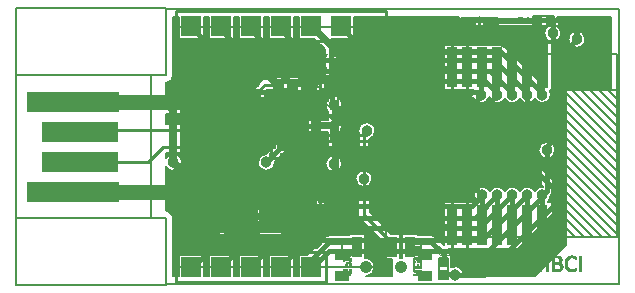
<source format=gbr>
G04 EasyPC Gerber Version 21.0.3 Build 4286 *
G04 #@! TF.Part,Single*
G04 #@! TF.FileFunction,Soldermask,Top *
G04 #@! TF.FilePolarity,Negative *
%FSLAX35Y35*%
%MOIN*%
G04 #@! TA.AperFunction,SMDPad*
%ADD100R,0.00600X0.02600*%
%ADD23R,0.01200X0.03200*%
%ADD94R,0.01800X0.01800*%
%ADD84R,0.01800X0.03800*%
%ADD96R,0.02156X0.05306*%
%ADD105R,0.02200X0.02900*%
%ADD18R,0.02400X0.02400*%
%ADD92R,0.02600X0.12600*%
%ADD70R,0.02756X0.05906*%
%ADD28R,0.02800X0.03500*%
%ADD78R,0.03000X0.03000*%
%ADD16R,0.03200X0.13200*%
%ADD101R,0.02600X0.00600*%
%ADD24R,0.03200X0.01200*%
%ADD104R,0.01600X0.01400*%
%ADD93R,0.01800X0.01800*%
%ADD85R,0.03800X0.01800*%
%ADD27R,0.02200X0.02000*%
%ADD17R,0.02400X0.02400*%
%ADD97R,0.03337X0.02550*%
%ADD88R,0.02800X0.02600*%
%ADD77R,0.03000X0.03000*%
%ADD20R,0.03937X0.03150*%
%ADD79R,0.03356X0.06506*%
%ADD89R,0.03400X0.04100*%
%ADD76R,0.03800X0.13800*%
%ADD95R,0.03691X0.03337*%
%ADD81R,0.04537X0.03750*%
%ADD19R,0.04291X0.03937*%
%ADD147R,0.04891X0.04537*%
%ADD103R,0.05400X0.12200*%
%ADD26R,0.06000X0.12800*%
%ADD87R,0.06600X0.13400*%
G04 #@! TA.AperFunction,ComponentPad*
%ADD29R,0.06000X0.06000*%
%ADD90R,0.06600X0.06600*%
G04 #@! TA.AperFunction,SMDPad*
%ADD102R,0.09400X0.09400*%
%ADD25R,0.10000X0.10000*%
%ADD86R,0.10600X0.10600*%
G04 #@! TD.AperFunction*
%ADD12C,0.00100*%
%ADD13C,0.00300*%
%ADD11C,0.00500*%
%ADD14C,0.00600*%
%ADD15C,0.01000*%
%ADD75C,0.01500*%
%ADD73C,0.02500*%
G04 #@! TA.AperFunction,ViaPad*
%ADD72C,0.03200*%
G04 #@! TA.AperFunction,ComponentPad*
%ADD71C,0.03543*%
G04 #@! TA.AperFunction,ViaPad*
%ADD91C,0.03800*%
G04 #@! TA.AperFunction,ComponentPad*
%ADD80C,0.04143*%
G04 #@! TD.AperFunction*
%ADD74C,0.05000*%
G04 #@! TA.AperFunction,SMDPad*
%ADD99R,0.24400X0.05700*%
%ADD98R,0.29400X0.05700*%
%ADD22R,0.25000X0.06300*%
%ADD21R,0.30000X0.06300*%
%ADD83R,0.25600X0.06900*%
%ADD82R,0.30600X0.06900*%
X0Y0D02*
D02*
D11*
X250Y250D02*
X50250D01*
Y22750*
X250*
Y250*
Y70250D02*
X50250D01*
Y92750*
X250*
Y70250*
X45250Y22750D02*
Y70250D01*
X250*
Y22750*
X45250*
X50250Y25250D02*
G75*
G02X52750Y22750J-2500D01*
G01*
Y3250*
X54500*
Y10500*
X60672*
X78336Y28164*
G75*
G02X79750Y28750I1414J-1414*
G01*
X151422*
X152900Y30228*
G75*
G02Y30250I2865J11*
G01*
G75*
G02X158250Y31619I2850*
G01*
G75*
G02X163250I2500J-1369*
G01*
G75*
G02X168250I2500J-1369*
G01*
G75*
G02X173250I2500J-1369*
G01*
G75*
G02X176092Y33080I2500J-1369*
G01*
X169336Y39836*
G75*
G02X168750Y41250I1414J1414*
G01*
Y61720*
G75*
G02X168250Y62381I1999J2030*
G01*
G75*
G02X163250I-2500J1369*
G01*
G75*
G02X158002Y62996I-2500J1369*
G01*
G75*
G02X152578Y62750I-2752J754*
G01*
X107619*
G75*
G02X108250Y58220I-1369J-2500*
G01*
Y55280*
G75*
G02Y51220I-2000J-2030*
G01*
Y42780*
G75*
G02X109100Y40750I-2000J-2030*
G01*
G75*
G02X103400I-2850*
G01*
G75*
G02X104250Y42780I2850*
G01*
Y51220*
G75*
G02X104220Y51250I1993J2023*
G01*
X96578*
X86600Y41272*
G75*
G02Y41250I-2872J-11*
G01*
G75*
G02X80900I-2850*
G01*
G75*
G02X83772Y44100I2850*
G01*
X94336Y54664*
G75*
G02X95750Y55250I1414J-1414*
G01*
X104220*
G75*
G02X104250Y55280I2023J-1993*
G01*
Y58220*
G75*
G02X104881Y62750I2000J2030*
G01*
X80250*
G75*
G02X78836Y63336J2000*
G01*
X59672Y82500*
X54500*
Y89750*
X52750*
Y70250*
G75*
G02X50250Y67750I-2500*
G01*
Y64100*
G75*
G02X52985Y62050J-2850*
G01*
X54518Y60518*
G75*
G02X55250Y58750I-1768J-1768*
G01*
Y42619*
G75*
G02X50250Y39881I-2500J-1369*
G01*
Y25250*
X114500Y38000D02*
Y51002D01*
G75*
G02X114400Y51750I2750J748*
G01*
G75*
G02X120100I2850*
G01*
G75*
G02X118000Y49000I-2850*
G01*
Y38000*
G75*
G02X119100Y35750I-1750J-2250*
G01*
G75*
G02X113400I-2850*
G01*
G75*
G02X114500Y38000I2850*
G01*
X168750Y43750D02*
G36*
X118000D01*
Y38000*
G75*
G02X119100Y35750I-1751J-2250*
G01*
G75*
G02X113400I-2850*
G01*
G75*
G02X114500Y38000I2851J0*
G01*
Y43750*
X108250*
Y42780*
G75*
G02X109100Y40750I-2002J-2031*
G01*
G75*
G02X103400I-2850*
G01*
G75*
G02X104250Y42780I2852J-1*
G01*
Y43750*
X89078*
X86600Y41272*
Y41250*
G75*
G02X80900I-2850*
G01*
G75*
G02X82382Y43750I2850J0*
G01*
X55250*
Y42619*
G75*
G02X55600Y41250I-2500J-1369*
G01*
G75*
G02X50500Y39501I-2850*
G01*
Y25237*
G75*
G02X52750Y22750I-250J-2488*
G01*
Y3500*
X54500*
Y10500*
X60672*
X78336Y28164*
G75*
G02X79750Y28750I1415J-1415*
G01*
X151422*
X152900Y30228*
Y30250*
G75*
G02X158250Y31619I2850*
G01*
G75*
G02X163250I2500J-1369*
G01*
G75*
G02X168250I2500J-1369*
G01*
G75*
G02X173250I2500J-1369*
G01*
G75*
G02X175842Y33099I2500J-1367*
G01*
Y33330*
X169336Y39836*
G75*
G02X168750Y41250I1415J1415*
G01*
Y43750*
G37*
X54500Y89500D02*
G36*
X52750D01*
Y70250*
G75*
G02X50500Y67763I-2500J0*
G01*
Y64089*
G75*
G02X52985Y62050I-250J-2839*
G01*
X54518Y60518*
G75*
G02X55250Y58751I-1766J-1767*
G01*
G75*
G02Y58750I-2820J0*
G01*
Y43750*
X82382*
G75*
G02X83772Y44100I1369J-2500*
G01*
X94336Y54664*
G75*
G02X95750Y55250I1415J-1415*
G01*
X104220*
G75*
G02X104250Y55280I599J-569*
G01*
Y58220*
G75*
G02X103400Y60250I2000J2030*
G01*
G75*
G02X104881Y62750I2850*
G01*
X80250*
G75*
G02X78836Y63336I0J2001*
G01*
X59672Y82500*
X54500*
Y89500*
G37*
X104250Y43750D02*
G36*
Y51220D01*
G75*
G02X104220Y51250I569J599*
G01*
X96578*
X89078Y43750*
X104250*
G37*
X168750D02*
G36*
Y61720D01*
G75*
G02X168250Y62381I2010J2039*
G01*
G75*
G02X163250I-2500J1369*
G01*
G75*
G02X158002Y62996I-2500J1369*
G01*
G75*
G02X152578Y62750I-2752J755*
G01*
X107619*
G75*
G02X109100Y60250I-1368J-2500*
G01*
G75*
G02X108250Y58220I-2850*
G01*
Y55280*
G75*
G02X109100Y53250I-2000J-2030*
G01*
G75*
G02X108250Y51220I-2850*
G01*
Y43750*
X114500*
Y51002*
G75*
G02X114400Y51750I2760J750*
G01*
G75*
G02X120100I2850*
G01*
G75*
G02X118000Y49000I-2850*
G01*
Y43750*
X168750*
G37*
X50250Y25250D02*
G75*
G02X52750Y22750J-2500D01*
G01*
Y3250*
X54500*
Y10500*
X63000*
Y3250*
X64500*
Y10500*
X73000*
Y3250*
X74500*
Y10500*
X78750*
Y46374*
X72049*
X70609Y44912*
G75*
G02X69700Y44396I-1359J1339*
G01*
Y43700*
X69600*
Y38900*
X65000*
Y38700*
X69600*
Y33800*
X60800*
Y38700*
X61500*
Y38900*
X60800*
Y43800*
X60900*
Y44343*
X50250*
Y42619*
G75*
G02X55485Y42050I2500J-1369*
G01*
X57918Y39618*
G75*
G02X58315Y39100I-1768J-1768*
G01*
X58600*
Y38348*
G75*
G02X58650Y37850I-2451J-498*
G01*
Y36650*
G75*
G02X58600Y36152I-2501*
G01*
Y34512*
G75*
G02X59402Y33902I-1850J-3262*
G01*
X60303Y33000*
G75*
G02X63440Y31300I-3J-3750*
G01*
X63500*
Y32400*
X72000*
Y17100*
X63500*
Y18500*
X61750*
G75*
G02X58610Y20200J3750*
G01*
X58600*
Y20215*
G75*
G02Y24285I3150J2035*
G01*
Y25503*
G75*
G02X56098Y26598I150J3747*
G01*
X55197Y27500*
X50250*
Y25250*
G36*
G75*
G02X52750Y22750J-2500*
G01*
Y3250*
X54500*
Y10500*
X63000*
Y3250*
X64500*
Y10500*
X73000*
Y3250*
X74500*
Y10500*
X78750*
Y46374*
X72049*
X70609Y44912*
G75*
G02X69700Y44396I-1359J1339*
G01*
Y43700*
X69600*
Y38900*
X65000*
Y38700*
X69600*
Y33800*
X60800*
Y38700*
X61500*
Y38900*
X60800*
Y43800*
X60900*
Y44343*
X50250*
Y42619*
G75*
G02X55485Y42050I2500J-1369*
G01*
X57918Y39618*
G75*
G02X58315Y39100I-1768J-1768*
G01*
X58600*
Y38348*
G75*
G02X58650Y37850I-2451J-498*
G01*
Y36650*
G75*
G02X58600Y36152I-2501*
G01*
Y34512*
G75*
G02X59402Y33902I-1850J-3262*
G01*
X60303Y33000*
G75*
G02X63440Y31300I-3J-3750*
G01*
X63500*
Y32400*
X72000*
Y17100*
X63500*
Y18500*
X61750*
G75*
G02X58610Y20200J3750*
G01*
X58600*
Y20215*
G75*
G02Y24285I3150J2035*
G01*
Y25503*
G75*
G02X56098Y26598I150J3747*
G01*
X55197Y27500*
X50250*
Y25250*
G37*
Y53900D02*
X60900D01*
Y54600*
X61443*
Y55400*
X60800*
Y60300*
X61500*
Y60900*
X60800*
Y65800*
X69600*
Y60900*
X65000*
Y60300*
X69600*
Y55400*
X65257*
Y54600*
X69700*
Y54104*
G75*
G02X70599Y53599I-450J-1854*
G01*
X72040Y52157*
X78750*
Y82500*
X74500*
Y89750*
X73000*
Y82500*
X64500*
Y89750*
X63000*
Y82500*
X54500*
Y89750*
X52750*
Y70250*
G75*
G02X50250Y67750I-2500*
G01*
Y65323*
G75*
G02X51839Y65000J-4073*
G01*
X53600*
Y70300*
X58900*
Y62300*
G75*
G02Y60200I-3600J-1050*
G01*
Y59200*
X58440*
G75*
G02X55300Y57500I-3140J2050*
G01*
X51839*
G75*
G02X50250Y57177I-1589J3750*
G01*
Y53900*
G36*
X60900*
Y54600*
X61443*
Y55400*
X60800*
Y60300*
X61500*
Y60900*
X60800*
Y65800*
X69600*
Y60900*
X65000*
Y60300*
X69600*
Y55400*
X65257*
Y54600*
X69700*
Y54104*
G75*
G02X70599Y53599I-450J-1854*
G01*
X72040Y52157*
X78750*
Y82500*
X74500*
Y89750*
X73000*
Y82500*
X64500*
Y89750*
X63000*
Y82500*
X54500*
Y89750*
X52750*
Y70250*
G75*
G02X50250Y67750I-2500*
G01*
Y65323*
G75*
G02X51839Y65000J-4073*
G01*
X53600*
Y70300*
X58900*
Y62300*
G75*
G02Y60200I-3600J-1050*
G01*
Y59200*
X58440*
G75*
G02X55300Y57500I-3140J2050*
G01*
X51839*
G75*
G02X50250Y57177I-1589J3750*
G01*
Y53900*
G37*
X57750Y31150D02*
X54550D01*
Y38250*
X57750*
Y31150*
X58150Y59950D02*
X54350D01*
Y69550*
X58150*
Y59950*
X61650Y34650D02*
Y37850D01*
X68750*
Y34650*
X61650*
Y39750D02*
Y42950D01*
X68750*
Y39750*
X61650*
Y56250D02*
Y59450D01*
X68750*
Y56250*
X61650*
Y61750D02*
Y64950D01*
X68750*
Y61750*
X61650*
X63150Y20950D02*
X59350D01*
Y30550*
X63150*
Y20950*
X64350Y17950D02*
X88150D01*
Y31550*
X64350*
Y17950*
X68850Y47750D02*
Y44550D01*
X61750*
Y47750*
X68850*
Y53750D02*
Y50550D01*
X61750*
Y53750*
X68850*
X78750Y10500D02*
X83000D01*
Y3250*
X84500*
Y10500*
X93000*
Y3250*
X94500*
Y10500*
X97449*
X103224Y16276*
G75*
G02X104750Y16907I1526J-1526*
G01*
X111264*
Y17343*
X116520*
Y9270*
G75*
G02X119869Y6266I328J-3004*
G01*
G75*
G02X117030Y3250I-3022*
G01*
X125750*
Y5446*
G75*
G02Y7086I2908J820*
G01*
Y8937*
X123075*
Y14228*
X114901Y22401*
G75*
G02X114343Y23750I1349J1349*
G01*
Y33632*
G75*
G02X113400Y35750I1907J2118*
G01*
G75*
G02X119100I2850*
G01*
G75*
G02X118157Y33632I-2850*
G01*
Y24540*
X125355Y17343*
X125750*
Y27900*
X124800*
Y32531*
X123854*
Y38969*
X125750*
Y51743*
X125030*
X120086Y46889*
G75*
G02X118750Y46343I-1336J1361*
G01*
X103074*
Y44463*
X98537*
Y39926*
X97757*
X99192Y38506*
G75*
G02X99504Y38100I-1342J-1354*
G01*
X104200*
Y33200*
X103673*
G75*
G02X103591Y32969I-1923J550*
G01*
X104250*
Y38720*
G75*
G02X103400Y40750I2000J2030*
G01*
G75*
G02X109100I2850*
G01*
G75*
G02X108250Y38720I-2850*
G01*
Y32969*
X108646*
Y26531*
X101854*
Y31026*
X101646Y30817*
Y26531*
X94854*
Y32969*
X98140*
X98372Y33200*
X95400*
Y36891*
X93376Y38894*
G75*
G02X92811Y40250I1342J1356*
G01*
Y42776*
G75*
G02X92869Y43241I1907*
G01*
Y45626*
X97374*
Y54874*
X92869*
Y60574*
X98537*
Y58500*
X104000*
G75*
G02X103750Y61619I2250J1750*
G01*
Y64031*
X101854*
Y70469*
X103250*
Y78922*
X99672Y82500*
X94500*
Y89750*
X93000*
Y82500*
X84500*
Y89750*
X83000*
Y82500*
X78750*
Y52157*
X80645*
X79901Y52901*
G75*
G02X79343Y54250I1349J1349*
G01*
Y65250*
G75*
G02X79901Y66599I1907*
G01*
X81801Y68499*
G75*
G02X83150Y69057I1349J-1349*
G01*
X85900*
Y69600*
X94700*
Y69407*
X94854*
Y70469*
X101646*
Y64031*
X94854*
Y65093*
X94700*
Y64700*
X85900*
Y65243*
X83940*
X83157Y64460*
Y56037*
X86963*
Y60574*
X92631*
Y54874*
X88126*
Y45626*
X92631*
Y43241*
G75*
G02X92689Y42776I-1849J-465*
G01*
Y40250*
G75*
G02X92125Y38896I-1907*
G01*
X89100Y35894*
Y35507*
G75*
G02X89250Y33326I-2350J-1257*
G01*
Y28750*
G75*
G02X89000Y27660I-2500*
G01*
Y17100*
X80500*
Y32400*
X84250*
Y33326*
G75*
G02X84400Y35507I2500J924*
G01*
Y36500*
X84859*
G75*
G02X85406Y37604I1891J-250*
G01*
X87747Y39926*
X86963*
Y41026*
X86591*
G75*
G02X80900Y41250I-2841J224*
G01*
G75*
G02X83369Y44074I2850*
G01*
Y44463*
X82426*
Y46374*
X78750*
Y10500*
G36*
X83000*
Y3250*
X84500*
Y10500*
X93000*
Y3250*
X94500*
Y10500*
X97449*
X103224Y16276*
G75*
G02X104750Y16907I1526J-1526*
G01*
X111264*
Y17343*
X116520*
Y9270*
G75*
G02X119869Y6266I328J-3004*
G01*
G75*
G02X117030Y3250I-3022*
G01*
X125750*
Y5446*
G75*
G02Y7086I2908J820*
G01*
Y8937*
X123075*
Y14228*
X114901Y22401*
G75*
G02X114343Y23750I1349J1349*
G01*
Y33632*
G75*
G02X113400Y35750I1907J2118*
G01*
G75*
G02X119100I2850*
G01*
G75*
G02X118157Y33632I-2850*
G01*
Y24540*
X125355Y17343*
X125750*
Y27900*
X124800*
Y32531*
X123854*
Y38969*
X125750*
Y51743*
X125030*
X120086Y46889*
G75*
G02X118750Y46343I-1336J1361*
G01*
X103074*
Y44463*
X98537*
Y39926*
X97757*
X99192Y38506*
G75*
G02X99504Y38100I-1342J-1354*
G01*
X104200*
Y33200*
X103673*
G75*
G02X103591Y32969I-1923J550*
G01*
X104250*
Y38720*
G75*
G02X103400Y40750I2000J2030*
G01*
G75*
G02X109100I2850*
G01*
G75*
G02X108250Y38720I-2850*
G01*
Y32969*
X108646*
Y26531*
X101854*
Y31026*
X101646Y30817*
Y26531*
X94854*
Y32969*
X98140*
X98372Y33200*
X95400*
Y36891*
X93376Y38894*
G75*
G02X92811Y40250I1342J1356*
G01*
Y42776*
G75*
G02X92869Y43241I1907*
G01*
Y45626*
X97374*
Y54874*
X92869*
Y60574*
X98537*
Y58500*
X104000*
G75*
G02X103750Y61619I2250J1750*
G01*
Y64031*
X101854*
Y70469*
X103250*
Y78922*
X99672Y82500*
X94500*
Y89750*
X93000*
Y82500*
X84500*
Y89750*
X83000*
Y82500*
X78750*
Y52157*
X80645*
X79901Y52901*
G75*
G02X79343Y54250I1349J1349*
G01*
Y65250*
G75*
G02X79901Y66599I1907*
G01*
X81801Y68499*
G75*
G02X83150Y69057I1349J-1349*
G01*
X85900*
Y69600*
X94700*
Y69407*
X94854*
Y70469*
X101646*
Y64031*
X94854*
Y65093*
X94700*
Y64700*
X85900*
Y65243*
X83940*
X83157Y64460*
Y56037*
X86963*
Y60574*
X92631*
Y54874*
X88126*
Y45626*
X92631*
Y43241*
G75*
G02X92689Y42776I-1849J-465*
G01*
Y40250*
G75*
G02X92125Y38896I-1907*
G01*
X89100Y35894*
Y35507*
G75*
G02X89250Y33326I-2350J-1257*
G01*
Y28750*
G75*
G02X89000Y27660I-2500*
G01*
Y17100*
X80500*
Y32400*
X84250*
Y33326*
G75*
G02X84400Y35507I2500J924*
G01*
Y36500*
X84859*
G75*
G02X85406Y37604I1891J-250*
G01*
X87747Y39926*
X86963*
Y41026*
X86591*
G75*
G02X80900Y41250I-2841J224*
G01*
G75*
G02X83369Y44074I2850*
G01*
Y44463*
X82426*
Y46374*
X78750*
Y10500*
G37*
X86850Y35550D02*
X81550D01*
Y32950*
X86850*
X88150Y34250*
X86850Y35550*
X93850Y68750D02*
Y65550D01*
X86750*
Y68750*
X93850*
X95600Y27100D02*
Y32400D01*
X107900*
Y27100*
X95600*
Y64600D02*
Y69900D01*
X107900*
Y64600*
X95600*
X95750Y25750D02*
X107750D01*
Y69750*
X95750*
Y25750*
X107437Y63250D02*
X104625D01*
X104000Y62937*
X103687Y62313*
Y61063*
X104000Y60437*
X104625Y60125*
X107437*
X103687Y57625D02*
Y56375D01*
Y57000D02*
X107437D01*
X106813Y57625*
X103350Y37250D02*
Y34050D01*
X96250*
Y37250*
X103350*
X103750Y11250D02*
X53750Y11250D01*
Y1250*
X103750Y1250*
Y11250*
X104250Y27250D02*
X99250Y29750D01*
X104250Y32250*
Y64750D02*
X99250Y67250D01*
X104250Y69750*
X113000Y84828D02*
X114578Y83250D01*
X125922*
X132422Y89750*
X113000*
Y84828*
G36*
X114578Y83250*
X125922*
X132422Y89750*
X113000*
Y84828*
G37*
X123750Y86250D02*
X53750D01*
Y6250*
X123750Y6250*
Y86250*
Y91750D02*
X53750D01*
X53750Y81750*
X123750Y81750*
Y91750*
X124600Y33100D02*
Y38400D01*
X136900*
Y33100*
X124600*
X125650Y28750D02*
Y31950D01*
X132750*
Y28750*
X125650*
X125750Y17343D02*
X128331D01*
Y9270*
G75*
G02X128980Y9270I327J-3004*
G01*
Y17343*
X134236*
Y16907*
X138750*
G75*
G02X140276Y16276J-2157*
G01*
X142900Y13651*
Y28100*
X153750*
Y28220*
G75*
G02X152900Y30250I2000J2030*
G01*
G75*
G02Y30272I2865J11*
G01*
X149422Y33750*
X137646*
Y32531*
X133600*
Y27900*
X125750*
Y17343*
G36*
X128331*
Y9270*
G75*
G02X128980Y9270I327J-3004*
G01*
Y17343*
X134236*
Y16907*
X138750*
G75*
G02X140276Y16276J-2157*
G01*
X142900Y13651*
Y28100*
X153750*
Y28220*
G75*
G02X152900Y30250I2000J2030*
G01*
G75*
G02Y30272I2865J11*
G01*
X149422Y33750*
X137646*
Y32531*
X133600*
Y27900*
X125750*
Y17343*
G37*
Y38969D02*
X130646D01*
Y32800*
X130854*
Y38969*
X137646*
Y37750*
X150250*
G75*
G02X151664Y37164J-2000*
G01*
X155728Y33100*
G75*
G02X158250Y31619I22J-2850*
G01*
G75*
G02X163250I2500J-1369*
G01*
G75*
G02X168250I2500J-1369*
G01*
G75*
G02X173250I2500J-1369*
G01*
G75*
G02X175250Y33056I2500J-1369*
G01*
Y43220*
G75*
G02X174400Y45250I2000J2030*
G01*
G75*
G02X180100I2850*
G01*
G75*
G02X179250Y43220I-2850*
G01*
Y31750*
G75*
G02X178664Y30336I-2000*
G01*
X178600Y30272*
G75*
G02Y30250I-2872J-11*
G01*
G75*
G02X177750Y28220I-2850*
G01*
Y28100*
X183600*
Y13600*
X183750Y13750*
Y65200*
X178204*
G75*
G02X178600Y63750I-2454J-1450*
G01*
G75*
G02X173250Y62381I-2850*
G01*
G75*
G02X168250I-2500J1369*
G01*
G75*
G02X163250I-2500J1369*
G01*
G75*
G02X160959Y60907I-2500J1369*
G01*
X152276Y52224*
G75*
G02X150750Y51593I-1526J1526*
G01*
X138200*
Y51200*
X129400*
Y51743*
X125750*
Y38969*
G36*
X130646*
Y32800*
X130854*
Y38969*
X137646*
Y37750*
X150250*
G75*
G02X151664Y37164J-2000*
G01*
X155728Y33100*
G75*
G02X158250Y31619I22J-2850*
G01*
G75*
G02X163250I2500J-1369*
G01*
G75*
G02X168250I2500J-1369*
G01*
G75*
G02X173250I2500J-1369*
G01*
G75*
G02X175250Y33056I2500J-1369*
G01*
Y43220*
G75*
G02X174400Y45250I2000J2030*
G01*
G75*
G02X180100I2850*
G01*
G75*
G02X179250Y43220I-2850*
G01*
Y31750*
G75*
G02X178664Y30336I-2000*
G01*
X178600Y30272*
G75*
G02Y30250I-2872J-11*
G01*
G75*
G02X177750Y28220I-2850*
G01*
Y28100*
X183600*
Y13600*
X183750Y13750*
Y65200*
X178204*
G75*
G02X178600Y63750I-2454J-1450*
G01*
G75*
G02X173250Y62381I-2850*
G01*
G75*
G02X168250I-2500J1369*
G01*
G75*
G02X163250I-2500J1369*
G01*
G75*
G02X160959Y60907I-2500J1369*
G01*
X152276Y52224*
G75*
G02X150750Y51593I-1526J1526*
G01*
X138200*
Y51200*
X129400*
Y51743*
X125750*
Y38969*
G37*
Y58500D02*
X128525D01*
X129113Y59087*
G75*
G02X129300Y59250I1237J-1237*
G01*
Y60300*
X138100*
Y59907*
X148856*
X152414Y63465*
G75*
G02X152796Y65200I2836J285*
G01*
X142900*
Y80900*
X168250*
Y81400*
X167800*
Y86300*
X171800*
Y86350*
X161646*
Y83531*
X154854*
Y89750*
X154646*
Y83531*
X147854*
Y89750*
X125750*
Y58500*
G36*
X128525*
X129113Y59087*
G75*
G02X129300Y59250I1237J-1237*
G01*
Y60300*
X138100*
Y59907*
X148856*
X152414Y63465*
G75*
G02X152796Y65200I2836J285*
G01*
X142900*
Y80900*
X168250*
Y81400*
X167800*
Y86300*
X171800*
Y86350*
X161646*
Y83531*
X154854*
Y89750*
X154646*
Y83531*
X147854*
Y89750*
X125750*
Y58500*
G37*
Y89750*
X113000*
Y82500*
X105328*
X106664Y81164*
G75*
G02X107250Y79750I-1414J-1414*
G01*
Y70469*
X108646*
Y64031*
X107750*
Y62673*
G75*
G02X108500Y58500I-1500J-2423*
G01*
X125750*
G36*
Y89750*
X113000*
Y82500*
X105328*
X106664Y81164*
G75*
G02X107250Y79750I-1414J-1414*
G01*
Y70469*
X108646*
Y64031*
X107750*
Y62673*
G75*
G02X108500Y58500I-1500J-2423*
G01*
X125750*
G37*
X128578Y80250D02*
X161750D01*
G75*
G02X163164Y79664J-2000*
G01*
X176278Y66551*
G75*
G02X177250Y66173I-528J-2801*
G01*
Y82220*
G75*
G02X177881Y86750I2000J2030*
G01*
X135078*
X128578Y80250*
G36*
X161750*
G75*
G02X163164Y79664J-2000*
G01*
X176278Y66551*
G75*
G02X177250Y66173I-528J-2801*
G01*
Y82220*
G75*
G02X177881Y86750I2000J2030*
G01*
X135078*
X128578Y80250*
G37*
X130150Y56250D02*
Y59450D01*
X137250*
Y56250*
X130150*
X133250Y33250D02*
X128250Y35750D01*
X133250Y38250*
X137350Y55250D02*
Y52050D01*
X130250*
Y55250*
X137350*
X141250Y9350D02*
X144450D01*
Y2250*
X141250*
Y9350*
X160900Y89400D02*
Y84100D01*
X148600*
Y89400*
X160900*
X168650Y82250D02*
Y85450D01*
X175750*
Y82250*
X168650*
X172650Y86750D02*
Y89950D01*
X179750*
Y86750*
X172650*
X173250Y3250D02*
X183750Y13750D01*
Y65250*
X198750*
Y89750*
X184578*
X188664Y85664*
G75*
G02X189250Y84281I-1414J-1414*
G01*
G75*
G02X190100Y82250I-2000J-2031*
G01*
G75*
G02X184400I-2850*
G01*
G75*
G02X184863Y83808I2850J0*
G01*
X181922Y86750*
X180619*
G75*
G02X181250Y82220I-1369J-2500*
G01*
Y48750*
G75*
G02X180664Y47336I-2000*
G01*
X179817Y46489*
G75*
G02X180100Y45250I-2567J-1238*
G01*
G75*
G02X174400I-2850*
G01*
G75*
G02X175350Y47374I2850*
G01*
G75*
G02X175836Y48164I1900J-624*
G01*
X177250Y49578*
Y61327*
G75*
G02X173250Y62381I-1500J2423*
G01*
G75*
G02X172750Y61720I-2499J1369*
G01*
Y42078*
X180664Y34164*
G75*
G02X181250Y32750I-1414J-1414*
G01*
Y26750*
G75*
G02X180664Y25336I-2000*
G01*
X158578Y3250*
X173250*
G36*
X183750Y13750*
Y65250*
X198750*
Y89750*
X184578*
X188664Y85664*
G75*
G02X189250Y84281I-1414J-1414*
G01*
G75*
G02X190100Y82250I-2000J-2031*
G01*
G75*
G02X184400I-2850*
G01*
G75*
G02X184863Y83808I2850J0*
G01*
X181922Y86750*
X180619*
G75*
G02X181250Y82220I-1369J-2500*
G01*
Y48750*
G75*
G02X180664Y47336I-2000*
G01*
X179817Y46489*
G75*
G02X180100Y45250I-2567J-1238*
G01*
G75*
G02X174400I-2850*
G01*
G75*
G02X175350Y47374I2850*
G01*
G75*
G02X175836Y48164I1900J-624*
G01*
X177250Y49578*
Y61327*
G75*
G02X173250Y62381I-1500J2423*
G01*
G75*
G02X172750Y61720I-2499J1369*
G01*
Y42078*
X180664Y34164*
G75*
G02X181250Y32750I-1414J-1414*
G01*
Y26750*
G75*
G02X180664Y25336I-2000*
G01*
X158578Y3250*
X173250*
G37*
X182400Y12400*
X144151*
X144376Y12176*
G75*
G02X145007Y10650I-1526J-1526*
G01*
Y10200*
X145300*
Y6204*
G75*
G02X149556Y3250I1450J-2454*
G01*
X173250*
G36*
X182400Y12400*
X144151*
X144376Y12176*
G75*
G02X145007Y10650I-1526J-1526*
G01*
Y10200*
X145300*
Y6204*
G75*
G02X149556Y3250I1450J-2454*
G01*
X173250*
G37*
X186750Y16250D02*
X183750Y19250D01*
X189750Y16250D02*
X183750Y22250D01*
X192750Y16250D02*
X183750Y25250D01*
X195750Y16250D02*
X183750Y28250D01*
X198600Y65250D02*
X198750D01*
Y89750*
X180600*
Y88728*
X180664Y88664*
G75*
G02X181250Y87250I-1414J-1414*
G01*
Y86280*
G75*
G02X177750Y81827I-2000J-2030*
G01*
Y80900*
X183756*
G75*
G02X184336Y82164I1994J-150*
G01*
X184400Y82228*
G75*
G02Y82250I2865J11*
G01*
G75*
G02X190100I2850*
G01*
G75*
G02X189760Y80900I-2850J0*
G01*
X198600*
Y65250*
G36*
X198750*
Y89750*
X180600*
Y88728*
X180664Y88664*
G75*
G02X181250Y87250I-1414J-1414*
G01*
Y86280*
G75*
G02X177750Y81827I-2000J-2030*
G01*
Y80900*
X183756*
G75*
G02X184336Y82164I1994J-150*
G01*
X184400Y82228*
G75*
G02Y82250I2865J11*
G01*
G75*
G02X190100I2850*
G01*
G75*
G02X189760Y80900I-2850J0*
G01*
X198600*
Y65250*
G37*
X198750Y16250D02*
X183750Y31250D01*
X200750Y16250D02*
Y65250D01*
X183750*
Y16250*
X200750*
Y77250*
X140750*
Y16250*
X200750*
Y17250D02*
X183750Y34250D01*
X200750Y20250D02*
X183750Y37250D01*
X200750Y23250D02*
X183750Y40250D01*
X200750Y26250D02*
X183750Y43250D01*
X200750Y29250D02*
X183750Y46250D01*
X200750Y32250D02*
X183750Y49250D01*
X200750Y35250D02*
X183750Y52250D01*
X200750Y38250D02*
X183750Y55250D01*
X200750Y41250D02*
X183750Y58250D01*
X200750Y44250D02*
X183750Y61250D01*
X200750Y47250D02*
X183750Y64250D01*
X200750Y50250D02*
X185750Y65250D01*
X188750*
X200750Y53250*
Y56250*
X191750Y65250*
X194750*
X200750Y59250*
Y62250*
X197750Y65250*
X201250Y750D02*
Y92250D01*
X50250*
Y70250*
X250*
Y22750*
X50250*
Y750*
X201250*
D02*
D12*
X55933Y17216D02*
X55825Y17011D01*
X55732Y16796*
X55650Y16571*
X55586Y16337*
X55537Y16088*
X55498Y15834*
X55478Y15565*
X55469Y15292*
X55474Y15136*
X55483Y14984*
X55498Y14838*
X55518Y14696*
X55542Y14555*
X55571Y14423*
X55610Y14291*
X55654Y14164*
X55703Y14042*
X55757Y13920*
X55815Y13807*
X55879Y13695*
X55952Y13588*
X56030Y13485*
X56113Y13388*
X56201Y13295*
X56294Y13202*
X56392Y13119*
X56489Y13041*
X56597Y12968*
X56704Y12900*
X56821Y12841*
X56939Y12787*
X57061Y12738*
X57187Y12694*
X57315Y12655*
X57451Y12626*
X57588Y12597*
X57730Y12577*
X57876Y12563*
X58027Y12553*
X58183*
X58340*
X58491Y12563*
X58643Y12577*
X58789Y12602*
X58931Y12631*
X59067Y12665*
X59199Y12704*
X59331Y12753*
X59458Y12807*
X59585Y12865*
X59702Y12933*
X59819Y13007*
X59937Y13085*
X60044Y13168*
X60151Y13261*
X60254Y13358*
X60352Y13461*
X60439Y13569*
X60527Y13681*
X60606Y13793*
X60679Y13915*
X60742Y14037*
X60806Y14164*
X60859Y14296*
X60903Y14433*
X60947Y14574*
X60981Y14716*
X61006Y14862*
X61030Y15014*
X61045Y15170*
X61055Y15331*
X61059Y15497*
X61055Y15707*
X61045Y15917*
X61025Y16112*
X60996Y16307*
X60962Y16488*
X60918Y16669*
X60869Y16840*
X60811Y17001*
X59790*
X59883Y16840*
X59956Y16669*
X60024Y16493*
X60073Y16307*
X60117Y16107*
X60146Y15902*
X60166Y15687*
X60171Y15468*
X60161Y15272*
X60137Y15082*
X60098Y14906*
X60039Y14735*
X59961Y14579*
X59873Y14428*
X59766Y14286*
X59639Y14159*
X59502Y14037*
X59356Y13935*
X59194Y13852*
X59024Y13778*
X58843Y13725*
X58652Y13685*
X58452Y13661*
X58237Y13651*
X58022Y13661*
X57817Y13681*
X57627Y13715*
X57451Y13769*
X57280Y13832*
X57129Y13910*
X56987Y14003*
X56856Y14110*
X56738Y14228*
X56641Y14354*
X56557Y14496*
X56484Y14648*
X56431Y14809*
X56392Y14980*
X56372Y15165*
X56362Y15356*
X56367Y15473*
X56372Y15590*
X56387Y15697*
X56401Y15800*
X56426Y15898*
X56450Y15990*
X56484Y16083*
X56519Y16166*
X57715*
Y15057*
X58565*
Y17216*
X55933*
X57480Y19369D02*
X55567D01*
Y18324*
X60972*
Y20106*
X60962Y20346*
X60943Y20570*
X60913Y20780*
X60864Y20971*
X60806Y21146*
X60732Y21313*
X60644Y21459*
X60547Y21586*
X60435Y21703*
X60307Y21806*
X60171Y21889*
X60020Y21957*
X59854Y22011*
X59673Y22050*
X59482Y22074*
X59277Y22084*
X59077Y22074*
X58887Y22045*
X58711Y21996*
X58540Y21933*
X58379Y21850*
X58228Y21747*
X58091Y21625*
X57959Y21483*
X57842Y21332*
X57744Y21166*
X57656Y20995*
X57593Y20815*
X57539Y20619*
X57505Y20419*
X57485Y20209*
X57480Y19984*
Y19369*
X60137D02*
X58301D01*
Y19901*
X58306Y20033*
X58315Y20155*
X58335Y20268*
X58359Y20375*
X58394Y20473*
X58433Y20561*
X58481Y20644*
X58535Y20712*
X58599Y20775*
X58667Y20834*
X58745Y20878*
X58828Y20917*
X58921Y20946*
X59019Y20966*
X59126Y20980*
X59238Y20985*
X59346Y20980*
X59448Y20966*
X59541Y20946*
X59629Y20917*
X59712Y20883*
X59785Y20834*
X59854Y20780*
X59912Y20717*
X59966Y20648*
X60010Y20570*
X60049Y20482*
X60083Y20390*
X60107Y20282*
X60122Y20170*
X60132Y20053*
X60137Y19921*
Y19369*
X60142Y24467D02*
Y23988D01*
X56392*
Y24467*
X55567*
Y22475*
X56392*
Y22943*
X60142*
Y22475*
X60972*
Y24467*
X60142*
X58198Y24935D02*
X58354D01*
X58511Y24945*
X58657Y24960*
X58804Y24980*
X58950Y25004*
X59087Y25038*
X59219Y25072*
X59350Y25116*
X59478Y25165*
X59604Y25219*
X59722Y25282*
X59839Y25346*
X59951Y25419*
X60059Y25497*
X60166Y25580*
X60264Y25668*
X60361Y25761*
X60449Y25858*
X60537Y25956*
X60610Y26063*
X60683Y26171*
X60747Y26283*
X60806Y26400*
X60859Y26518*
X60908Y26644*
X60947Y26772*
X60981Y26903*
X61011Y27035*
X61030Y27177*
X61045Y27319*
X61055Y27465*
X61059Y27616*
X61055Y27758*
X61045Y27894*
X61030Y28031*
X61011Y28163*
X60981Y28290*
X60952Y28417*
X60913Y28539*
X60864Y28656*
X60815Y28769*
X60757Y28881*
X60693Y28988*
X60625Y29091*
X60552Y29189*
X60469Y29286*
X60381Y29379*
X60288Y29472*
X60191Y29555*
X60088Y29633*
X59985Y29711*
X59878Y29779*
X59766Y29843*
X59653Y29896*
X59531Y29950*
X59409Y29999*
X59287Y30038*
X59160Y30072*
X59028Y30106*
X58892Y30131*
X58750Y30150*
X58608Y30160*
X58467Y30170*
X58315Y30175*
X58159Y30170*
X58008Y30160*
X57856Y30146*
X57710Y30126*
X57569Y30102*
X57431Y30072*
X57295Y30033*
X57168Y29994*
X57041Y29945*
X56919Y29892*
X56797Y29833*
X56680Y29765*
X56572Y29696*
X56465Y29618*
X56357Y29535*
X56260Y29447*
X56162Y29354*
X56074Y29262*
X55991Y29159*
X55913Y29057*
X55845Y28949*
X55776Y28837*
X55718Y28725*
X55669Y28607*
X55620Y28485*
X55581Y28358*
X55547Y28231*
X55518Y28095*
X55498Y27963*
X55483Y27821*
X55474Y27675*
X55469Y27528*
X55474Y27387*
X55483Y27245*
X55498Y27108*
X55518Y26976*
X55547Y26850*
X55576Y26723*
X55615Y26600*
X55664Y26478*
X55713Y26366*
X55772Y26254*
X55835Y26142*
X55903Y26039*
X55976Y25937*
X56059Y25839*
X56143Y25741*
X56240Y25653*
X56338Y25565*
X56435Y25482*
X56543Y25409*
X56650Y25336*
X56758Y25272*
X56875Y25214*
X56992Y25160*
X57109Y25111*
X57236Y25072*
X57363Y25033*
X57495Y25004*
X57627Y24980*
X57764Y24960*
X57905Y24945*
X58052Y24935*
X58198*
X58257Y26034D02*
X58057Y26044D01*
X57866Y26059*
X57681Y26093*
X57510Y26137*
X57344Y26195*
X57187Y26264*
X57046Y26347*
X56909Y26439*
X56782Y26547*
X56680Y26664*
X56587Y26786*
X56514Y26918*
X56455Y27065*
X56416Y27216*
X56392Y27372*
X56382Y27543*
X56387Y27719*
X56411Y27885*
X56450Y28041*
X56504Y28187*
X56577Y28324*
X56665Y28451*
X56763Y28563*
X56880Y28671*
X57012Y28764*
X57153Y28847*
X57309Y28915*
X57471Y28974*
X57646Y29018*
X57837Y29047*
X58032Y29067*
X58242Y29071*
X58457Y29067*
X58662Y29047*
X58852Y29018*
X59033Y28974*
X59204Y28920*
X59360Y28852*
X59502Y28774*
X59639Y28681*
X59756Y28578*
X59863Y28466*
X59951Y28344*
X60020Y28212*
X60078Y28070*
X60117Y27919*
X60142Y27753*
X60146Y27582*
X60142Y27406*
X60117Y27240*
X60073Y27084*
X60015Y26937*
X59941Y26801*
X59849Y26674*
X59741Y26557*
X59614Y26449*
X59478Y26352*
X59331Y26269*
X59175Y26195*
X59009Y26137*
X58833Y26093*
X58652Y26063*
X58457Y26044*
X58257Y26034*
X54448Y33676D02*
Y30473D01*
X54898*
Y33676*
X54448*
X55567Y37548D02*
Y34076D01*
X56382*
X57896Y35634*
X58022Y35761*
X58144Y35878*
X58257Y35985*
X58364Y36083*
X58467Y36171*
X58565Y36244*
X58657Y36307*
X58740Y36361*
X58823Y36410*
X58906Y36449*
X58989Y36483*
X59072Y36508*
X59160Y36532*
X59243Y36547*
X59331Y36557*
X59419*
X59522*
X59609Y36542*
X59697Y36527*
X59775Y36503*
X59849Y36474*
X59917Y36435*
X59976Y36391*
X60029Y36342*
X60078Y36283*
X60117Y36220*
X60151Y36146*
X60181Y36069*
X60205Y35985*
X60220Y35893*
X60230Y35795*
X60234Y35687*
X60225Y35512*
X60195Y35341*
X60151Y35170*
X60088Y34999*
X60010Y34833*
X59912Y34667*
X59795Y34501*
X59658Y34340*
X60591*
X60703Y34511*
X60796Y34691*
X60879Y34877*
X60943Y35067*
X60991Y35268*
X61030Y35468*
X61050Y35678*
X61059Y35893*
X61055Y36083*
X61035Y36264*
X61001Y36430*
X60957Y36591*
X60903Y36742*
X60830Y36879*
X60752Y37011*
X60654Y37133*
X60552Y37240*
X60435Y37333*
X60313Y37411*
X60176Y37480*
X60034Y37528*
X59883Y37563*
X59717Y37587*
X59546Y37592*
X59429Y37587*
X59307Y37577*
X59185Y37553*
X59063Y37519*
X58941Y37480*
X58813Y37426*
X58687Y37367*
X58559Y37299*
X58433Y37221*
X58301Y37128*
X58174Y37035*
X58042Y36928*
X57910Y36811*
X57774Y36683*
X57642Y36552*
X57505Y36405*
X56445Y35253*
X56431*
Y37548*
X55567*
X57451Y12625D02*
X58902D01*
X57118Y12719D02*
X59239D01*
X56884Y12812D02*
X59470D01*
X56694Y12906D02*
X59655D01*
X56550Y13000D02*
X59808D01*
X56424Y13093D02*
X59947D01*
X56312Y13187D02*
X60066D01*
X56215Y13281D02*
X60172D01*
X56126Y13374D02*
X60269D01*
X56045Y13468D02*
X60357D01*
X55972Y13562D02*
X60434D01*
X55906Y13656D02*
X58143D01*
X58332D02*
X60507D01*
X55848Y13749D02*
X57515D01*
X58925D02*
X60575D01*
X55797Y13843D02*
X57259D01*
X59174D02*
X60635D01*
X55750Y13937D02*
X57089D01*
X59358D02*
X60690D01*
X55708Y14030D02*
X56954D01*
X59493D02*
X60739D01*
X55670Y14124D02*
X56842D01*
X59599D02*
X60785D01*
X55636Y14218D02*
X56748D01*
X59697D02*
X60828D01*
X55604Y14311D02*
X56674D01*
X59785D02*
X60864D01*
X55576Y14405D02*
X56611D01*
X59856D02*
X60894D01*
X55554Y14499D02*
X56556D01*
X59915D02*
X60924D01*
X55535Y14593D02*
X56511D01*
X59968D02*
X60952D01*
X55519Y14686D02*
X56471D01*
X60015D02*
X60974D01*
X55506Y14780D02*
X56440D01*
X60054D02*
X60992D01*
X55494Y14874D02*
X56416D01*
X60087D02*
X61008D01*
X55485Y14967D02*
X56394D01*
X60111D02*
X61023D01*
X55478Y15061D02*
X56383D01*
X57715D02*
X58565D01*
X60132D02*
X61035D01*
X55473Y15155D02*
X56373D01*
X57715D02*
X58565D01*
X60146D02*
X61043D01*
X55470Y15248D02*
X56368D01*
X57715D02*
X58565D01*
X60158D02*
X61050D01*
X55470Y15342D02*
X56363D01*
X57715D02*
X58565D01*
X60165D02*
X61055D01*
X55474Y15436D02*
X56366D01*
X57715D02*
X58565D01*
X60169D02*
X61058D01*
X55477Y15530D02*
X56370D01*
X57715D02*
X58565D01*
X60170D02*
X61059D01*
X55483Y15623D02*
X56377D01*
X57715D02*
X58565D01*
X60168D02*
X61057D01*
X55489Y15717D02*
X56389D01*
X57715D02*
X58565D01*
X60163D02*
X61054D01*
X55496Y15811D02*
X56404D01*
X57715D02*
X58565D01*
X60155D02*
X61050D01*
X55509Y15904D02*
X56427D01*
X57715D02*
X58565D01*
X60146D02*
X61046D01*
X55523Y15998D02*
X56453D01*
X57715D02*
X58565D01*
X60133D02*
X61037D01*
X55538Y16092D02*
X56488D01*
X57715D02*
X58565D01*
X60120D02*
X61027D01*
X55556Y16185D02*
X58565D01*
X60100D02*
X61014D01*
X55574Y16279D02*
X58565D01*
X60080D02*
X61000D01*
X55596Y16373D02*
X58565D01*
X60056D02*
X60984D01*
X55621Y16467D02*
X58565D01*
X60031D02*
X60966D01*
X55646Y16560D02*
X58565D01*
X59998D02*
X60944D01*
X55680Y16654D02*
X58565D01*
X59962D02*
X60922D01*
X55715Y16748D02*
X58565D01*
X59922D02*
X60896D01*
X55752Y16841D02*
X58565D01*
X59883D02*
X60869D01*
X55793Y16935D02*
X58565D01*
X59828D02*
X60835D01*
X55835Y17029D02*
X58565D01*
X55884Y17122D02*
X58565D01*
X55567Y18341D02*
X60972D01*
X55567Y18434D02*
X60972D01*
X55567Y18528D02*
X60972D01*
X55567Y18622D02*
X60972D01*
X55567Y18715D02*
X60972D01*
X55567Y18809D02*
X60972D01*
X55567Y18903D02*
X60972D01*
X55567Y18996D02*
X60972D01*
X55567Y19090D02*
X60972D01*
X55567Y19184D02*
X60972D01*
X55567Y19278D02*
X60972D01*
X57480Y19371D02*
X58301D01*
X60137D02*
X60972D01*
X57480Y19465D02*
X58301D01*
X60137D02*
X60972D01*
X57480Y19559D02*
X58301D01*
X60137D02*
X60972D01*
X57480Y19652D02*
X58301D01*
X60137D02*
X60972D01*
X57480Y19746D02*
X58301D01*
X60137D02*
X60972D01*
X57480Y19840D02*
X58301D01*
X60137D02*
X60972D01*
X57480Y19933D02*
X58302D01*
X60136D02*
X60972D01*
X57481Y20027D02*
X58305D01*
X60133D02*
X60972D01*
X57483Y20121D02*
X58313D01*
X60126D02*
X60971D01*
X57486Y20215D02*
X58326D01*
X60116D02*
X60967D01*
X57494Y20308D02*
X58344D01*
X60102D02*
X60963D01*
X57503Y20402D02*
X58369D01*
X60079D02*
X60957D01*
X57518Y20496D02*
X58404D01*
X60043D02*
X60949D01*
X57534Y20589D02*
X58450D01*
X59999D02*
X60940D01*
X57557Y20683D02*
X58513D01*
X59939D02*
X60927D01*
X57582Y20777D02*
X58601D01*
X59857D02*
X60913D01*
X57613Y20870D02*
X58732D01*
X59730D02*
X60890D01*
X57645Y20964D02*
X59007D01*
X59448D02*
X60866D01*
X57689Y21058D02*
X60835D01*
X57737Y21152D02*
X60803D01*
X57791Y21245D02*
X60762D01*
X57847Y21339D02*
X60717D01*
X57920Y21433D02*
X60660D01*
X57999Y21526D02*
X60593D01*
X58086Y21620D02*
X60514D01*
X58190Y21714D02*
X60421D01*
X58317Y21807D02*
X60304D01*
X58479Y21901D02*
X60143D01*
X58711Y21995D02*
X59902D01*
X55567Y22557D02*
X56392D01*
X60142D02*
X60972D01*
X55567Y22651D02*
X56392D01*
X60142D02*
X60972D01*
X55567Y22744D02*
X56392D01*
X60142D02*
X60972D01*
X55567Y22838D02*
X56392D01*
X60142D02*
X60972D01*
X55567Y22932D02*
X56392D01*
X60142D02*
X60972D01*
X55567Y23026D02*
X60972D01*
X55567Y23119D02*
X60972D01*
X55567Y23213D02*
X60972D01*
X55567Y23307D02*
X60972D01*
X55567Y23400D02*
X60972D01*
X55567Y23494D02*
X60972D01*
X55567Y23588D02*
X60972D01*
X55567Y23681D02*
X60972D01*
X55567Y23775D02*
X60972D01*
X55567Y23869D02*
X60972D01*
X55567Y23963D02*
X60972D01*
X55567Y24056D02*
X56392D01*
X60142D02*
X60972D01*
X55567Y24150D02*
X56392D01*
X60142D02*
X60972D01*
X55567Y24244D02*
X56392D01*
X60142D02*
X60972D01*
X55567Y24337D02*
X56392D01*
X60142D02*
X60972D01*
X55567Y24431D02*
X56392D01*
X60142D02*
X60972D01*
X57552Y24993D02*
X58886D01*
X57189Y25087D02*
X59263D01*
X56947Y25181D02*
X59515D01*
X56755Y25274D02*
X59707D01*
X56603Y25368D02*
X59873D01*
X56465Y25462D02*
X60010D01*
X56349Y25556D02*
X60134D01*
X56244Y25649D02*
X60243D01*
X56143Y25743D02*
X60343D01*
X56061Y25837D02*
X60430D01*
X55982Y25930D02*
X60514D01*
X55914Y26024D02*
X60583D01*
X55851Y26118D02*
X57584D01*
X58933D02*
X60647D01*
X55796Y26211D02*
X57307D01*
X59209D02*
X60707D01*
X55745Y26305D02*
X57117D01*
X59396D02*
X60758D01*
X55699Y26399D02*
X56969D01*
X59544D02*
X60805D01*
X55659Y26493D02*
X56846D01*
X59665D02*
X60848D01*
X55621Y26586D02*
X56748D01*
X59769D02*
X60886D01*
X55590Y26680D02*
X56668D01*
X59853D02*
X60919D01*
X55564Y26774D02*
X56596D01*
X59922D02*
X60948D01*
X55543Y26867D02*
X56542D01*
X59977D02*
X60972D01*
X55521Y26961D02*
X56496D01*
X60024D02*
X60994D01*
X55506Y27055D02*
X56459D01*
X60061D02*
X61013D01*
X55494Y27148D02*
X56433D01*
X60091D02*
X61026D01*
X55484Y27242D02*
X56412D01*
X60118D02*
X61037D01*
X55477Y27336D02*
X56397D01*
X60131D02*
X61046D01*
X55472Y27430D02*
X56389D01*
X60143D02*
X61052D01*
X55469Y27523D02*
X56383D01*
X60145D02*
X61057D01*
X55472Y27617D02*
X56384D01*
X60146D02*
X61059D01*
X55476Y27711D02*
X56386D01*
X60143D02*
X61056D01*
X55482Y27804D02*
X56399D01*
X60134D02*
X61051D01*
X55491Y27898D02*
X56414D01*
X60120D02*
X61044D01*
X55502Y27992D02*
X56438D01*
X60098D02*
X61035D01*
X55516Y28085D02*
X56467D01*
X60072D02*
X61022D01*
X55536Y28179D02*
X56501D01*
X60033D02*
X61007D01*
X55558Y28273D02*
X56550D01*
X59988D02*
X60985D01*
X55583Y28367D02*
X56606D01*
X59935D02*
X60964D01*
X55612Y28460D02*
X56673D01*
X59867D02*
X60938D01*
X55648Y28554D02*
X56754D01*
X59779D02*
X60907D01*
X55685Y28648D02*
X56855D01*
X59676D02*
X60868D01*
X55726Y28741D02*
X56980D01*
X59550D02*
X60827D01*
X55775Y28835D02*
X57133D01*
X59390D02*
X60781D01*
X55832Y28929D02*
X57347D01*
X59176D02*
X60728D01*
X55891Y29022D02*
X57677D01*
X58822D02*
X60670D01*
X55959Y29116D02*
X60606D01*
X56032Y29210D02*
X60533D01*
X56114Y29304D02*
X60452D01*
X56207Y29397D02*
X60362D01*
X56308Y29491D02*
X60265D01*
X56422Y29585D02*
X60151D01*
X56548Y29678D02*
X60028D01*
X56693Y29772D02*
X59889D01*
X56865Y29866D02*
X59718D01*
X57078Y29959D02*
X59507D01*
X57365Y30053D02*
X59231D01*
X57856Y30147D02*
X58776D01*
X54448Y30522D02*
X54898D01*
X54448Y30615D02*
X54898D01*
X54448Y30709D02*
X54898D01*
X54448Y30803D02*
X54898D01*
X54448Y30896D02*
X54898D01*
X54448Y30990D02*
X54898D01*
X54448Y31084D02*
X54898D01*
X54448Y31178D02*
X54898D01*
X54448Y31271D02*
X54898D01*
X54448Y31365D02*
X54898D01*
X54448Y31459D02*
X54898D01*
X54448Y31552D02*
X54898D01*
X54448Y31646D02*
X54898D01*
X54448Y31740D02*
X54898D01*
X54448Y31833D02*
X54898D01*
X54448Y31927D02*
X54898D01*
X54448Y32021D02*
X54898D01*
X54448Y32115D02*
X54898D01*
X54448Y32208D02*
X54898D01*
X54448Y32302D02*
X54898D01*
X54448Y32396D02*
X54898D01*
X54448Y32489D02*
X54898D01*
X54448Y32583D02*
X54898D01*
X54448Y32677D02*
X54898D01*
X54448Y32770D02*
X54898D01*
X54448Y32864D02*
X54898D01*
X54448Y32958D02*
X54898D01*
X54448Y33052D02*
X54898D01*
X54448Y33145D02*
X54898D01*
X54448Y33239D02*
X54898D01*
X54448Y33333D02*
X54898D01*
X54448Y33426D02*
X54898D01*
X54448Y33520D02*
X54898D01*
X54448Y33614D02*
X54898D01*
X55567Y34082D02*
X56388D01*
X55567Y34176D02*
X56479D01*
X55567Y34270D02*
X56570D01*
X55567Y34363D02*
X56661D01*
X59678D02*
X60606D01*
X55567Y34457D02*
X56752D01*
X59758D02*
X60668D01*
X55567Y34551D02*
X56843D01*
X59830D02*
X60724D01*
X55567Y34644D02*
X56934D01*
X59896D02*
X60772D01*
X55567Y34738D02*
X57025D01*
X59954D02*
X60817D01*
X55567Y34832D02*
X57117D01*
X60010D02*
X60859D01*
X55567Y34926D02*
X57207D01*
X60053D02*
X60895D01*
X55567Y35019D02*
X57298D01*
X60095D02*
X60926D01*
X55567Y35113D02*
X57389D01*
X60130D02*
X60954D01*
X55567Y35207D02*
X57481D01*
X60161D02*
X60976D01*
X55567Y35300D02*
X56431D01*
X56489D02*
X57572D01*
X60185D02*
X60998D01*
X55567Y35394D02*
X56431D01*
X56575D02*
X57663D01*
X60204D02*
X61016D01*
X55567Y35488D02*
X56431D01*
X56661D02*
X57754D01*
X60220D02*
X61032D01*
X55567Y35581D02*
X56431D01*
X56748D02*
X57845D01*
X60229D02*
X61041D01*
X55567Y35675D02*
X56431D01*
X56833D02*
X57937D01*
X60233D02*
X61050D01*
X55567Y35769D02*
X56431D01*
X56920D02*
X58031D01*
X60231D02*
X61054D01*
X55567Y35863D02*
X56431D01*
X57006D02*
X58128D01*
X60223D02*
X61058D01*
X55567Y35956D02*
X56431D01*
X57092D02*
X58226D01*
X60210D02*
X61058D01*
X55567Y36050D02*
X56431D01*
X57178D02*
X58328D01*
X60186D02*
X61056D01*
X55567Y36144D02*
X56431D01*
X57265D02*
X58435D01*
X60152D02*
X61048D01*
X55567Y36237D02*
X56431D01*
X57350D02*
X58556D01*
X60106D02*
X61038D01*
X55567Y36331D02*
X56431D01*
X57437D02*
X58693D01*
X60038D02*
X61021D01*
X55567Y36425D02*
X56431D01*
X57523D02*
X58854D01*
X59930D02*
X61002D01*
X55567Y36519D02*
X56431D01*
X57611D02*
X59111D01*
X59725D02*
X60977D01*
X55567Y36612D02*
X56431D01*
X57702D02*
X60950D01*
X55567Y36706D02*
X56431D01*
X57798D02*
X60916D01*
X55567Y36800D02*
X56431D01*
X57898D02*
X60872D01*
X55567Y36893D02*
X56431D01*
X58004D02*
X60821D01*
X55567Y36987D02*
X56431D01*
X58115D02*
X60766D01*
X55567Y37081D02*
X56431D01*
X58236D02*
X60696D01*
X55567Y37174D02*
X56431D01*
X58367D02*
X60615D01*
X55567Y37268D02*
X56431D01*
X58509D02*
X60517D01*
X55567Y37362D02*
X56431D01*
X58676D02*
X60390D01*
X55567Y37456D02*
X56431D01*
X58884D02*
X60224D01*
X59172Y37549D02*
X59942D01*
X60602Y55402D02*
Y53439D01*
X59113*
Y55251*
X58254*
Y53439*
X56067*
Y52394*
X61472*
Y55402*
X60602*
Y59958D02*
Y58410D01*
X56067*
Y57360*
X60602*
Y55822*
X61472*
Y59958*
X60602*
X56067Y60720D02*
X61472D01*
Y62512*
X61467Y62687*
X61462Y62858*
X61447Y63024*
X61428Y63181*
X61408Y63337*
X61379Y63483*
X61345Y63630*
X61306Y63767*
X61262Y63898*
X61213Y64025*
X61159Y64143*
X61100Y64260*
X61037Y64367*
X60964Y64475*
X60891Y64572*
X60813Y64665*
X60725Y64748*
X60637Y64831*
X60539Y64909*
X60441Y64978*
X60334Y65041*
X60226Y65100*
X60109Y65153*
X59987Y65202*
X59860Y65241*
X59728Y65280*
X59592Y65309*
X59450Y65334*
X59304Y65354*
X59152Y65368*
X58996Y65378*
X58835Y65383*
X58679Y65378*
X58527Y65368*
X58381Y65354*
X58239Y65329*
X58098Y65300*
X57961Y65266*
X57829Y65226*
X57702Y65178*
X57580Y65124*
X57458Y65065*
X57346Y64997*
X57233Y64924*
X57126Y64846*
X57019Y64763*
X56921Y64670*
X56823Y64572*
X56730Y64470*
X56648Y64362*
X56565Y64250*
X56491Y64138*
X56423Y64020*
X56359Y63898*
X56306Y63776*
X56257Y63644*
X56213Y63513*
X56174Y63376*
X56140Y63239*
X56115Y63098*
X56091Y62951*
X56076Y62800*
X56071Y62644*
X56067Y62487*
Y60720*
X60602Y61765D02*
X56931D01*
Y62424*
X56941Y62639*
X56965Y62839*
X57004Y63024*
X57057Y63200*
X57131Y63366*
X57219Y63518*
X57321Y63659*
X57439Y63786*
X57570Y63903*
X57712Y64001*
X57868Y64089*
X58034Y64157*
X58215Y64211*
X58405Y64250*
X58606Y64270*
X58820Y64279*
X59030Y64270*
X59226Y64250*
X59411Y64211*
X59582Y64157*
X59738Y64089*
X59885Y64001*
X60022Y63903*
X60144Y63786*
X60251Y63659*
X60344Y63518*
X60422Y63366*
X60485Y63205*
X60534Y63029*
X60573Y62839*
X60593Y62644*
X60602Y62433*
Y61765*
X60642Y67844D02*
Y67365D01*
X56892*
Y67844*
X56067*
Y65852*
X56892*
Y66320*
X60642*
Y65852*
X61472*
Y67844*
X60642*
X54948Y71213D02*
Y68010D01*
X55398*
Y71213*
X54948*
X56067Y76193D02*
Y74982D01*
X57492Y74123*
X57600Y74059*
X57693Y74001*
X57775Y73937*
X57854Y73884*
X57917Y73830*
X57976Y73776*
X58024Y73728*
X58063Y73679*
X58122Y73586*
X58166Y73488*
X58191Y73391*
X58200Y73283*
Y72902*
X56067*
Y71857*
X61472*
Y73693*
X61467Y73918*
X61447Y74128*
X61418Y74328*
X61379Y74509*
X61330Y74680*
X61267Y74831*
X61193Y74973*
X61106Y75095*
X61008Y75207*
X60900Y75300*
X60778Y75383*
X60646Y75446*
X60505Y75500*
X60354Y75534*
X60187Y75559*
X60012Y75563*
X59880Y75559*
X59748Y75544*
X59626Y75520*
X59509Y75485*
X59396Y75441*
X59284Y75388*
X59181Y75324*
X59079Y75251*
X58981Y75168*
X58894Y75075*
X58815Y74978*
X58742Y74870*
X58674Y74753*
X58615Y74631*
X58561Y74499*
X58518Y74357*
X58503*
X58464Y74450*
X58405Y74548*
X58327Y74646*
X58234Y74748*
X58122Y74850*
X57990Y74953*
X57839Y75065*
X57673Y75173*
X56067Y76193*
X60656Y72902D02*
X59020D01*
Y73527*
Y73630*
X59035Y73728*
X59055Y73820*
X59079Y73908*
X59113Y73991*
X59157Y74069*
X59206Y74143*
X59265Y74206*
X59328Y74265*
X59396Y74319*
X59470Y74362*
X59543Y74396*
X59626Y74426*
X59709Y74445*
X59792Y74460*
X59885*
X59978*
X60065Y74450*
X60148Y74431*
X60222Y74406*
X60290Y74372*
X60354Y74333*
X60412Y74284*
X60461Y74230*
X60510Y74172*
X60549Y74104*
X60578Y74030*
X60607Y73947*
X60627Y73854*
X60642Y73762*
X60651Y73654*
X60656Y73542*
Y72902*
X56067Y80983D02*
Y79738D01*
X57917Y78713*
X57971Y78689*
X58049Y78664*
X58142Y78635*
X58249Y78606*
Y78591*
X58069Y78527*
X57907Y78464*
X56067Y77424*
Y76169*
X58767Y77917*
X61472Y76320*
Y77595*
X59768Y78464*
X59675Y78508*
X59567Y78552*
X59455Y78596*
X59333Y78635*
Y78650*
X59421Y78679*
X59524Y78723*
X59646Y78772*
X59787Y78830*
X61472Y79777*
Y80949*
X58791Y79304*
X56067Y80983*
Y52406D02*
X61472D01*
X56067Y52500D02*
X61472D01*
X56067Y52593D02*
X61472D01*
X56067Y52687D02*
X61472D01*
X56067Y52781D02*
X61472D01*
X56067Y52874D02*
X61472D01*
X56067Y52968D02*
X61472D01*
X56067Y53062D02*
X61472D01*
X56067Y53156D02*
X61472D01*
X56067Y53249D02*
X61472D01*
X56067Y53343D02*
X61472D01*
X56067Y53437D02*
X61472D01*
X58254Y53530D02*
X59113D01*
X60602D02*
X61472D01*
X58254Y53624D02*
X59113D01*
X60602D02*
X61472D01*
X58254Y53718D02*
X59113D01*
X60602D02*
X61472D01*
X58254Y53811D02*
X59113D01*
X60602D02*
X61472D01*
X58254Y53905D02*
X59113D01*
X60602D02*
X61472D01*
X58254Y53999D02*
X59113D01*
X60602D02*
X61472D01*
X58254Y54093D02*
X59113D01*
X60602D02*
X61472D01*
X58254Y54186D02*
X59113D01*
X60602D02*
X61472D01*
X58254Y54280D02*
X59113D01*
X60602D02*
X61472D01*
X58254Y54374D02*
X59113D01*
X60602D02*
X61472D01*
X58254Y54467D02*
X59113D01*
X60602D02*
X61472D01*
X58254Y54561D02*
X59113D01*
X60602D02*
X61472D01*
X58254Y54655D02*
X59113D01*
X60602D02*
X61472D01*
X58254Y54748D02*
X59113D01*
X60602D02*
X61472D01*
X58254Y54842D02*
X59113D01*
X60602D02*
X61472D01*
X58254Y54936D02*
X59113D01*
X60602D02*
X61472D01*
X58254Y55030D02*
X59113D01*
X60602D02*
X61472D01*
X58254Y55123D02*
X59113D01*
X60602D02*
X61472D01*
X58254Y55217D02*
X59113D01*
X60602D02*
X61472D01*
X60602Y55311D02*
X61472D01*
X60602Y55873D02*
X61472D01*
X60602Y55967D02*
X61472D01*
X60602Y56060D02*
X61472D01*
X60602Y56154D02*
X61472D01*
X60602Y56248D02*
X61472D01*
X60602Y56341D02*
X61472D01*
X60602Y56435D02*
X61472D01*
X60602Y56529D02*
X61472D01*
X60602Y56622D02*
X61472D01*
X60602Y56716D02*
X61472D01*
X60602Y56810D02*
X61472D01*
X60602Y56904D02*
X61472D01*
X60602Y56997D02*
X61472D01*
X60602Y57091D02*
X61472D01*
X60602Y57185D02*
X61472D01*
X60602Y57278D02*
X61472D01*
X56067Y57372D02*
X61472D01*
X56067Y57466D02*
X61472D01*
X56067Y57559D02*
X61472D01*
X56067Y57653D02*
X61472D01*
X56067Y57747D02*
X61472D01*
X56067Y57841D02*
X61472D01*
X56067Y57934D02*
X61472D01*
X56067Y58028D02*
X61472D01*
X56067Y58122D02*
X61472D01*
X56067Y58215D02*
X61472D01*
X56067Y58309D02*
X61472D01*
X56067Y58403D02*
X61472D01*
X60602Y58496D02*
X61472D01*
X60602Y58590D02*
X61472D01*
X60602Y58684D02*
X61472D01*
X60602Y58778D02*
X61472D01*
X60602Y58871D02*
X61472D01*
X60602Y58965D02*
X61472D01*
X60602Y59059D02*
X61472D01*
X60602Y59152D02*
X61472D01*
X60602Y59246D02*
X61472D01*
X60602Y59340D02*
X61472D01*
X60602Y59433D02*
X61472D01*
X60602Y59527D02*
X61472D01*
X60602Y59621D02*
X61472D01*
X60602Y59715D02*
X61472D01*
X60602Y59808D02*
X61472D01*
X60602Y59902D02*
X61472D01*
X56067Y60745D02*
X61472D01*
X56067Y60839D02*
X61472D01*
X56067Y60933D02*
X61472D01*
X56067Y61026D02*
X61472D01*
X56067Y61120D02*
X61472D01*
X56067Y61214D02*
X61472D01*
X56067Y61307D02*
X61472D01*
X56067Y61401D02*
X61472D01*
X56067Y61495D02*
X61472D01*
X56067Y61589D02*
X61472D01*
X56067Y61682D02*
X61472D01*
X56067Y61776D02*
X56931D01*
X60602D02*
X61472D01*
X56067Y61870D02*
X56931D01*
X60602D02*
X61472D01*
X56067Y61963D02*
X56931D01*
X60602D02*
X61472D01*
X56067Y62057D02*
X56931D01*
X60602D02*
X61472D01*
X56067Y62151D02*
X56931D01*
X60602D02*
X61472D01*
X56067Y62244D02*
X56931D01*
X60602D02*
X61472D01*
X56067Y62338D02*
X56931D01*
X60602D02*
X61472D01*
X56067Y62432D02*
X56931D01*
X60602D02*
X61472D01*
X56068Y62526D02*
X56935D01*
X60598D02*
X61471D01*
X56070Y62619D02*
X56940D01*
X60594D02*
X61469D01*
X56073Y62713D02*
X56950D01*
X60586D02*
X61466D01*
X56077Y62807D02*
X56961D01*
X60576D02*
X61463D01*
X56086Y62900D02*
X56978D01*
X60561D02*
X61458D01*
X56098Y62994D02*
X56998D01*
X60541D02*
X61450D01*
X56114Y63088D02*
X57023D01*
X60518D02*
X61439D01*
X56130Y63181D02*
X57052D01*
X60492D02*
X61428D01*
X56149Y63275D02*
X57091D01*
X60458D02*
X61416D01*
X56172Y63369D02*
X57132D01*
X60420D02*
X61402D01*
X56199Y63463D02*
X57187D01*
X60372D02*
X61383D01*
X56228Y63556D02*
X57247D01*
X60319D02*
X61362D01*
X56259Y63650D02*
X57315D01*
X60257D02*
X61339D01*
X56293Y63744D02*
X57399D01*
X60180D02*
X61312D01*
X56332Y63837D02*
X57496D01*
X60090D02*
X61282D01*
X56376Y63931D02*
X57611D01*
X59982D02*
X61249D01*
X56425Y64025D02*
X57754D01*
X59845D02*
X61213D01*
X56480Y64119D02*
X57940D01*
X59670D02*
X61170D01*
X56540Y64212D02*
X58221D01*
X59411D02*
X61124D01*
X56606Y64306D02*
X61073D01*
X56676Y64400D02*
X61015D01*
X56752Y64493D02*
X60950D01*
X56838Y64587D02*
X60878D01*
X56932Y64681D02*
X60796D01*
X57034Y64774D02*
X60697D01*
X57157Y64868D02*
X60590D01*
X57291Y64962D02*
X60464D01*
X57442Y65056D02*
X60307D01*
X57637Y65149D02*
X60118D01*
X57885Y65243D02*
X59855D01*
X58283Y65337D02*
X59430D01*
X56067Y65899D02*
X56892D01*
X60642D02*
X61472D01*
X56067Y65993D02*
X56892D01*
X60642D02*
X61472D01*
X56067Y66086D02*
X56892D01*
X60642D02*
X61472D01*
X56067Y66180D02*
X56892D01*
X60642D02*
X61472D01*
X56067Y66274D02*
X56892D01*
X60642D02*
X61472D01*
X56067Y66367D02*
X61472D01*
X56067Y66461D02*
X61472D01*
X56067Y66555D02*
X61472D01*
X56067Y66648D02*
X61472D01*
X56067Y66742D02*
X61472D01*
X56067Y66836D02*
X61472D01*
X56067Y66930D02*
X61472D01*
X56067Y67023D02*
X61472D01*
X56067Y67117D02*
X61472D01*
X56067Y67211D02*
X61472D01*
X56067Y67304D02*
X61472D01*
X56067Y67398D02*
X56892D01*
X60642D02*
X61472D01*
X56067Y67492D02*
X56892D01*
X60642D02*
X61472D01*
X56067Y67585D02*
X56892D01*
X60642D02*
X61472D01*
X56067Y67679D02*
X56892D01*
X60642D02*
X61472D01*
X56067Y67773D02*
X56892D01*
X60642D02*
X61472D01*
X54948Y68054D02*
X55398D01*
X54948Y68148D02*
X55398D01*
X54948Y68241D02*
X55398D01*
X54948Y68335D02*
X55398D01*
X54948Y68429D02*
X55398D01*
X54948Y68522D02*
X55398D01*
X54948Y68616D02*
X55398D01*
X54948Y68710D02*
X55398D01*
X54948Y68804D02*
X55398D01*
X54948Y68897D02*
X55398D01*
X54948Y68991D02*
X55398D01*
X54948Y69085D02*
X55398D01*
X54948Y69178D02*
X55398D01*
X54948Y69272D02*
X55398D01*
X54948Y69366D02*
X55398D01*
X54948Y69459D02*
X55398D01*
X54948Y69553D02*
X55398D01*
X54948Y69647D02*
X55398D01*
X54948Y69741D02*
X55398D01*
X54948Y69834D02*
X55398D01*
X54948Y69928D02*
X55398D01*
X54948Y70022D02*
X55398D01*
X54948Y70115D02*
X55398D01*
X54948Y70209D02*
X55398D01*
X54948Y70303D02*
X55398D01*
X54948Y70396D02*
X55398D01*
X54948Y70490D02*
X55398D01*
X54948Y70584D02*
X55398D01*
X54948Y70678D02*
X55398D01*
X54948Y70771D02*
X55398D01*
X54948Y70865D02*
X55398D01*
X54948Y70959D02*
X55398D01*
X54948Y71052D02*
X55398D01*
X54948Y71146D02*
X55398D01*
X56067Y71896D02*
X61472D01*
X56067Y71989D02*
X61472D01*
X56067Y72083D02*
X61472D01*
X56067Y72177D02*
X61472D01*
X56067Y72270D02*
X61472D01*
X56067Y72364D02*
X61472D01*
X56067Y72458D02*
X61472D01*
X56067Y72552D02*
X61472D01*
X56067Y72645D02*
X61472D01*
X56067Y72739D02*
X61472D01*
X56067Y72833D02*
X61472D01*
X58200Y72926D02*
X59020D01*
X60656D02*
X61472D01*
X58200Y73020D02*
X59020D01*
X60656D02*
X61472D01*
X58200Y73114D02*
X59020D01*
X60656D02*
X61472D01*
X58200Y73207D02*
X59020D01*
X60656D02*
X61472D01*
X58198Y73301D02*
X59020D01*
X60656D02*
X61472D01*
X58189Y73395D02*
X59020D01*
X60656D02*
X61472D01*
X58166Y73489D02*
X59020D01*
X60656D02*
X61472D01*
X58124Y73582D02*
X59020D01*
X60654D02*
X61472D01*
X58065Y73676D02*
X59027D01*
X60649D02*
X61472D01*
X57982Y73770D02*
X59044D01*
X60641D02*
X61470D01*
X57878Y73863D02*
X59067D01*
X60625D02*
X61468D01*
X57750Y73957D02*
X59099D01*
X60604D02*
X61463D01*
X57613Y74051D02*
X59147D01*
X60570D02*
X61454D01*
X57457Y74144D02*
X59208D01*
X60526D02*
X61445D01*
X57301Y74238D02*
X59300D01*
X60454D02*
X61431D01*
X57146Y74332D02*
X59419D01*
X60354D02*
X61417D01*
X56991Y74426D02*
X58474D01*
X58539D02*
X59626D01*
X60164D02*
X61397D01*
X56835Y74519D02*
X58422D01*
X58570D02*
X61376D01*
X56680Y74613D02*
X58353D01*
X58608D02*
X61349D01*
X56524Y74707D02*
X58272D01*
X58652D02*
X61319D01*
X56369Y74800D02*
X58177D01*
X58702D02*
X61280D01*
X56213Y74894D02*
X58066D01*
X58759D02*
X61234D01*
X56067Y74988D02*
X57943D01*
X58824D02*
X61183D01*
X56067Y75081D02*
X57814D01*
X58900D02*
X61115D01*
X56067Y75175D02*
X57669D01*
X58990D02*
X61035D01*
X56067Y75269D02*
X57522D01*
X59104D02*
X60936D01*
X56067Y75363D02*
X57374D01*
X59243D02*
X60808D01*
X56067Y75456D02*
X57227D01*
X59435D02*
X60620D01*
X56067Y75550D02*
X57079D01*
X59802D02*
X60246D01*
X56067Y75644D02*
X56931D01*
X56067Y75737D02*
X56784D01*
X56067Y75831D02*
X56637D01*
X56067Y75925D02*
X56489D01*
X56067Y76019D02*
X56342D01*
X56067Y76112D02*
X56194D01*
X56067Y76206D02*
X56124D01*
X56067Y76300D02*
X56269D01*
X56067Y76393D02*
X56413D01*
X61348D02*
X61472D01*
X56067Y76487D02*
X56558D01*
X61189D02*
X61472D01*
X56067Y76581D02*
X56703D01*
X61031D02*
X61472D01*
X56067Y76674D02*
X56847D01*
X60872D02*
X61472D01*
X56067Y76768D02*
X56992D01*
X60713D02*
X61472D01*
X56067Y76862D02*
X57137D01*
X60554D02*
X61472D01*
X56067Y76956D02*
X57281D01*
X60396D02*
X61472D01*
X56067Y77049D02*
X57426D01*
X60237D02*
X61472D01*
X56067Y77143D02*
X57571D01*
X60078D02*
X61472D01*
X56067Y77237D02*
X57716D01*
X59919D02*
X61472D01*
X56067Y77330D02*
X57861D01*
X59761D02*
X61472D01*
X56067Y77424D02*
X58005D01*
X59602D02*
X61472D01*
X56232Y77518D02*
X58150D01*
X59443D02*
X61472D01*
X56398Y77611D02*
X58294D01*
X59284D02*
X61439D01*
X56564Y77705D02*
X58439D01*
X59126D02*
X61256D01*
X56730Y77799D02*
X58584D01*
X58967D02*
X61072D01*
X56896Y77893D02*
X58729D01*
X58808D02*
X60888D01*
X57062Y77986D02*
X60704D01*
X57228Y78080D02*
X60520D01*
X57393Y78174D02*
X60337D01*
X57559Y78267D02*
X60153D01*
X57725Y78361D02*
X59969D01*
X57891Y78455D02*
X59785D01*
X58129Y78548D02*
X59575D01*
X58118Y78642D02*
X59333D01*
X57876Y78736D02*
X59556D01*
X57707Y78830D02*
X59786D01*
X57537Y78923D02*
X59953D01*
X57369Y79017D02*
X60120D01*
X57199Y79111D02*
X60286D01*
X57030Y79204D02*
X60453D01*
X56861Y79298D02*
X60620D01*
X56692Y79392D02*
X58648D01*
X58935D02*
X60786D01*
X56523Y79485D02*
X58496D01*
X59087D02*
X60953D01*
X56354Y79579D02*
X58344D01*
X59240D02*
X61119D01*
X56185Y79673D02*
X58192D01*
X59393D02*
X61286D01*
X56067Y79767D02*
X58040D01*
X59545D02*
X61453D01*
X56067Y79860D02*
X57888D01*
X59698D02*
X61472D01*
X56067Y79954D02*
X57736D01*
X59850D02*
X61472D01*
X56067Y80048D02*
X57584D01*
X60003D02*
X61472D01*
X56067Y80141D02*
X57432D01*
X60156D02*
X61472D01*
X56067Y80235D02*
X57280D01*
X60308D02*
X61472D01*
X56067Y80329D02*
X57128D01*
X60461D02*
X61472D01*
X56067Y80422D02*
X56976D01*
X60613D02*
X61472D01*
X56067Y80516D02*
X56824D01*
X60766D02*
X61472D01*
X56067Y80610D02*
X56672D01*
X60919D02*
X61472D01*
X56067Y80704D02*
X56520D01*
X61072D02*
X61472D01*
X56067Y80797D02*
X56369D01*
X61224D02*
X61472D01*
X56067Y80891D02*
X56217D01*
X61377D02*
X61472D01*
X66433Y17216D02*
X66325Y17011D01*
X66232Y16796*
X66150Y16571*
X66086Y16337*
X66037Y16088*
X65998Y15834*
X65978Y15565*
X65969Y15292*
X65974Y15136*
X65983Y14984*
X65998Y14838*
X66018Y14696*
X66042Y14555*
X66071Y14423*
X66110Y14291*
X66154Y14164*
X66203Y14042*
X66257Y13920*
X66315Y13807*
X66379Y13695*
X66452Y13588*
X66530Y13485*
X66613Y13388*
X66701Y13295*
X66794Y13202*
X66892Y13119*
X66989Y13041*
X67097Y12968*
X67204Y12900*
X67321Y12841*
X67439Y12787*
X67561Y12738*
X67687Y12694*
X67815Y12655*
X67951Y12626*
X68088Y12597*
X68230Y12577*
X68376Y12563*
X68527Y12553*
X68683*
X68840*
X68991Y12563*
X69143Y12577*
X69289Y12602*
X69431Y12631*
X69567Y12665*
X69699Y12704*
X69831Y12753*
X69958Y12807*
X70085Y12865*
X70202Y12933*
X70319Y13007*
X70437Y13085*
X70544Y13168*
X70651Y13261*
X70754Y13358*
X70852Y13461*
X70939Y13569*
X71027Y13681*
X71106Y13793*
X71179Y13915*
X71242Y14037*
X71306Y14164*
X71359Y14296*
X71403Y14433*
X71447Y14574*
X71481Y14716*
X71506Y14862*
X71530Y15014*
X71545Y15170*
X71555Y15331*
X71559Y15497*
X71555Y15707*
X71545Y15917*
X71525Y16112*
X71496Y16307*
X71462Y16488*
X71418Y16669*
X71369Y16840*
X71311Y17001*
X70290*
X70383Y16840*
X70456Y16669*
X70524Y16493*
X70573Y16307*
X70617Y16107*
X70646Y15902*
X70666Y15687*
X70671Y15468*
X70661Y15272*
X70637Y15082*
X70598Y14906*
X70539Y14735*
X70461Y14579*
X70373Y14428*
X70266Y14286*
X70139Y14159*
X70002Y14037*
X69856Y13935*
X69694Y13852*
X69524Y13778*
X69343Y13725*
X69152Y13685*
X68952Y13661*
X68737Y13651*
X68522Y13661*
X68317Y13681*
X68127Y13715*
X67951Y13769*
X67780Y13832*
X67629Y13910*
X67487Y14003*
X67356Y14110*
X67238Y14228*
X67141Y14354*
X67057Y14496*
X66984Y14648*
X66931Y14809*
X66892Y14980*
X66872Y15165*
X66862Y15356*
X66867Y15473*
X66872Y15590*
X66887Y15697*
X66901Y15800*
X66926Y15898*
X66950Y15990*
X66984Y16083*
X67019Y16166*
X68215*
Y15057*
X69065*
Y17216*
X66433*
X67980Y19369D02*
X66067D01*
Y18324*
X71472*
Y20106*
X71462Y20346*
X71443Y20570*
X71413Y20780*
X71364Y20971*
X71306Y21146*
X71232Y21313*
X71144Y21459*
X71047Y21586*
X70935Y21703*
X70807Y21806*
X70671Y21889*
X70520Y21957*
X70354Y22011*
X70173Y22050*
X69982Y22074*
X69777Y22084*
X69577Y22074*
X69387Y22045*
X69211Y21996*
X69040Y21933*
X68879Y21850*
X68728Y21747*
X68591Y21625*
X68459Y21483*
X68342Y21332*
X68244Y21166*
X68156Y20995*
X68093Y20815*
X68039Y20619*
X68005Y20419*
X67985Y20209*
X67980Y19984*
Y19369*
X70637D02*
X68801D01*
Y19901*
X68806Y20033*
X68815Y20155*
X68835Y20268*
X68859Y20375*
X68894Y20473*
X68933Y20561*
X68981Y20644*
X69035Y20712*
X69099Y20775*
X69167Y20834*
X69245Y20878*
X69328Y20917*
X69421Y20946*
X69519Y20966*
X69626Y20980*
X69738Y20985*
X69846Y20980*
X69948Y20966*
X70041Y20946*
X70129Y20917*
X70212Y20883*
X70285Y20834*
X70354Y20780*
X70412Y20717*
X70466Y20648*
X70510Y20570*
X70549Y20482*
X70583Y20390*
X70607Y20282*
X70622Y20170*
X70632Y20053*
X70637Y19921*
Y19369*
X70642Y24467D02*
Y23988D01*
X66892*
Y24467*
X66067*
Y22475*
X66892*
Y22943*
X70642*
Y22475*
X71472*
Y24467*
X70642*
X68698Y24935D02*
X68854D01*
X69011Y24945*
X69157Y24960*
X69304Y24980*
X69450Y25004*
X69587Y25038*
X69719Y25072*
X69850Y25116*
X69978Y25165*
X70104Y25219*
X70222Y25282*
X70339Y25346*
X70451Y25419*
X70559Y25497*
X70666Y25580*
X70764Y25668*
X70861Y25761*
X70949Y25858*
X71037Y25956*
X71110Y26063*
X71183Y26171*
X71247Y26283*
X71306Y26400*
X71359Y26518*
X71408Y26644*
X71447Y26772*
X71481Y26903*
X71511Y27035*
X71530Y27177*
X71545Y27319*
X71555Y27465*
X71559Y27616*
X71555Y27758*
X71545Y27894*
X71530Y28031*
X71511Y28163*
X71481Y28290*
X71452Y28417*
X71413Y28539*
X71364Y28656*
X71315Y28769*
X71257Y28881*
X71193Y28988*
X71125Y29091*
X71052Y29189*
X70969Y29286*
X70881Y29379*
X70788Y29472*
X70691Y29555*
X70588Y29633*
X70485Y29711*
X70378Y29779*
X70266Y29843*
X70153Y29896*
X70031Y29950*
X69909Y29999*
X69787Y30038*
X69660Y30072*
X69528Y30106*
X69392Y30131*
X69250Y30150*
X69108Y30160*
X68967Y30170*
X68815Y30175*
X68659Y30170*
X68508Y30160*
X68356Y30146*
X68210Y30126*
X68069Y30102*
X67931Y30072*
X67795Y30033*
X67668Y29994*
X67541Y29945*
X67419Y29892*
X67297Y29833*
X67180Y29765*
X67072Y29696*
X66965Y29618*
X66857Y29535*
X66760Y29447*
X66662Y29354*
X66574Y29262*
X66491Y29159*
X66413Y29057*
X66345Y28949*
X66276Y28837*
X66218Y28725*
X66169Y28607*
X66120Y28485*
X66081Y28358*
X66047Y28231*
X66018Y28095*
X65998Y27963*
X65983Y27821*
X65974Y27675*
X65969Y27528*
X65974Y27387*
X65983Y27245*
X65998Y27108*
X66018Y26976*
X66047Y26850*
X66076Y26723*
X66115Y26600*
X66164Y26478*
X66213Y26366*
X66272Y26254*
X66335Y26142*
X66403Y26039*
X66476Y25937*
X66559Y25839*
X66643Y25741*
X66740Y25653*
X66838Y25565*
X66935Y25482*
X67043Y25409*
X67150Y25336*
X67258Y25272*
X67375Y25214*
X67492Y25160*
X67609Y25111*
X67736Y25072*
X67863Y25033*
X67995Y25004*
X68127Y24980*
X68264Y24960*
X68405Y24945*
X68552Y24935*
X68698*
X68757Y26034D02*
X68557Y26044D01*
X68366Y26059*
X68181Y26093*
X68010Y26137*
X67844Y26195*
X67687Y26264*
X67546Y26347*
X67409Y26439*
X67282Y26547*
X67180Y26664*
X67087Y26786*
X67014Y26918*
X66955Y27065*
X66916Y27216*
X66892Y27372*
X66882Y27543*
X66887Y27719*
X66911Y27885*
X66950Y28041*
X67004Y28187*
X67077Y28324*
X67165Y28451*
X67263Y28563*
X67380Y28671*
X67512Y28764*
X67653Y28847*
X67809Y28915*
X67971Y28974*
X68146Y29018*
X68337Y29047*
X68532Y29067*
X68742Y29071*
X68957Y29067*
X69162Y29047*
X69352Y29018*
X69533Y28974*
X69704Y28920*
X69860Y28852*
X70002Y28774*
X70139Y28681*
X70256Y28578*
X70363Y28466*
X70451Y28344*
X70520Y28212*
X70578Y28070*
X70617Y27919*
X70642Y27753*
X70646Y27582*
X70642Y27406*
X70617Y27240*
X70573Y27084*
X70515Y26937*
X70441Y26801*
X70349Y26674*
X70241Y26557*
X70114Y26449*
X69978Y26352*
X69831Y26269*
X69675Y26195*
X69509Y26137*
X69333Y26093*
X69152Y26063*
X68957Y26044*
X68757Y26034*
X64948Y33676D02*
Y30473D01*
X65398*
Y33676*
X64948*
X67180Y34213D02*
X67082Y34350D01*
X66999Y34496*
X66931Y34648*
X66872Y34804*
X66828Y34960*
X66799Y35126*
X66779Y35297*
X66770Y35473*
X66774Y35590*
X66784Y35697*
X66799Y35800*
X66823Y35898*
X66852Y35990*
X66892Y36078*
X66935Y36156*
X66984Y36230*
X67043Y36298*
X67106Y36356*
X67175Y36405*
X67248Y36444*
X67326Y36478*
X67414Y36498*
X67502Y36513*
X67600Y36518*
X67702Y36513*
X67800Y36498*
X67888Y36474*
X67971Y36439*
X68044Y36396*
X68112Y36337*
X68176Y36274*
X68230Y36200*
X68278Y36117*
X68322Y36020*
X68361Y35917*
X68391Y35805*
X68410Y35678*
X68430Y35546*
X68439Y35400*
Y35248*
Y34770*
X69240*
Y35214*
X69245Y35350*
X69255Y35482*
X69270Y35600*
X69289Y35712*
X69319Y35815*
X69352Y35907*
X69392Y35990*
X69441Y36069*
X69489Y36137*
X69548Y36191*
X69611Y36239*
X69685Y36283*
X69763Y36313*
X69846Y36337*
X69933Y36347*
X70026Y36352*
X70114Y36347*
X70202Y36337*
X70275Y36322*
X70349Y36298*
X70417Y36269*
X70476Y36230*
X70529Y36185*
X70578Y36132*
X70622Y36078*
X70661Y36010*
X70691Y35941*
X70715Y35863*
X70734Y35775*
X70749Y35683*
X70759Y35585*
X70764Y35478*
X70759Y35341*
X70739Y35209*
X70710Y35072*
X70671Y34941*
X70622Y34809*
X70559Y34677*
X70485Y34545*
X70402Y34418*
X71267*
X71335Y34559*
X71394Y34706*
X71443Y34857*
X71486Y35019*
X71516Y35185*
X71540Y35356*
X71555Y35531*
X71559Y35717*
X71555Y35898*
X71535Y36073*
X71511Y36239*
X71472Y36391*
X71423Y36542*
X71359Y36679*
X71291Y36806*
X71208Y36928*
X71115Y37040*
X71013Y37133*
X70905Y37211*
X70783Y37279*
X70661Y37328*
X70524Y37367*
X70383Y37387*
X70231Y37396*
X70100Y37392*
X69978Y37377*
X69860Y37357*
X69753Y37328*
X69646Y37289*
X69548Y37245*
X69455Y37191*
X69367Y37128*
X69289Y37055*
X69216Y36976*
X69148Y36889*
X69084Y36791*
X69025Y36683*
X68976Y36571*
X68933Y36449*
X68894Y36317*
X68879*
X68859Y36454*
X68830Y36586*
X68791Y36708*
X68747Y36825*
X68689Y36937*
X68625Y37040*
X68547Y37133*
X68464Y37221*
X68376Y37304*
X68278Y37372*
X68181Y37431*
X68073Y37480*
X67966Y37519*
X67849Y37543*
X67731Y37557*
X67609Y37563*
X67424Y37557*
X67243Y37528*
X67077Y37484*
X66926Y37426*
X66779Y37348*
X66643Y37250*
X66520Y37138*
X66403Y37006*
X66306Y36864*
X66213Y36708*
X66140Y36542*
X66081Y36361*
X66032Y36171*
X65998Y35971*
X65978Y35756*
X65969Y35531*
X65974Y35336*
X65988Y35150*
X66008Y34970*
X66042Y34799*
X66081Y34638*
X66130Y34486*
X66183Y34345*
X66252Y34213*
X67180*
X67951Y12625D02*
X69402D01*
X67618Y12719D02*
X69739D01*
X67384Y12812D02*
X69970D01*
X67194Y12906D02*
X70155D01*
X67050Y13000D02*
X70308D01*
X66924Y13093D02*
X70447D01*
X66812Y13187D02*
X70566D01*
X66715Y13281D02*
X70672D01*
X66626Y13374D02*
X70769D01*
X66545Y13468D02*
X70857D01*
X66472Y13562D02*
X70934D01*
X66406Y13656D02*
X68643D01*
X68832D02*
X71007D01*
X66348Y13749D02*
X68015D01*
X69425D02*
X71075D01*
X66297Y13843D02*
X67759D01*
X69674D02*
X71135D01*
X66250Y13937D02*
X67589D01*
X69858D02*
X71190D01*
X66208Y14030D02*
X67454D01*
X69993D02*
X71239D01*
X66170Y14124D02*
X67342D01*
X70099D02*
X71285D01*
X66136Y14218D02*
X67248D01*
X70197D02*
X71328D01*
X66104Y14311D02*
X67174D01*
X70285D02*
X71364D01*
X66076Y14405D02*
X67111D01*
X70356D02*
X71394D01*
X66054Y14499D02*
X67056D01*
X70415D02*
X71424D01*
X66035Y14593D02*
X67011D01*
X70468D02*
X71452D01*
X66019Y14686D02*
X66971D01*
X70515D02*
X71474D01*
X66006Y14780D02*
X66940D01*
X70554D02*
X71492D01*
X65994Y14874D02*
X66916D01*
X70587D02*
X71508D01*
X65985Y14967D02*
X66894D01*
X70611D02*
X71523D01*
X65978Y15061D02*
X66883D01*
X68215D02*
X69065D01*
X70632D02*
X71535D01*
X65973Y15155D02*
X66873D01*
X68215D02*
X69065D01*
X70646D02*
X71543D01*
X65970Y15248D02*
X66868D01*
X68215D02*
X69065D01*
X70658D02*
X71550D01*
X65970Y15342D02*
X66863D01*
X68215D02*
X69065D01*
X70665D02*
X71555D01*
X65974Y15436D02*
X66866D01*
X68215D02*
X69065D01*
X70669D02*
X71558D01*
X65977Y15530D02*
X66870D01*
X68215D02*
X69065D01*
X70670D02*
X71559D01*
X65983Y15623D02*
X66877D01*
X68215D02*
X69065D01*
X70668D02*
X71557D01*
X65989Y15717D02*
X66889D01*
X68215D02*
X69065D01*
X70663D02*
X71554D01*
X65996Y15811D02*
X66904D01*
X68215D02*
X69065D01*
X70655D02*
X71550D01*
X66009Y15904D02*
X66927D01*
X68215D02*
X69065D01*
X70646D02*
X71546D01*
X66023Y15998D02*
X66953D01*
X68215D02*
X69065D01*
X70633D02*
X71537D01*
X66038Y16092D02*
X66988D01*
X68215D02*
X69065D01*
X70620D02*
X71527D01*
X66056Y16185D02*
X69065D01*
X70600D02*
X71514D01*
X66074Y16279D02*
X69065D01*
X70580D02*
X71500D01*
X66096Y16373D02*
X69065D01*
X70556D02*
X71484D01*
X66121Y16467D02*
X69065D01*
X70531D02*
X71466D01*
X66146Y16560D02*
X69065D01*
X70498D02*
X71444D01*
X66180Y16654D02*
X69065D01*
X70462D02*
X71422D01*
X66215Y16748D02*
X69065D01*
X70422D02*
X71396D01*
X66252Y16841D02*
X69065D01*
X70383D02*
X71369D01*
X66293Y16935D02*
X69065D01*
X70328D02*
X71335D01*
X66335Y17029D02*
X69065D01*
X66384Y17122D02*
X69065D01*
X66067Y18341D02*
X71472D01*
X66067Y18434D02*
X71472D01*
X66067Y18528D02*
X71472D01*
X66067Y18622D02*
X71472D01*
X66067Y18715D02*
X71472D01*
X66067Y18809D02*
X71472D01*
X66067Y18903D02*
X71472D01*
X66067Y18996D02*
X71472D01*
X66067Y19090D02*
X71472D01*
X66067Y19184D02*
X71472D01*
X66067Y19278D02*
X71472D01*
X67980Y19371D02*
X68801D01*
X70637D02*
X71472D01*
X67980Y19465D02*
X68801D01*
X70637D02*
X71472D01*
X67980Y19559D02*
X68801D01*
X70637D02*
X71472D01*
X67980Y19652D02*
X68801D01*
X70637D02*
X71472D01*
X67980Y19746D02*
X68801D01*
X70637D02*
X71472D01*
X67980Y19840D02*
X68801D01*
X70637D02*
X71472D01*
X67980Y19933D02*
X68802D01*
X70636D02*
X71472D01*
X67981Y20027D02*
X68805D01*
X70633D02*
X71472D01*
X67983Y20121D02*
X68813D01*
X70626D02*
X71471D01*
X67986Y20215D02*
X68826D01*
X70616D02*
X71467D01*
X67994Y20308D02*
X68844D01*
X70602D02*
X71463D01*
X68003Y20402D02*
X68869D01*
X70579D02*
X71457D01*
X68018Y20496D02*
X68904D01*
X70543D02*
X71449D01*
X68034Y20589D02*
X68950D01*
X70499D02*
X71440D01*
X68057Y20683D02*
X69013D01*
X70439D02*
X71427D01*
X68082Y20777D02*
X69101D01*
X70357D02*
X71413D01*
X68113Y20870D02*
X69232D01*
X70230D02*
X71390D01*
X68145Y20964D02*
X69507D01*
X69948D02*
X71366D01*
X68189Y21058D02*
X71335D01*
X68237Y21152D02*
X71303D01*
X68291Y21245D02*
X71262D01*
X68347Y21339D02*
X71217D01*
X68420Y21433D02*
X71160D01*
X68499Y21526D02*
X71093D01*
X68586Y21620D02*
X71014D01*
X68690Y21714D02*
X70921D01*
X68817Y21807D02*
X70804D01*
X68979Y21901D02*
X70643D01*
X69211Y21995D02*
X70402D01*
X66067Y22557D02*
X66892D01*
X70642D02*
X71472D01*
X66067Y22651D02*
X66892D01*
X70642D02*
X71472D01*
X66067Y22744D02*
X66892D01*
X70642D02*
X71472D01*
X66067Y22838D02*
X66892D01*
X70642D02*
X71472D01*
X66067Y22932D02*
X66892D01*
X70642D02*
X71472D01*
X66067Y23026D02*
X71472D01*
X66067Y23119D02*
X71472D01*
X66067Y23213D02*
X71472D01*
X66067Y23307D02*
X71472D01*
X66067Y23400D02*
X71472D01*
X66067Y23494D02*
X71472D01*
X66067Y23588D02*
X71472D01*
X66067Y23681D02*
X71472D01*
X66067Y23775D02*
X71472D01*
X66067Y23869D02*
X71472D01*
X66067Y23963D02*
X71472D01*
X66067Y24056D02*
X66892D01*
X70642D02*
X71472D01*
X66067Y24150D02*
X66892D01*
X70642D02*
X71472D01*
X66067Y24244D02*
X66892D01*
X70642D02*
X71472D01*
X66067Y24337D02*
X66892D01*
X70642D02*
X71472D01*
X66067Y24431D02*
X66892D01*
X70642D02*
X71472D01*
X68052Y24993D02*
X69386D01*
X67689Y25087D02*
X69763D01*
X67447Y25181D02*
X70015D01*
X67255Y25274D02*
X70207D01*
X67103Y25368D02*
X70373D01*
X66965Y25462D02*
X70510D01*
X66849Y25556D02*
X70634D01*
X66744Y25649D02*
X70743D01*
X66643Y25743D02*
X70843D01*
X66561Y25837D02*
X70930D01*
X66482Y25930D02*
X71014D01*
X66414Y26024D02*
X71083D01*
X66351Y26118D02*
X68084D01*
X69433D02*
X71147D01*
X66296Y26211D02*
X67807D01*
X69709D02*
X71207D01*
X66245Y26305D02*
X67617D01*
X69896D02*
X71258D01*
X66199Y26399D02*
X67469D01*
X70044D02*
X71305D01*
X66159Y26493D02*
X67346D01*
X70165D02*
X71348D01*
X66121Y26586D02*
X67248D01*
X70269D02*
X71386D01*
X66090Y26680D02*
X67168D01*
X70353D02*
X71419D01*
X66064Y26774D02*
X67096D01*
X70422D02*
X71448D01*
X66043Y26867D02*
X67042D01*
X70477D02*
X71472D01*
X66021Y26961D02*
X66996D01*
X70524D02*
X71494D01*
X66006Y27055D02*
X66959D01*
X70561D02*
X71513D01*
X65994Y27148D02*
X66933D01*
X70591D02*
X71526D01*
X65984Y27242D02*
X66912D01*
X70618D02*
X71537D01*
X65977Y27336D02*
X66897D01*
X70631D02*
X71546D01*
X65972Y27430D02*
X66889D01*
X70643D02*
X71552D01*
X65969Y27523D02*
X66883D01*
X70645D02*
X71557D01*
X65972Y27617D02*
X66884D01*
X70646D02*
X71559D01*
X65976Y27711D02*
X66886D01*
X70643D02*
X71556D01*
X65982Y27804D02*
X66899D01*
X70634D02*
X71551D01*
X65991Y27898D02*
X66914D01*
X70620D02*
X71544D01*
X66002Y27992D02*
X66938D01*
X70598D02*
X71535D01*
X66016Y28085D02*
X66967D01*
X70572D02*
X71522D01*
X66036Y28179D02*
X67001D01*
X70533D02*
X71507D01*
X66058Y28273D02*
X67050D01*
X70488D02*
X71485D01*
X66083Y28367D02*
X67106D01*
X70435D02*
X71464D01*
X66112Y28460D02*
X67173D01*
X70367D02*
X71438D01*
X66148Y28554D02*
X67254D01*
X70279D02*
X71407D01*
X66185Y28648D02*
X67355D01*
X70176D02*
X71368D01*
X66226Y28741D02*
X67480D01*
X70050D02*
X71327D01*
X66275Y28835D02*
X67633D01*
X69890D02*
X71281D01*
X66332Y28929D02*
X67847D01*
X69676D02*
X71228D01*
X66391Y29022D02*
X68177D01*
X69322D02*
X71170D01*
X66459Y29116D02*
X71106D01*
X66532Y29210D02*
X71033D01*
X66614Y29304D02*
X70952D01*
X66707Y29397D02*
X70862D01*
X66808Y29491D02*
X70765D01*
X66922Y29585D02*
X70651D01*
X67048Y29678D02*
X70528D01*
X67193Y29772D02*
X70389D01*
X67365Y29866D02*
X70218D01*
X67578Y29959D02*
X70007D01*
X67865Y30053D02*
X69731D01*
X68356Y30147D02*
X69276D01*
X64948Y30522D02*
X65398D01*
X64948Y30615D02*
X65398D01*
X64948Y30709D02*
X65398D01*
X64948Y30803D02*
X65398D01*
X64948Y30896D02*
X65398D01*
X64948Y30990D02*
X65398D01*
X64948Y31084D02*
X65398D01*
X64948Y31178D02*
X65398D01*
X64948Y31271D02*
X65398D01*
X64948Y31365D02*
X65398D01*
X64948Y31459D02*
X65398D01*
X64948Y31552D02*
X65398D01*
X64948Y31646D02*
X65398D01*
X64948Y31740D02*
X65398D01*
X64948Y31833D02*
X65398D01*
X64948Y31927D02*
X65398D01*
X64948Y32021D02*
X65398D01*
X64948Y32115D02*
X65398D01*
X64948Y32208D02*
X65398D01*
X64948Y32302D02*
X65398D01*
X64948Y32396D02*
X65398D01*
X64948Y32489D02*
X65398D01*
X64948Y32583D02*
X65398D01*
X64948Y32677D02*
X65398D01*
X64948Y32770D02*
X65398D01*
X64948Y32864D02*
X65398D01*
X64948Y32958D02*
X65398D01*
X64948Y33052D02*
X65398D01*
X64948Y33145D02*
X65398D01*
X64948Y33239D02*
X65398D01*
X64948Y33333D02*
X65398D01*
X64948Y33426D02*
X65398D01*
X64948Y33520D02*
X65398D01*
X64948Y33614D02*
X65398D01*
X66222Y34270D02*
X67139D01*
X66176Y34363D02*
X67074D01*
X66141Y34457D02*
X67021D01*
X70428D02*
X71285D01*
X66109Y34551D02*
X66974D01*
X70489D02*
X71331D01*
X66080Y34644D02*
X66932D01*
X70541D02*
X71369D01*
X66057Y34738D02*
X66896D01*
X70588D02*
X71404D01*
X66035Y34832D02*
X66864D01*
X68439D02*
X69240D01*
X70631D02*
X71434D01*
X66017Y34926D02*
X66838D01*
X68439D02*
X69240D01*
X70665D02*
X71461D01*
X66002Y35019D02*
X66818D01*
X68439D02*
X69240D01*
X70694D02*
X71486D01*
X65992Y35113D02*
X66801D01*
X68439D02*
X69240D01*
X70719D02*
X71503D01*
X65984Y35207D02*
X66789D01*
X68439D02*
X69240D01*
X70739D02*
X71519D01*
X65976Y35300D02*
X66779D01*
X68439D02*
X69243D01*
X70753D02*
X71532D01*
X65972Y35394D02*
X66774D01*
X68439D02*
X69248D01*
X70761D02*
X71543D01*
X65970Y35488D02*
X66770D01*
X68433D02*
X69256D01*
X70763D02*
X71551D01*
X65971Y35581D02*
X66774D01*
X68424D02*
X69267D01*
X70759D02*
X71556D01*
X65975Y35675D02*
X66782D01*
X68411D02*
X69283D01*
X70750D02*
X71558D01*
X65980Y35769D02*
X66794D01*
X68396D02*
X69306D01*
X70735D02*
X71558D01*
X65988Y35863D02*
X66815D01*
X68376D02*
X69336D01*
X70715D02*
X71556D01*
X65997Y35956D02*
X66842D01*
X68346D02*
X69376D01*
X70684D02*
X71548D01*
X66011Y36050D02*
X66879D01*
X68309D02*
X69429D01*
X70638D02*
X71538D01*
X66028Y36144D02*
X66928D01*
X68263D02*
X69497D01*
X70567D02*
X71525D01*
X66049Y36237D02*
X66991D01*
X68202D02*
X69609D01*
X70464D02*
X71511D01*
X66073Y36331D02*
X67079D01*
X68118D02*
X68877D01*
X68898D02*
X69826D01*
X70231D02*
X71487D01*
X66102Y36425D02*
X67211D01*
X67995D02*
X68863D01*
X68926D02*
X71461D01*
X66132Y36519D02*
X68845D01*
X68957D02*
X71430D01*
X66171Y36612D02*
X68822D01*
X68994D02*
X71390D01*
X66212Y36706D02*
X68792D01*
X69037D02*
X71345D01*
X66267Y36800D02*
X68757D01*
X69089D02*
X71294D01*
X66326Y36893D02*
X68712D01*
X69151D02*
X71231D01*
X66390Y36987D02*
X68658D01*
X69226D02*
X71159D01*
X66470Y37081D02*
X68591D01*
X69317D02*
X71070D01*
X66560Y37174D02*
X68507D01*
X69431D02*
X70956D01*
X66668Y37268D02*
X68414D01*
X69599D02*
X70803D01*
X66806Y37362D02*
X68293D01*
X69887D02*
X70544D01*
X67003Y37456D02*
X68126D01*
X67373Y37549D02*
X67798D01*
X71102Y55902D02*
Y53939D01*
X69613*
Y55751*
X68754*
Y53939*
X66567*
Y52894*
X71972*
Y55902*
X71102*
Y60458D02*
Y58910D01*
X66567*
Y57860*
X71102*
Y56322*
X71972*
Y60458*
X71102*
X66567Y61220D02*
X71972D01*
Y63012*
X71967Y63187*
X71962Y63358*
X71947Y63524*
X71928Y63681*
X71908Y63837*
X71879Y63983*
X71845Y64130*
X71806Y64267*
X71762Y64398*
X71713Y64525*
X71659Y64643*
X71600Y64760*
X71537Y64867*
X71464Y64975*
X71391Y65072*
X71313Y65165*
X71225Y65248*
X71137Y65331*
X71039Y65409*
X70941Y65478*
X70834Y65541*
X70726Y65600*
X70609Y65653*
X70487Y65702*
X70360Y65741*
X70228Y65780*
X70092Y65809*
X69950Y65834*
X69804Y65854*
X69652Y65868*
X69496Y65878*
X69335Y65883*
X69179Y65878*
X69027Y65868*
X68881Y65854*
X68739Y65829*
X68598Y65800*
X68461Y65766*
X68329Y65726*
X68202Y65678*
X68080Y65624*
X67958Y65565*
X67846Y65497*
X67733Y65424*
X67626Y65346*
X67519Y65263*
X67421Y65170*
X67323Y65072*
X67230Y64970*
X67148Y64862*
X67065Y64750*
X66991Y64638*
X66923Y64520*
X66859Y64398*
X66806Y64276*
X66757Y64144*
X66713Y64013*
X66674Y63876*
X66640Y63739*
X66615Y63598*
X66591Y63451*
X66576Y63300*
X66571Y63144*
X66567Y62987*
Y61220*
X71102Y62265D02*
X67431D01*
Y62924*
X67441Y63139*
X67465Y63339*
X67504Y63524*
X67557Y63700*
X67631Y63866*
X67719Y64018*
X67821Y64159*
X67939Y64286*
X68070Y64403*
X68212Y64501*
X68368Y64589*
X68534Y64657*
X68715Y64711*
X68905Y64750*
X69106Y64770*
X69320Y64779*
X69530Y64770*
X69726Y64750*
X69911Y64711*
X70082Y64657*
X70238Y64589*
X70385Y64501*
X70522Y64403*
X70644Y64286*
X70751Y64159*
X70844Y64018*
X70922Y63866*
X70985Y63705*
X71034Y63529*
X71073Y63339*
X71093Y63144*
X71102Y62933*
Y62265*
X71142Y68344D02*
Y67865D01*
X67392*
Y68344*
X66567*
Y66352*
X67392*
Y66820*
X71142*
Y66352*
X71972*
Y68344*
X71142*
X65448Y71713D02*
Y68510D01*
X65898*
Y71713*
X65448*
X71102Y75976D02*
Y74428D01*
X66567*
Y73378*
X71102*
Y71840*
X71972*
Y75976*
X71102*
X66567Y80946D02*
Y79701D01*
X68417Y78676*
X68471Y78651*
X68549Y78627*
X68642Y78598*
X68749Y78569*
Y78554*
X68569Y78490*
X68407Y78427*
X66567Y77387*
Y76132*
X69267Y77880*
X71972Y76283*
Y77557*
X70268Y78427*
X70175Y78471*
X70067Y78515*
X69955Y78559*
X69833Y78598*
Y78612*
X69921Y78642*
X70024Y78685*
X70146Y78734*
X70287Y78793*
X71972Y79740*
Y80912*
X69291Y79267*
X66567Y80946*
Y52906D02*
X71972D01*
X66567Y53000D02*
X71972D01*
X66567Y53093D02*
X71972D01*
X66567Y53187D02*
X71972D01*
X66567Y53281D02*
X71972D01*
X66567Y53374D02*
X71972D01*
X66567Y53468D02*
X71972D01*
X66567Y53562D02*
X71972D01*
X66567Y53656D02*
X71972D01*
X66567Y53749D02*
X71972D01*
X66567Y53843D02*
X71972D01*
X66567Y53937D02*
X71972D01*
X68754Y54030D02*
X69613D01*
X71102D02*
X71972D01*
X68754Y54124D02*
X69613D01*
X71102D02*
X71972D01*
X68754Y54218D02*
X69613D01*
X71102D02*
X71972D01*
X68754Y54311D02*
X69613D01*
X71102D02*
X71972D01*
X68754Y54405D02*
X69613D01*
X71102D02*
X71972D01*
X68754Y54499D02*
X69613D01*
X71102D02*
X71972D01*
X68754Y54593D02*
X69613D01*
X71102D02*
X71972D01*
X68754Y54686D02*
X69613D01*
X71102D02*
X71972D01*
X68754Y54780D02*
X69613D01*
X71102D02*
X71972D01*
X68754Y54874D02*
X69613D01*
X71102D02*
X71972D01*
X68754Y54967D02*
X69613D01*
X71102D02*
X71972D01*
X68754Y55061D02*
X69613D01*
X71102D02*
X71972D01*
X68754Y55155D02*
X69613D01*
X71102D02*
X71972D01*
X68754Y55248D02*
X69613D01*
X71102D02*
X71972D01*
X68754Y55342D02*
X69613D01*
X71102D02*
X71972D01*
X68754Y55436D02*
X69613D01*
X71102D02*
X71972D01*
X68754Y55530D02*
X69613D01*
X71102D02*
X71972D01*
X68754Y55623D02*
X69613D01*
X71102D02*
X71972D01*
X68754Y55717D02*
X69613D01*
X71102D02*
X71972D01*
X71102Y55811D02*
X71972D01*
X71102Y56373D02*
X71972D01*
X71102Y56467D02*
X71972D01*
X71102Y56560D02*
X71972D01*
X71102Y56654D02*
X71972D01*
X71102Y56748D02*
X71972D01*
X71102Y56841D02*
X71972D01*
X71102Y56935D02*
X71972D01*
X71102Y57029D02*
X71972D01*
X71102Y57122D02*
X71972D01*
X71102Y57216D02*
X71972D01*
X71102Y57310D02*
X71972D01*
X71102Y57404D02*
X71972D01*
X71102Y57497D02*
X71972D01*
X71102Y57591D02*
X71972D01*
X71102Y57685D02*
X71972D01*
X71102Y57778D02*
X71972D01*
X66567Y57872D02*
X71972D01*
X66567Y57966D02*
X71972D01*
X66567Y58059D02*
X71972D01*
X66567Y58153D02*
X71972D01*
X66567Y58247D02*
X71972D01*
X66567Y58341D02*
X71972D01*
X66567Y58434D02*
X71972D01*
X66567Y58528D02*
X71972D01*
X66567Y58622D02*
X71972D01*
X66567Y58715D02*
X71972D01*
X66567Y58809D02*
X71972D01*
X66567Y58903D02*
X71972D01*
X71102Y58996D02*
X71972D01*
X71102Y59090D02*
X71972D01*
X71102Y59184D02*
X71972D01*
X71102Y59278D02*
X71972D01*
X71102Y59371D02*
X71972D01*
X71102Y59465D02*
X71972D01*
X71102Y59559D02*
X71972D01*
X71102Y59652D02*
X71972D01*
X71102Y59746D02*
X71972D01*
X71102Y59840D02*
X71972D01*
X71102Y59933D02*
X71972D01*
X71102Y60027D02*
X71972D01*
X71102Y60121D02*
X71972D01*
X71102Y60215D02*
X71972D01*
X71102Y60308D02*
X71972D01*
X71102Y60402D02*
X71972D01*
X66567Y61245D02*
X71972D01*
X66567Y61339D02*
X71972D01*
X66567Y61433D02*
X71972D01*
X66567Y61526D02*
X71972D01*
X66567Y61620D02*
X71972D01*
X66567Y61714D02*
X71972D01*
X66567Y61807D02*
X71972D01*
X66567Y61901D02*
X71972D01*
X66567Y61995D02*
X71972D01*
X66567Y62089D02*
X71972D01*
X66567Y62182D02*
X71972D01*
X66567Y62276D02*
X67431D01*
X71102D02*
X71972D01*
X66567Y62370D02*
X67431D01*
X71102D02*
X71972D01*
X66567Y62463D02*
X67431D01*
X71102D02*
X71972D01*
X66567Y62557D02*
X67431D01*
X71102D02*
X71972D01*
X66567Y62651D02*
X67431D01*
X71102D02*
X71972D01*
X66567Y62744D02*
X67431D01*
X71102D02*
X71972D01*
X66567Y62838D02*
X67431D01*
X71102D02*
X71972D01*
X66567Y62932D02*
X67431D01*
X71102D02*
X71972D01*
X66568Y63026D02*
X67435D01*
X71098D02*
X71971D01*
X66570Y63119D02*
X67440D01*
X71094D02*
X71969D01*
X66573Y63213D02*
X67450D01*
X71086D02*
X71966D01*
X66577Y63307D02*
X67461D01*
X71076D02*
X71963D01*
X66586Y63400D02*
X67478D01*
X71061D02*
X71958D01*
X66598Y63494D02*
X67498D01*
X71041D02*
X71950D01*
X66614Y63588D02*
X67523D01*
X71018D02*
X71939D01*
X66630Y63681D02*
X67552D01*
X70992D02*
X71928D01*
X66649Y63775D02*
X67591D01*
X70958D02*
X71916D01*
X66672Y63869D02*
X67632D01*
X70920D02*
X71902D01*
X66699Y63963D02*
X67687D01*
X70872D02*
X71883D01*
X66728Y64056D02*
X67747D01*
X70819D02*
X71862D01*
X66759Y64150D02*
X67815D01*
X70757D02*
X71839D01*
X66793Y64244D02*
X67899D01*
X70680D02*
X71812D01*
X66832Y64337D02*
X67996D01*
X70590D02*
X71782D01*
X66876Y64431D02*
X68111D01*
X70482D02*
X71749D01*
X66925Y64525D02*
X68254D01*
X70345D02*
X71713D01*
X66980Y64619D02*
X68440D01*
X70170D02*
X71670D01*
X67040Y64712D02*
X68721D01*
X69911D02*
X71624D01*
X67106Y64806D02*
X71573D01*
X67176Y64900D02*
X71515D01*
X67252Y64993D02*
X71450D01*
X67338Y65087D02*
X71378D01*
X67432Y65181D02*
X71296D01*
X67534Y65274D02*
X71197D01*
X67657Y65368D02*
X71090D01*
X67791Y65462D02*
X70964D01*
X67942Y65556D02*
X70807D01*
X68137Y65649D02*
X70618D01*
X68385Y65743D02*
X70355D01*
X68783Y65837D02*
X69930D01*
X66567Y66399D02*
X67392D01*
X71142D02*
X71972D01*
X66567Y66493D02*
X67392D01*
X71142D02*
X71972D01*
X66567Y66586D02*
X67392D01*
X71142D02*
X71972D01*
X66567Y66680D02*
X67392D01*
X71142D02*
X71972D01*
X66567Y66774D02*
X67392D01*
X71142D02*
X71972D01*
X66567Y66867D02*
X71972D01*
X66567Y66961D02*
X71972D01*
X66567Y67055D02*
X71972D01*
X66567Y67148D02*
X71972D01*
X66567Y67242D02*
X71972D01*
X66567Y67336D02*
X71972D01*
X66567Y67430D02*
X71972D01*
X66567Y67523D02*
X71972D01*
X66567Y67617D02*
X71972D01*
X66567Y67711D02*
X71972D01*
X66567Y67804D02*
X71972D01*
X66567Y67898D02*
X67392D01*
X71142D02*
X71972D01*
X66567Y67992D02*
X67392D01*
X71142D02*
X71972D01*
X66567Y68085D02*
X67392D01*
X71142D02*
X71972D01*
X66567Y68179D02*
X67392D01*
X71142D02*
X71972D01*
X66567Y68273D02*
X67392D01*
X71142D02*
X71972D01*
X65448Y68554D02*
X65898D01*
X65448Y68648D02*
X65898D01*
X65448Y68741D02*
X65898D01*
X65448Y68835D02*
X65898D01*
X65448Y68929D02*
X65898D01*
X65448Y69022D02*
X65898D01*
X65448Y69116D02*
X65898D01*
X65448Y69210D02*
X65898D01*
X65448Y69304D02*
X65898D01*
X65448Y69397D02*
X65898D01*
X65448Y69491D02*
X65898D01*
X65448Y69585D02*
X65898D01*
X65448Y69678D02*
X65898D01*
X65448Y69772D02*
X65898D01*
X65448Y69866D02*
X65898D01*
X65448Y69959D02*
X65898D01*
X65448Y70053D02*
X65898D01*
X65448Y70147D02*
X65898D01*
X65448Y70241D02*
X65898D01*
X65448Y70334D02*
X65898D01*
X65448Y70428D02*
X65898D01*
X65448Y70522D02*
X65898D01*
X65448Y70615D02*
X65898D01*
X65448Y70709D02*
X65898D01*
X65448Y70803D02*
X65898D01*
X65448Y70896D02*
X65898D01*
X65448Y70990D02*
X65898D01*
X65448Y71084D02*
X65898D01*
X65448Y71178D02*
X65898D01*
X65448Y71271D02*
X65898D01*
X65448Y71365D02*
X65898D01*
X65448Y71459D02*
X65898D01*
X65448Y71552D02*
X65898D01*
X65448Y71646D02*
X65898D01*
X71102Y71927D02*
X71972D01*
X71102Y72021D02*
X71972D01*
X71102Y72115D02*
X71972D01*
X71102Y72208D02*
X71972D01*
X71102Y72302D02*
X71972D01*
X71102Y72396D02*
X71972D01*
X71102Y72489D02*
X71972D01*
X71102Y72583D02*
X71972D01*
X71102Y72677D02*
X71972D01*
X71102Y72770D02*
X71972D01*
X71102Y72864D02*
X71972D01*
X71102Y72958D02*
X71972D01*
X71102Y73052D02*
X71972D01*
X71102Y73145D02*
X71972D01*
X71102Y73239D02*
X71972D01*
X71102Y73333D02*
X71972D01*
X66567Y73426D02*
X71972D01*
X66567Y73520D02*
X71972D01*
X66567Y73614D02*
X71972D01*
X66567Y73707D02*
X71972D01*
X66567Y73801D02*
X71972D01*
X66567Y73895D02*
X71972D01*
X66567Y73989D02*
X71972D01*
X66567Y74082D02*
X71972D01*
X66567Y74176D02*
X71972D01*
X66567Y74270D02*
X71972D01*
X66567Y74363D02*
X71972D01*
X71102Y74457D02*
X71972D01*
X71102Y74551D02*
X71972D01*
X71102Y74644D02*
X71972D01*
X71102Y74738D02*
X71972D01*
X71102Y74832D02*
X71972D01*
X71102Y74926D02*
X71972D01*
X71102Y75019D02*
X71972D01*
X71102Y75113D02*
X71972D01*
X71102Y75207D02*
X71972D01*
X71102Y75300D02*
X71972D01*
X71102Y75394D02*
X71972D01*
X71102Y75488D02*
X71972D01*
X71102Y75581D02*
X71972D01*
X71102Y75675D02*
X71972D01*
X71102Y75769D02*
X71972D01*
X71102Y75863D02*
X71972D01*
X71102Y75956D02*
X71972D01*
X66567Y76144D02*
X66585D01*
X66567Y76237D02*
X66730D01*
X66567Y76331D02*
X66874D01*
X71890D02*
X71972D01*
X66567Y76425D02*
X67019D01*
X71731D02*
X71972D01*
X66567Y76519D02*
X67164D01*
X71573D02*
X71972D01*
X66567Y76612D02*
X67308D01*
X71414D02*
X71972D01*
X66567Y76706D02*
X67453D01*
X71256D02*
X71972D01*
X66567Y76800D02*
X67598D01*
X71096D02*
X71972D01*
X66567Y76893D02*
X67743D01*
X70938D02*
X71972D01*
X66567Y76987D02*
X67887D01*
X70779D02*
X71972D01*
X66567Y77081D02*
X68032D01*
X70620D02*
X71972D01*
X66567Y77174D02*
X68177D01*
X70462D02*
X71972D01*
X66567Y77268D02*
X68322D01*
X70303D02*
X71972D01*
X66567Y77362D02*
X68466D01*
X70144D02*
X71972D01*
X66689Y77456D02*
X68611D01*
X69985D02*
X71972D01*
X66854Y77549D02*
X68756D01*
X69827D02*
X71972D01*
X67020Y77643D02*
X68900D01*
X69668D02*
X71804D01*
X67186Y77737D02*
X69045D01*
X69509D02*
X71620D01*
X67352Y77830D02*
X69190D01*
X69350D02*
X71437D01*
X67517Y77924D02*
X71253D01*
X67683Y78018D02*
X71070D01*
X67849Y78111D02*
X70886D01*
X68015Y78205D02*
X70702D01*
X68181Y78299D02*
X70519D01*
X68346Y78393D02*
X70335D01*
X68559Y78486D02*
X70137D01*
X68707Y78580D02*
X69889D01*
X68421Y78674D02*
X69996D01*
X68252Y78767D02*
X70225D01*
X68082Y78861D02*
X70408D01*
X67913Y78955D02*
X70575D01*
X67744Y79048D02*
X70741D01*
X67575Y79142D02*
X70908D01*
X67406Y79236D02*
X71075D01*
X67237Y79330D02*
X69189D01*
X69394D02*
X71241D01*
X67068Y79423D02*
X69037D01*
X69546D02*
X71408D01*
X66899Y79517D02*
X68885D01*
X69699D02*
X71575D01*
X66730Y79611D02*
X68733D01*
X69852D02*
X71741D01*
X66567Y79704D02*
X68581D01*
X70004D02*
X71908D01*
X66567Y79798D02*
X68429D01*
X70157D02*
X71972D01*
X66567Y79892D02*
X68277D01*
X70309D02*
X71972D01*
X66567Y79985D02*
X68125D01*
X70462D02*
X71972D01*
X66567Y80079D02*
X67973D01*
X70615D02*
X71972D01*
X66567Y80173D02*
X67821D01*
X70767D02*
X71972D01*
X66567Y80267D02*
X67669D01*
X70920D02*
X71972D01*
X66567Y80360D02*
X67517D01*
X71072D02*
X71972D01*
X66567Y80454D02*
X67365D01*
X71225D02*
X71972D01*
X66567Y80548D02*
X67213D01*
X71378D02*
X71972D01*
X66567Y80641D02*
X67061D01*
X71530D02*
X71972D01*
X66567Y80735D02*
X66909D01*
X71683D02*
X71972D01*
X66567Y80829D02*
X66757D01*
X71836D02*
X71972D01*
X66567Y80922D02*
X66606D01*
X76433Y17216D02*
X76325Y17011D01*
X76232Y16796*
X76150Y16571*
X76086Y16337*
X76037Y16088*
X75998Y15834*
X75978Y15565*
X75969Y15292*
X75974Y15136*
X75983Y14984*
X75998Y14838*
X76018Y14696*
X76042Y14555*
X76071Y14423*
X76110Y14291*
X76154Y14164*
X76203Y14042*
X76257Y13920*
X76315Y13807*
X76379Y13695*
X76452Y13588*
X76530Y13485*
X76613Y13388*
X76701Y13295*
X76794Y13202*
X76892Y13119*
X76989Y13041*
X77097Y12968*
X77204Y12900*
X77321Y12841*
X77439Y12787*
X77561Y12738*
X77687Y12694*
X77815Y12655*
X77951Y12626*
X78088Y12597*
X78230Y12577*
X78376Y12563*
X78527Y12553*
X78683*
X78840*
X78991Y12563*
X79143Y12577*
X79289Y12602*
X79431Y12631*
X79567Y12665*
X79699Y12704*
X79831Y12753*
X79958Y12807*
X80085Y12865*
X80202Y12933*
X80319Y13007*
X80437Y13085*
X80544Y13168*
X80651Y13261*
X80754Y13358*
X80852Y13461*
X80939Y13569*
X81027Y13681*
X81106Y13793*
X81179Y13915*
X81242Y14037*
X81306Y14164*
X81359Y14296*
X81403Y14433*
X81447Y14574*
X81481Y14716*
X81506Y14862*
X81530Y15014*
X81545Y15170*
X81555Y15331*
X81559Y15497*
X81555Y15707*
X81545Y15917*
X81525Y16112*
X81496Y16307*
X81462Y16488*
X81418Y16669*
X81369Y16840*
X81311Y17001*
X80290*
X80383Y16840*
X80456Y16669*
X80524Y16493*
X80573Y16307*
X80617Y16107*
X80646Y15902*
X80666Y15687*
X80671Y15468*
X80661Y15272*
X80637Y15082*
X80598Y14906*
X80539Y14735*
X80461Y14579*
X80373Y14428*
X80266Y14286*
X80139Y14159*
X80002Y14037*
X79856Y13935*
X79694Y13852*
X79524Y13778*
X79343Y13725*
X79152Y13685*
X78952Y13661*
X78737Y13651*
X78522Y13661*
X78317Y13681*
X78127Y13715*
X77951Y13769*
X77780Y13832*
X77629Y13910*
X77487Y14003*
X77356Y14110*
X77238Y14228*
X77141Y14354*
X77057Y14496*
X76984Y14648*
X76931Y14809*
X76892Y14980*
X76872Y15165*
X76862Y15356*
X76867Y15473*
X76872Y15590*
X76887Y15697*
X76901Y15800*
X76926Y15898*
X76950Y15990*
X76984Y16083*
X77019Y16166*
X78215*
Y15057*
X79065*
Y17216*
X76433*
X77980Y19369D02*
X76067D01*
Y18324*
X81472*
Y20106*
X81462Y20346*
X81443Y20570*
X81413Y20780*
X81364Y20971*
X81306Y21146*
X81232Y21313*
X81144Y21459*
X81047Y21586*
X80935Y21703*
X80807Y21806*
X80671Y21889*
X80520Y21957*
X80354Y22011*
X80173Y22050*
X79982Y22074*
X79777Y22084*
X79577Y22074*
X79387Y22045*
X79211Y21996*
X79040Y21933*
X78879Y21850*
X78728Y21747*
X78591Y21625*
X78459Y21483*
X78342Y21332*
X78244Y21166*
X78156Y20995*
X78093Y20815*
X78039Y20619*
X78005Y20419*
X77985Y20209*
X77980Y19984*
Y19369*
X80637D02*
X78801D01*
Y19901*
X78806Y20033*
X78815Y20155*
X78835Y20268*
X78859Y20375*
X78894Y20473*
X78933Y20561*
X78981Y20644*
X79035Y20712*
X79099Y20775*
X79167Y20834*
X79245Y20878*
X79328Y20917*
X79421Y20946*
X79519Y20966*
X79626Y20980*
X79738Y20985*
X79846Y20980*
X79948Y20966*
X80041Y20946*
X80129Y20917*
X80212Y20883*
X80285Y20834*
X80354Y20780*
X80412Y20717*
X80466Y20648*
X80510Y20570*
X80549Y20482*
X80583Y20390*
X80607Y20282*
X80622Y20170*
X80632Y20053*
X80637Y19921*
Y19369*
X80642Y24467D02*
Y23988D01*
X76892*
Y24467*
X76067*
Y22475*
X76892*
Y22943*
X80642*
Y22475*
X81472*
Y24467*
X80642*
X78698Y24935D02*
X78854D01*
X79011Y24945*
X79157Y24960*
X79304Y24980*
X79450Y25004*
X79587Y25038*
X79719Y25072*
X79850Y25116*
X79978Y25165*
X80104Y25219*
X80222Y25282*
X80339Y25346*
X80451Y25419*
X80559Y25497*
X80666Y25580*
X80764Y25668*
X80861Y25761*
X80949Y25858*
X81037Y25956*
X81110Y26063*
X81183Y26171*
X81247Y26283*
X81306Y26400*
X81359Y26518*
X81408Y26644*
X81447Y26772*
X81481Y26903*
X81511Y27035*
X81530Y27177*
X81545Y27319*
X81555Y27465*
X81559Y27616*
X81555Y27758*
X81545Y27894*
X81530Y28031*
X81511Y28163*
X81481Y28290*
X81452Y28417*
X81413Y28539*
X81364Y28656*
X81315Y28769*
X81257Y28881*
X81193Y28988*
X81125Y29091*
X81052Y29189*
X80969Y29286*
X80881Y29379*
X80788Y29472*
X80691Y29555*
X80588Y29633*
X80485Y29711*
X80378Y29779*
X80266Y29843*
X80153Y29896*
X80031Y29950*
X79909Y29999*
X79787Y30038*
X79660Y30072*
X79528Y30106*
X79392Y30131*
X79250Y30150*
X79108Y30160*
X78967Y30170*
X78815Y30175*
X78659Y30170*
X78508Y30160*
X78356Y30146*
X78210Y30126*
X78069Y30102*
X77931Y30072*
X77795Y30033*
X77668Y29994*
X77541Y29945*
X77419Y29892*
X77297Y29833*
X77180Y29765*
X77072Y29696*
X76965Y29618*
X76857Y29535*
X76760Y29447*
X76662Y29354*
X76574Y29262*
X76491Y29159*
X76413Y29057*
X76345Y28949*
X76276Y28837*
X76218Y28725*
X76169Y28607*
X76120Y28485*
X76081Y28358*
X76047Y28231*
X76018Y28095*
X75998Y27963*
X75983Y27821*
X75974Y27675*
X75969Y27528*
X75974Y27387*
X75983Y27245*
X75998Y27108*
X76018Y26976*
X76047Y26850*
X76076Y26723*
X76115Y26600*
X76164Y26478*
X76213Y26366*
X76272Y26254*
X76335Y26142*
X76403Y26039*
X76476Y25937*
X76559Y25839*
X76643Y25741*
X76740Y25653*
X76838Y25565*
X76935Y25482*
X77043Y25409*
X77150Y25336*
X77258Y25272*
X77375Y25214*
X77492Y25160*
X77609Y25111*
X77736Y25072*
X77863Y25033*
X77995Y25004*
X78127Y24980*
X78264Y24960*
X78405Y24945*
X78552Y24935*
X78698*
X78757Y26034D02*
X78557Y26044D01*
X78366Y26059*
X78181Y26093*
X78010Y26137*
X77844Y26195*
X77687Y26264*
X77546Y26347*
X77409Y26439*
X77282Y26547*
X77180Y26664*
X77087Y26786*
X77014Y26918*
X76955Y27065*
X76916Y27216*
X76892Y27372*
X76882Y27543*
X76887Y27719*
X76911Y27885*
X76950Y28041*
X77004Y28187*
X77077Y28324*
X77165Y28451*
X77263Y28563*
X77380Y28671*
X77512Y28764*
X77653Y28847*
X77809Y28915*
X77971Y28974*
X78146Y29018*
X78337Y29047*
X78532Y29067*
X78742Y29071*
X78957Y29067*
X79162Y29047*
X79352Y29018*
X79533Y28974*
X79704Y28920*
X79860Y28852*
X80002Y28774*
X80139Y28681*
X80256Y28578*
X80363Y28466*
X80451Y28344*
X80520Y28212*
X80578Y28070*
X80617Y27919*
X80642Y27753*
X80646Y27582*
X80642Y27406*
X80617Y27240*
X80573Y27084*
X80515Y26937*
X80441Y26801*
X80349Y26674*
X80241Y26557*
X80114Y26449*
X79978Y26352*
X79831Y26269*
X79675Y26195*
X79509Y26137*
X79333Y26093*
X79152Y26063*
X78957Y26044*
X78757Y26034*
X74948Y33676D02*
Y30473D01*
X75398*
Y33676*
X74948*
X77297Y37811D02*
Y37152D01*
X76067*
Y36205*
X77297*
Y33798*
X77951*
X81472Y36102*
Y37152*
X78044*
Y37811*
X77297*
X78044Y36205D02*
X79929D01*
X80051*
X80178Y36210*
X80315Y36215*
X80456Y36220*
Y36200*
X80383Y36171*
X80334Y36151*
X80285Y36127*
X80226Y36102*
X80168Y36073*
X80104Y36039*
X80041Y36000*
X78044Y34691*
Y36205*
X77951Y12625D02*
X79402D01*
X77618Y12719D02*
X79739D01*
X77384Y12812D02*
X79970D01*
X77194Y12906D02*
X80155D01*
X77050Y13000D02*
X80308D01*
X76924Y13093D02*
X80447D01*
X76812Y13187D02*
X80566D01*
X76715Y13281D02*
X80672D01*
X76626Y13374D02*
X80769D01*
X76545Y13468D02*
X80857D01*
X76472Y13562D02*
X80934D01*
X76406Y13656D02*
X78643D01*
X78832D02*
X81007D01*
X76348Y13749D02*
X78015D01*
X79425D02*
X81075D01*
X76297Y13843D02*
X77759D01*
X79674D02*
X81135D01*
X76250Y13937D02*
X77589D01*
X79858D02*
X81190D01*
X76208Y14030D02*
X77454D01*
X79993D02*
X81239D01*
X76170Y14124D02*
X77342D01*
X80099D02*
X81285D01*
X76136Y14218D02*
X77248D01*
X80197D02*
X81328D01*
X76104Y14311D02*
X77174D01*
X80285D02*
X81364D01*
X76076Y14405D02*
X77111D01*
X80356D02*
X81394D01*
X76054Y14499D02*
X77056D01*
X80415D02*
X81424D01*
X76035Y14593D02*
X77011D01*
X80468D02*
X81452D01*
X76019Y14686D02*
X76971D01*
X80515D02*
X81474D01*
X76006Y14780D02*
X76940D01*
X80554D02*
X81492D01*
X75994Y14874D02*
X76916D01*
X80587D02*
X81508D01*
X75985Y14967D02*
X76894D01*
X80611D02*
X81523D01*
X75978Y15061D02*
X76883D01*
X78215D02*
X79065D01*
X80632D02*
X81535D01*
X75973Y15155D02*
X76873D01*
X78215D02*
X79065D01*
X80646D02*
X81543D01*
X75970Y15248D02*
X76868D01*
X78215D02*
X79065D01*
X80658D02*
X81550D01*
X75970Y15342D02*
X76863D01*
X78215D02*
X79065D01*
X80665D02*
X81555D01*
X75974Y15436D02*
X76866D01*
X78215D02*
X79065D01*
X80669D02*
X81558D01*
X75977Y15530D02*
X76870D01*
X78215D02*
X79065D01*
X80670D02*
X81559D01*
X75983Y15623D02*
X76877D01*
X78215D02*
X79065D01*
X80668D02*
X81557D01*
X75989Y15717D02*
X76889D01*
X78215D02*
X79065D01*
X80663D02*
X81554D01*
X75996Y15811D02*
X76904D01*
X78215D02*
X79065D01*
X80655D02*
X81550D01*
X76009Y15904D02*
X76927D01*
X78215D02*
X79065D01*
X80646D02*
X81546D01*
X76023Y15998D02*
X76953D01*
X78215D02*
X79065D01*
X80633D02*
X81537D01*
X76038Y16092D02*
X76988D01*
X78215D02*
X79065D01*
X80620D02*
X81527D01*
X76056Y16185D02*
X79065D01*
X80600D02*
X81514D01*
X76074Y16279D02*
X79065D01*
X80580D02*
X81500D01*
X76096Y16373D02*
X79065D01*
X80556D02*
X81484D01*
X76121Y16467D02*
X79065D01*
X80531D02*
X81466D01*
X76146Y16560D02*
X79065D01*
X80498D02*
X81444D01*
X76180Y16654D02*
X79065D01*
X80462D02*
X81422D01*
X76215Y16748D02*
X79065D01*
X80422D02*
X81396D01*
X76252Y16841D02*
X79065D01*
X80383D02*
X81369D01*
X76293Y16935D02*
X79065D01*
X80328D02*
X81335D01*
X76335Y17029D02*
X79065D01*
X76384Y17122D02*
X79065D01*
X76067Y18341D02*
X81472D01*
X76067Y18434D02*
X81472D01*
X76067Y18528D02*
X81472D01*
X76067Y18622D02*
X81472D01*
X76067Y18715D02*
X81472D01*
X76067Y18809D02*
X81472D01*
X76067Y18903D02*
X81472D01*
X76067Y18996D02*
X81472D01*
X76067Y19090D02*
X81472D01*
X76067Y19184D02*
X81472D01*
X76067Y19278D02*
X81472D01*
X77980Y19371D02*
X78801D01*
X80637D02*
X81472D01*
X77980Y19465D02*
X78801D01*
X80637D02*
X81472D01*
X77980Y19559D02*
X78801D01*
X80637D02*
X81472D01*
X77980Y19652D02*
X78801D01*
X80637D02*
X81472D01*
X77980Y19746D02*
X78801D01*
X80637D02*
X81472D01*
X77980Y19840D02*
X78801D01*
X80637D02*
X81472D01*
X77980Y19933D02*
X78802D01*
X80636D02*
X81472D01*
X77981Y20027D02*
X78805D01*
X80633D02*
X81472D01*
X77983Y20121D02*
X78813D01*
X80626D02*
X81471D01*
X77986Y20215D02*
X78826D01*
X80616D02*
X81467D01*
X77994Y20308D02*
X78844D01*
X80602D02*
X81463D01*
X78003Y20402D02*
X78869D01*
X80579D02*
X81457D01*
X78018Y20496D02*
X78904D01*
X80543D02*
X81449D01*
X78034Y20589D02*
X78950D01*
X80499D02*
X81440D01*
X78057Y20683D02*
X79013D01*
X80439D02*
X81427D01*
X78082Y20777D02*
X79101D01*
X80357D02*
X81413D01*
X78113Y20870D02*
X79232D01*
X80230D02*
X81390D01*
X78145Y20964D02*
X79507D01*
X79948D02*
X81366D01*
X78189Y21058D02*
X81335D01*
X78237Y21152D02*
X81303D01*
X78291Y21245D02*
X81262D01*
X78347Y21339D02*
X81217D01*
X78420Y21433D02*
X81160D01*
X78499Y21526D02*
X81093D01*
X78586Y21620D02*
X81014D01*
X78690Y21714D02*
X80921D01*
X78817Y21807D02*
X80804D01*
X78979Y21901D02*
X80643D01*
X79211Y21995D02*
X80402D01*
X76067Y22557D02*
X76892D01*
X80642D02*
X81472D01*
X76067Y22651D02*
X76892D01*
X80642D02*
X81472D01*
X76067Y22744D02*
X76892D01*
X80642D02*
X81472D01*
X76067Y22838D02*
X76892D01*
X80642D02*
X81472D01*
X76067Y22932D02*
X76892D01*
X80642D02*
X81472D01*
X76067Y23026D02*
X81472D01*
X76067Y23119D02*
X81472D01*
X76067Y23213D02*
X81472D01*
X76067Y23307D02*
X81472D01*
X76067Y23400D02*
X81472D01*
X76067Y23494D02*
X81472D01*
X76067Y23588D02*
X81472D01*
X76067Y23681D02*
X81472D01*
X76067Y23775D02*
X81472D01*
X76067Y23869D02*
X81472D01*
X76067Y23963D02*
X81472D01*
X76067Y24056D02*
X76892D01*
X80642D02*
X81472D01*
X76067Y24150D02*
X76892D01*
X80642D02*
X81472D01*
X76067Y24244D02*
X76892D01*
X80642D02*
X81472D01*
X76067Y24337D02*
X76892D01*
X80642D02*
X81472D01*
X76067Y24431D02*
X76892D01*
X80642D02*
X81472D01*
X78052Y24993D02*
X79386D01*
X77689Y25087D02*
X79763D01*
X77447Y25181D02*
X80015D01*
X77255Y25274D02*
X80207D01*
X77103Y25368D02*
X80373D01*
X76965Y25462D02*
X80510D01*
X76849Y25556D02*
X80634D01*
X76744Y25649D02*
X80743D01*
X76643Y25743D02*
X80843D01*
X76561Y25837D02*
X80930D01*
X76482Y25930D02*
X81014D01*
X76414Y26024D02*
X81083D01*
X76351Y26118D02*
X78084D01*
X79433D02*
X81147D01*
X76296Y26211D02*
X77807D01*
X79709D02*
X81207D01*
X76245Y26305D02*
X77617D01*
X79896D02*
X81258D01*
X76199Y26399D02*
X77469D01*
X80044D02*
X81305D01*
X76159Y26493D02*
X77346D01*
X80165D02*
X81348D01*
X76121Y26586D02*
X77248D01*
X80269D02*
X81386D01*
X76090Y26680D02*
X77168D01*
X80353D02*
X81419D01*
X76064Y26774D02*
X77096D01*
X80422D02*
X81448D01*
X76043Y26867D02*
X77042D01*
X80477D02*
X81472D01*
X76021Y26961D02*
X76996D01*
X80524D02*
X81494D01*
X76006Y27055D02*
X76959D01*
X80561D02*
X81513D01*
X75994Y27148D02*
X76933D01*
X80591D02*
X81526D01*
X75984Y27242D02*
X76912D01*
X80618D02*
X81537D01*
X75977Y27336D02*
X76897D01*
X80631D02*
X81546D01*
X75972Y27430D02*
X76889D01*
X80643D02*
X81552D01*
X75969Y27523D02*
X76883D01*
X80645D02*
X81557D01*
X75972Y27617D02*
X76884D01*
X80646D02*
X81559D01*
X75976Y27711D02*
X76886D01*
X80643D02*
X81556D01*
X75982Y27804D02*
X76899D01*
X80634D02*
X81551D01*
X75991Y27898D02*
X76914D01*
X80620D02*
X81544D01*
X76002Y27992D02*
X76938D01*
X80598D02*
X81535D01*
X76016Y28085D02*
X76967D01*
X80572D02*
X81522D01*
X76036Y28179D02*
X77001D01*
X80533D02*
X81507D01*
X76058Y28273D02*
X77050D01*
X80488D02*
X81485D01*
X76083Y28367D02*
X77106D01*
X80435D02*
X81464D01*
X76112Y28460D02*
X77173D01*
X80367D02*
X81438D01*
X76148Y28554D02*
X77254D01*
X80279D02*
X81407D01*
X76185Y28648D02*
X77355D01*
X80176D02*
X81368D01*
X76226Y28741D02*
X77480D01*
X80050D02*
X81327D01*
X76275Y28835D02*
X77633D01*
X79890D02*
X81281D01*
X76332Y28929D02*
X77847D01*
X79676D02*
X81228D01*
X76391Y29022D02*
X78177D01*
X79322D02*
X81170D01*
X76459Y29116D02*
X81106D01*
X76532Y29210D02*
X81033D01*
X76614Y29304D02*
X80952D01*
X76707Y29397D02*
X80862D01*
X76808Y29491D02*
X80765D01*
X76922Y29585D02*
X80651D01*
X77048Y29678D02*
X80528D01*
X77193Y29772D02*
X80389D01*
X77365Y29866D02*
X80218D01*
X77578Y29959D02*
X80007D01*
X77865Y30053D02*
X79731D01*
X78356Y30147D02*
X79276D01*
X74948Y30522D02*
X75398D01*
X74948Y30615D02*
X75398D01*
X74948Y30709D02*
X75398D01*
X74948Y30803D02*
X75398D01*
X74948Y30896D02*
X75398D01*
X74948Y30990D02*
X75398D01*
X74948Y31084D02*
X75398D01*
X74948Y31178D02*
X75398D01*
X74948Y31271D02*
X75398D01*
X74948Y31365D02*
X75398D01*
X74948Y31459D02*
X75398D01*
X74948Y31552D02*
X75398D01*
X74948Y31646D02*
X75398D01*
X74948Y31740D02*
X75398D01*
X74948Y31833D02*
X75398D01*
X74948Y31927D02*
X75398D01*
X74948Y32021D02*
X75398D01*
X74948Y32115D02*
X75398D01*
X74948Y32208D02*
X75398D01*
X74948Y32302D02*
X75398D01*
X74948Y32396D02*
X75398D01*
X74948Y32489D02*
X75398D01*
X74948Y32583D02*
X75398D01*
X74948Y32677D02*
X75398D01*
X74948Y32770D02*
X75398D01*
X74948Y32864D02*
X75398D01*
X74948Y32958D02*
X75398D01*
X74948Y33052D02*
X75398D01*
X74948Y33145D02*
X75398D01*
X74948Y33239D02*
X75398D01*
X74948Y33333D02*
X75398D01*
X74948Y33426D02*
X75398D01*
X74948Y33520D02*
X75398D01*
X74948Y33614D02*
X75398D01*
X77297Y33801D02*
X77956D01*
X77297Y33895D02*
X78099D01*
X77297Y33989D02*
X78242D01*
X77297Y34082D02*
X78385D01*
X77297Y34176D02*
X78529D01*
X77297Y34270D02*
X78672D01*
X77297Y34363D02*
X78815D01*
X77297Y34457D02*
X78958D01*
X77297Y34551D02*
X79101D01*
X77297Y34644D02*
X79244D01*
X77297Y34738D02*
X78044D01*
X78116D02*
X79387D01*
X77297Y34832D02*
X78044D01*
X78259D02*
X79531D01*
X77297Y34926D02*
X78044D01*
X78402D02*
X79674D01*
X77297Y35019D02*
X78044D01*
X78544D02*
X79817D01*
X77297Y35113D02*
X78044D01*
X78687D02*
X79960D01*
X77297Y35207D02*
X78044D01*
X78830D02*
X80103D01*
X77297Y35300D02*
X78044D01*
X78974D02*
X80246D01*
X77297Y35394D02*
X78044D01*
X79117D02*
X80390D01*
X77297Y35488D02*
X78044D01*
X79259D02*
X80533D01*
X77297Y35581D02*
X78044D01*
X79402D02*
X80676D01*
X77297Y35675D02*
X78044D01*
X79545D02*
X80819D01*
X77297Y35769D02*
X78044D01*
X79688D02*
X80962D01*
X77297Y35863D02*
X78044D01*
X79831D02*
X81106D01*
X77297Y35956D02*
X78044D01*
X79974D02*
X81248D01*
X77297Y36050D02*
X78044D01*
X80125D02*
X81392D01*
X77297Y36144D02*
X78044D01*
X80319D02*
X81472D01*
X76067Y36237D02*
X81472D01*
X76067Y36331D02*
X81472D01*
X76067Y36425D02*
X81472D01*
X76067Y36519D02*
X81472D01*
X76067Y36612D02*
X81472D01*
X76067Y36706D02*
X81472D01*
X76067Y36800D02*
X81472D01*
X76067Y36893D02*
X81472D01*
X76067Y36987D02*
X81472D01*
X76067Y37081D02*
X81472D01*
X77297Y37174D02*
X78044D01*
X77297Y37268D02*
X78044D01*
X77297Y37362D02*
X78044D01*
X77297Y37456D02*
X78044D01*
X77297Y37549D02*
X78044D01*
X77297Y37643D02*
X78044D01*
X77297Y37737D02*
X78044D01*
X80602Y50902D02*
Y48939D01*
X79113*
Y50751*
X78254*
Y48939*
X76067*
Y47894*
X81472*
Y50902*
X80602*
X76067Y56420D02*
Y55277D01*
X77360Y54843*
Y52811*
X76067Y52387*
Y51244*
X81472Y53246*
Y54452*
X76067Y56420*
X78191Y54579D02*
X80144Y53920D01*
X80178Y53910*
X80217Y53900*
X80261Y53891*
X80315Y53881*
X80373Y53866*
X80441Y53856*
X80515Y53847*
X80593Y53837*
Y53807*
X80476Y53793*
X80358Y53774*
X80251Y53749*
X80153Y53720*
X78191Y53051*
Y54579*
X76267Y60946D02*
X76198Y60795D01*
X76140Y60629*
X76086Y60458*
X76047Y60272*
X76013Y60072*
X75988Y59867*
X75974Y59648*
X75969Y59418*
X75974Y59272*
X75983Y59125*
X75998Y58983*
X76018Y58847*
X76042Y58715*
X76071Y58588*
X76110Y58461*
X76154Y58339*
X76203Y58222*
X76257Y58109*
X76315Y57997*
X76384Y57890*
X76452Y57787*
X76530Y57689*
X76613Y57597*
X76701Y57504*
X76794Y57416*
X76892Y57338*
X76994Y57260*
X77102Y57191*
X77209Y57128*
X77321Y57069*
X77439Y57016*
X77556Y56967*
X77683Y56928*
X77809Y56889*
X77941Y56859*
X78073Y56835*
X78215Y56815*
X78356Y56801*
X78503Y56791*
X78654*
X78811*
X78967Y56801*
X79118Y56815*
X79265Y56840*
X79406Y56869*
X79548Y56903*
X79685Y56943*
X79817Y56986*
X79943Y57040*
X80070Y57099*
X80193Y57167*
X80309Y57235*
X80422Y57313*
X80534Y57401*
X80642Y57489*
X80744Y57587*
X80842Y57689*
X80935Y57792*
X81022Y57900*
X81100Y58012*
X81174Y58129*
X81242Y58246*
X81301Y58368*
X81354Y58495*
X81403Y58627*
X81443Y58759*
X81481Y58896*
X81506Y59037*
X81530Y59179*
X81545Y59325*
X81555Y59476*
X81559Y59633*
X81555Y59823*
X81545Y60009*
X81530Y60185*
X81506Y60350*
X81476Y60512*
X81443Y60663*
X81398Y60809*
X81350Y60946*
X80329*
X80402Y60805*
X80471Y60663*
X80524Y60512*
X80569Y60360*
X80602Y60199*
X80627Y60038*
X80642Y59867*
X80646Y59696*
X80642Y59496*
X80617Y59311*
X80573Y59130*
X80515Y58959*
X80441Y58803*
X80349Y58651*
X80241Y58515*
X80114Y58383*
X79978Y58270*
X79831Y58168*
X79670Y58085*
X79504Y58017*
X79323Y57963*
X79138Y57924*
X78937Y57900*
X78728Y57890*
X78522Y57900*
X78327Y57919*
X78146Y57958*
X77971Y58007*
X77809Y58075*
X77658Y58153*
X77517Y58251*
X77385Y58363*
X77268Y58485*
X77165Y58617*
X77077Y58759*
X77009Y58910*
X76950Y59071*
X76911Y59242*
X76887Y59423*
X76882Y59613*
X76887Y59794*
X76901Y59975*
X76931Y60146*
X76970Y60317*
X77019Y60478*
X77077Y60639*
X77150Y60795*
X77233Y60946*
X76267*
X80602Y65556D02*
Y64008D01*
X76067*
Y62958*
X80602*
Y61420*
X81472*
Y65556*
X80602*
X78698Y65976D02*
X78854D01*
X79011Y65985*
X79157Y66000*
X79304Y66020*
X79450Y66044*
X79587Y66078*
X79719Y66112*
X79850Y66156*
X79978Y66205*
X80104Y66259*
X80222Y66322*
X80339Y66386*
X80451Y66459*
X80559Y66537*
X80666Y66620*
X80764Y66708*
X80861Y66801*
X80949Y66898*
X81037Y66996*
X81110Y67104*
X81183Y67211*
X81247Y67323*
X81306Y67441*
X81359Y67557*
X81408Y67685*
X81447Y67811*
X81481Y67943*
X81511Y68075*
X81530Y68217*
X81545Y68358*
X81555Y68505*
X81559Y68656*
X81555Y68798*
X81545Y68935*
X81530Y69071*
X81511Y69203*
X81481Y69330*
X81452Y69457*
X81413Y69579*
X81364Y69696*
X81315Y69809*
X81257Y69921*
X81193Y70028*
X81125Y70131*
X81052Y70228*
X80969Y70326*
X80881Y70419*
X80788Y70512*
X80691Y70595*
X80588Y70673*
X80485Y70751*
X80378Y70819*
X80266Y70883*
X80153Y70937*
X80031Y70990*
X79909Y71039*
X79787Y71078*
X79660Y71112*
X79528Y71146*
X79392Y71171*
X79250Y71191*
X79108Y71200*
X78967Y71210*
X78815Y71215*
X78659Y71210*
X78508Y71200*
X78356Y71185*
X78210Y71166*
X78069Y71142*
X77931Y71112*
X77795Y71073*
X77668Y71034*
X77541Y70985*
X77419Y70931*
X77297Y70873*
X77180Y70805*
X77072Y70736*
X76965Y70658*
X76857Y70575*
X76760Y70487*
X76662Y70394*
X76574Y70302*
X76491Y70199*
X76413Y70097*
X76345Y69989*
X76276Y69877*
X76218Y69765*
X76169Y69648*
X76120Y69525*
X76081Y69398*
X76047Y69272*
X76018Y69135*
X75998Y69003*
X75983Y68861*
X75974Y68715*
X75969Y68569*
X75974Y68427*
X75983Y68285*
X75998Y68148*
X76018Y68017*
X76047Y67890*
X76076Y67763*
X76115Y67641*
X76164Y67519*
X76213Y67406*
X76272Y67294*
X76335Y67181*
X76403Y67079*
X76476Y66976*
X76559Y66879*
X76643Y66781*
X76740Y66693*
X76838Y66606*
X76935Y66522*
X77043Y66449*
X77150Y66376*
X77258Y66313*
X77375Y66254*
X77492Y66200*
X77609Y66151*
X77736Y66112*
X77863Y66073*
X77995Y66044*
X78127Y66020*
X78264Y66000*
X78405Y65985*
X78552Y65976*
X78698*
X78757Y67074D02*
X78557Y67084D01*
X78366Y67099*
X78181Y67133*
X78010Y67177*
X77844Y67235*
X77687Y67304*
X77546Y67387*
X77409Y67480*
X77282Y67587*
X77180Y67704*
X77087Y67826*
X77014Y67958*
X76955Y68104*
X76916Y68256*
X76892Y68412*
X76882Y68583*
X76887Y68759*
X76911Y68925*
X76950Y69081*
X77004Y69228*
X77077Y69364*
X77165Y69491*
X77263Y69604*
X77380Y69711*
X77512Y69804*
X77653Y69887*
X77809Y69955*
X77971Y70014*
X78146Y70057*
X78337Y70087*
X78532Y70106*
X78742Y70111*
X78957Y70106*
X79162Y70087*
X79352Y70057*
X79533Y70014*
X79704Y69960*
X79860Y69892*
X80002Y69813*
X80139Y69721*
X80256Y69618*
X80363Y69506*
X80451Y69384*
X80520Y69252*
X80578Y69110*
X80617Y68959*
X80642Y68793*
X80646Y68622*
X80642Y68446*
X80617Y68280*
X80573Y68124*
X80515Y67978*
X80441Y67841*
X80349Y67714*
X80241Y67597*
X80114Y67489*
X79978Y67392*
X79831Y67309*
X79675Y67235*
X79509Y67177*
X79333Y67133*
X79152Y67104*
X78957Y67084*
X78757Y67074*
X76067Y76493D02*
Y75282D01*
X77492Y74423*
X77600Y74359*
X77693Y74301*
X77775Y74237*
X77854Y74183*
X77917Y74130*
X77976Y74076*
X78024Y74027*
X78063Y73978*
X78122Y73886*
X78166Y73788*
X78191Y73691*
X78200Y73583*
Y73202*
X76067*
Y72157*
X81472*
Y73993*
X81467Y74218*
X81447Y74428*
X81418Y74628*
X81379Y74809*
X81330Y74980*
X81267Y75131*
X81193Y75272*
X81106Y75394*
X81008Y75507*
X80900Y75600*
X80778Y75683*
X80646Y75746*
X80505Y75800*
X80354Y75834*
X80187Y75858*
X80012Y75863*
X79880Y75858*
X79748Y75844*
X79626Y75819*
X79509Y75785*
X79396Y75741*
X79284Y75687*
X79181Y75624*
X79079Y75551*
X78981Y75468*
X78894Y75375*
X78815Y75277*
X78742Y75170*
X78674Y75053*
X78615Y74931*
X78561Y74799*
X78518Y74657*
X78503*
X78464Y74750*
X78405Y74848*
X78327Y74945*
X78234Y75048*
X78122Y75150*
X77990Y75253*
X77839Y75365*
X77673Y75473*
X76067Y76493*
X80656Y73202D02*
X79020D01*
Y73827*
Y73930*
X79035Y74027*
X79055Y74120*
X79079Y74208*
X79113Y74291*
X79157Y74369*
X79206Y74443*
X79265Y74506*
X79328Y74565*
X79396Y74618*
X79470Y74662*
X79543Y74696*
X79626Y74726*
X79709Y74745*
X79792Y74760*
X79885*
X79978*
X80065Y74750*
X80148Y74730*
X80222Y74706*
X80290Y74672*
X80354Y74633*
X80412Y74584*
X80461Y74530*
X80510Y74472*
X80549Y74403*
X80578Y74330*
X80607Y74247*
X80627Y74154*
X80642Y74061*
X80651Y73954*
X80656Y73842*
Y73202*
X81472Y80985D02*
X78010Y79218D01*
X76067*
Y78168*
X77985*
X81472Y76454*
Y77650*
X79328Y78612*
X79309Y78622*
X79279Y78632*
X79245Y78642*
X79196Y78656*
X79143Y78676*
X79079Y78691*
X79001Y78715*
X78918Y78739*
Y78754*
X79030Y78778*
X79133Y78807*
X79230Y78837*
X79319Y78876*
X81472Y79872*
Y80985*
X76067Y47906D02*
X81472D01*
X76067Y48000D02*
X81472D01*
X76067Y48093D02*
X81472D01*
X76067Y48187D02*
X81472D01*
X76067Y48281D02*
X81472D01*
X76067Y48374D02*
X81472D01*
X76067Y48468D02*
X81472D01*
X76067Y48562D02*
X81472D01*
X76067Y48656D02*
X81472D01*
X76067Y48749D02*
X81472D01*
X76067Y48843D02*
X81472D01*
X76067Y48937D02*
X81472D01*
X78254Y49030D02*
X79113D01*
X80602D02*
X81472D01*
X78254Y49124D02*
X79113D01*
X80602D02*
X81472D01*
X78254Y49218D02*
X79113D01*
X80602D02*
X81472D01*
X78254Y49311D02*
X79113D01*
X80602D02*
X81472D01*
X78254Y49405D02*
X79113D01*
X80602D02*
X81472D01*
X78254Y49499D02*
X79113D01*
X80602D02*
X81472D01*
X78254Y49593D02*
X79113D01*
X80602D02*
X81472D01*
X78254Y49686D02*
X79113D01*
X80602D02*
X81472D01*
X78254Y49780D02*
X79113D01*
X80602D02*
X81472D01*
X78254Y49874D02*
X79113D01*
X80602D02*
X81472D01*
X78254Y49967D02*
X79113D01*
X80602D02*
X81472D01*
X78254Y50061D02*
X79113D01*
X80602D02*
X81472D01*
X78254Y50155D02*
X79113D01*
X80602D02*
X81472D01*
X78254Y50248D02*
X79113D01*
X80602D02*
X81472D01*
X78254Y50342D02*
X79113D01*
X80602D02*
X81472D01*
X78254Y50436D02*
X79113D01*
X80602D02*
X81472D01*
X78254Y50530D02*
X79113D01*
X80602D02*
X81472D01*
X78254Y50623D02*
X79113D01*
X80602D02*
X81472D01*
X78254Y50717D02*
X79113D01*
X80602D02*
X81472D01*
X80602Y50811D02*
X81472D01*
X76067Y51279D02*
X76161D01*
X76067Y51373D02*
X76414D01*
X76067Y51467D02*
X76667D01*
X76067Y51560D02*
X76920D01*
X76067Y51654D02*
X77173D01*
X76067Y51748D02*
X77426D01*
X76067Y51841D02*
X77679D01*
X76067Y51935D02*
X77932D01*
X76067Y52029D02*
X78185D01*
X76067Y52122D02*
X78438D01*
X76067Y52216D02*
X78691D01*
X76067Y52310D02*
X78944D01*
X76118Y52404D02*
X79197D01*
X76404Y52497D02*
X79450D01*
X76689Y52591D02*
X79703D01*
X76974Y52685D02*
X79956D01*
X77259Y52778D02*
X80209D01*
X77360Y52872D02*
X80462D01*
X77360Y52966D02*
X80715D01*
X77360Y53059D02*
X78191D01*
X78216D02*
X80968D01*
X77360Y53153D02*
X78191D01*
X78491D02*
X81221D01*
X77360Y53247D02*
X78191D01*
X78766D02*
X81472D01*
X77360Y53341D02*
X78191D01*
X79041D02*
X81472D01*
X77360Y53434D02*
X78191D01*
X79316D02*
X81472D01*
X77360Y53528D02*
X78191D01*
X79591D02*
X81472D01*
X77360Y53622D02*
X78191D01*
X79865D02*
X81472D01*
X77360Y53715D02*
X78191D01*
X80141D02*
X81472D01*
X77360Y53809D02*
X78191D01*
X80593D02*
X81472D01*
X77360Y53903D02*
X78191D01*
X80207D02*
X81472D01*
X77360Y53996D02*
X78191D01*
X79917D02*
X81472D01*
X77360Y54090D02*
X78191D01*
X79640D02*
X81472D01*
X77360Y54184D02*
X78191D01*
X79362D02*
X81472D01*
X77360Y54278D02*
X78191D01*
X79084D02*
X81472D01*
X77360Y54371D02*
X78191D01*
X78807D02*
X81472D01*
X77360Y54465D02*
X78191D01*
X78529D02*
X81436D01*
X77360Y54559D02*
X78191D01*
X78251D02*
X81179D01*
X77360Y54652D02*
X80921D01*
X77360Y54746D02*
X80664D01*
X77360Y54840D02*
X80407D01*
X77091Y54933D02*
X80149D01*
X76811Y55027D02*
X79892D01*
X76532Y55121D02*
X79635D01*
X76253Y55215D02*
X79377D01*
X76067Y55308D02*
X79120D01*
X76067Y55402D02*
X78863D01*
X76067Y55496D02*
X78605D01*
X76067Y55589D02*
X78348D01*
X76067Y55683D02*
X78091D01*
X76067Y55777D02*
X77833D01*
X76067Y55870D02*
X77576D01*
X76067Y55964D02*
X77319D01*
X76067Y56058D02*
X77061D01*
X76067Y56152D02*
X76804D01*
X76067Y56245D02*
X76546D01*
X76067Y56339D02*
X76289D01*
X78291Y56807D02*
X79036D01*
X77769Y56901D02*
X79540D01*
X77489Y56995D02*
X79837D01*
X77284Y57089D02*
X80048D01*
X77117Y57182D02*
X80219D01*
X76973Y57276D02*
X80368D01*
X76852Y57370D02*
X80494D01*
X76744Y57463D02*
X80610D01*
X76651Y57557D02*
X80713D01*
X76565Y57651D02*
X80805D01*
X76486Y57744D02*
X80892D01*
X76418Y57838D02*
X80972D01*
X76357Y57932D02*
X78267D01*
X79175D02*
X81045D01*
X76300Y58026D02*
X77926D01*
X79526D02*
X81109D01*
X76252Y58119D02*
X77724D01*
X79737D02*
X81168D01*
X76207Y58213D02*
X77571D01*
X79895D02*
X81223D01*
X76168Y58307D02*
X77451D01*
X80022D02*
X81271D01*
X76132Y58400D02*
X77349D01*
X80131D02*
X81315D01*
X76100Y58494D02*
X77261D01*
X80222D02*
X81354D01*
X76071Y58588D02*
X77188D01*
X80299D02*
X81389D01*
X76050Y58681D02*
X77125D01*
X80367D02*
X81419D01*
X76031Y58775D02*
X77070D01*
X80424D02*
X81447D01*
X76015Y58869D02*
X77027D01*
X80472D02*
X81474D01*
X76001Y58963D02*
X76990D01*
X80516D02*
X81493D01*
X75991Y59056D02*
X76956D01*
X80548D02*
X81509D01*
X75982Y59150D02*
X76932D01*
X80578D02*
X81525D01*
X75976Y59244D02*
X76911D01*
X80601D02*
X81537D01*
X75972Y59337D02*
X76898D01*
X80621D02*
X81546D01*
X75969Y59431D02*
X76886D01*
X80633D02*
X81552D01*
X75971Y59525D02*
X76884D01*
X80643D02*
X81556D01*
X75973Y59619D02*
X76882D01*
X80644D02*
X81559D01*
X75978Y59712D02*
X76885D01*
X80646D02*
X81557D01*
X75984Y59806D02*
X76887D01*
X80643D02*
X81555D01*
X75992Y59900D02*
X76895D01*
X80639D02*
X81551D01*
X76003Y59993D02*
X76904D01*
X80631D02*
X81546D01*
X76015Y60087D02*
X76920D01*
X80619D02*
X81539D01*
X76031Y60181D02*
X76939D01*
X80605D02*
X81531D01*
X76047Y60274D02*
X76960D01*
X80587D02*
X81517D01*
X76067Y60368D02*
X76985D01*
X80566D02*
X81503D01*
X76087Y60462D02*
X77014D01*
X80539D02*
X81485D01*
X76117Y60556D02*
X77047D01*
X80509D02*
X81467D01*
X76147Y60649D02*
X77082D01*
X80476D02*
X81446D01*
X76180Y60743D02*
X77126D01*
X80432D02*
X81419D01*
X76217Y60837D02*
X77173D01*
X80386D02*
X81389D01*
X76259Y60930D02*
X77225D01*
X80337D02*
X81356D01*
X80602Y61493D02*
X81472D01*
X80602Y61586D02*
X81472D01*
X80602Y61680D02*
X81472D01*
X80602Y61774D02*
X81472D01*
X80602Y61867D02*
X81472D01*
X80602Y61961D02*
X81472D01*
X80602Y62055D02*
X81472D01*
X80602Y62148D02*
X81472D01*
X80602Y62242D02*
X81472D01*
X80602Y62336D02*
X81472D01*
X80602Y62430D02*
X81472D01*
X80602Y62523D02*
X81472D01*
X80602Y62617D02*
X81472D01*
X80602Y62711D02*
X81472D01*
X80602Y62804D02*
X81472D01*
X80602Y62898D02*
X81472D01*
X76067Y62992D02*
X81472D01*
X76067Y63085D02*
X81472D01*
X76067Y63179D02*
X81472D01*
X76067Y63273D02*
X81472D01*
X76067Y63367D02*
X81472D01*
X76067Y63460D02*
X81472D01*
X76067Y63554D02*
X81472D01*
X76067Y63648D02*
X81472D01*
X76067Y63741D02*
X81472D01*
X76067Y63835D02*
X81472D01*
X76067Y63929D02*
X81472D01*
X80602Y64022D02*
X81472D01*
X80602Y64116D02*
X81472D01*
X80602Y64210D02*
X81472D01*
X80602Y64304D02*
X81472D01*
X80602Y64397D02*
X81472D01*
X80602Y64491D02*
X81472D01*
X80602Y64585D02*
X81472D01*
X80602Y64678D02*
X81472D01*
X80602Y64772D02*
X81472D01*
X80602Y64866D02*
X81472D01*
X80602Y64959D02*
X81472D01*
X80602Y65053D02*
X81472D01*
X80602Y65147D02*
X81472D01*
X80602Y65241D02*
X81472D01*
X80602Y65334D02*
X81472D01*
X80602Y65428D02*
X81472D01*
X80602Y65522D02*
X81472D01*
X78359Y65990D02*
X79058D01*
X77829Y66084D02*
X79610D01*
X77546Y66178D02*
X79906D01*
X77340Y66271D02*
X80128D01*
X77169Y66365D02*
X80300D01*
X77029Y66459D02*
X80451D01*
X76900Y66552D02*
X80578D01*
X76793Y66646D02*
X80695D01*
X76689Y66740D02*
X80797D01*
X76598Y66833D02*
X80891D01*
X76518Y66927D02*
X80975D01*
X76444Y67021D02*
X81054D01*
X76380Y67115D02*
X78280D01*
X79221D02*
X81118D01*
X76320Y67208D02*
X77920D01*
X79598D02*
X81181D01*
X76268Y67302D02*
X77690D01*
X79817D02*
X81235D01*
X76219Y67396D02*
X77533D01*
X79983D02*
X81283D01*
X76177Y67489D02*
X77398D01*
X80114D02*
X81328D01*
X76138Y67583D02*
X77287D01*
X80225D02*
X81369D01*
X76104Y67677D02*
X77204D01*
X80315D02*
X81405D01*
X76074Y67770D02*
X77129D01*
X80390D02*
X81435D01*
X76053Y67864D02*
X77066D01*
X80454D02*
X81461D01*
X76031Y67958D02*
X77014D01*
X80504D02*
X81485D01*
X76013Y68052D02*
X76976D01*
X80544D02*
X81506D01*
X75998Y68145D02*
X76944D01*
X80579D02*
X81520D01*
X75988Y68239D02*
X76920D01*
X80606D02*
X81533D01*
X75980Y68333D02*
X76904D01*
X80625D02*
X81542D01*
X75974Y68426D02*
X76891D01*
X80639D02*
X81550D01*
X75970Y68520D02*
X76885D01*
X80644D02*
X81555D01*
X75970Y68614D02*
X76883D01*
X80646D02*
X81558D01*
X75973Y68707D02*
X76885D01*
X80644D02*
X81558D01*
X75980Y68801D02*
X76893D01*
X80641D02*
X81554D01*
X75987Y68895D02*
X76907D01*
X80627D02*
X81548D01*
X75996Y68989D02*
X76927D01*
X80609D02*
X81539D01*
X76010Y69082D02*
X76950D01*
X80585D02*
X81529D01*
X76026Y69176D02*
X76985D01*
X80551D02*
X81515D01*
X76046Y69270D02*
X77026D01*
X80511D02*
X81495D01*
X76072Y69363D02*
X77077D01*
X80462D02*
X81474D01*
X76099Y69457D02*
X77141D01*
X80398D02*
X81452D01*
X76130Y69551D02*
X77217D01*
X80320D02*
X81422D01*
X76168Y69644D02*
X77307D01*
X80226D02*
X81386D01*
X76207Y69738D02*
X77419D01*
X80113D02*
X81346D01*
X76253Y69832D02*
X77560D01*
X79969D02*
X81303D01*
X76306Y69926D02*
X77742D01*
X79783D02*
X81254D01*
X76364Y70019D02*
X77993D01*
X79510D02*
X81199D01*
X76425Y70113D02*
X81137D01*
X76497Y70207D02*
X81068D01*
X76574Y70300D02*
X80991D01*
X76662Y70394D02*
X80904D01*
X76760Y70488D02*
X80812D01*
X76866Y70581D02*
X80706D01*
X76988Y70675D02*
X80585D01*
X77124Y70769D02*
X80457D01*
X77279Y70863D02*
X80301D01*
X77475Y70956D02*
X80108D01*
X77719Y71050D02*
X79874D01*
X78080Y71144D02*
X79539D01*
X76067Y72174D02*
X81472D01*
X76067Y72268D02*
X81472D01*
X76067Y72362D02*
X81472D01*
X76067Y72456D02*
X81472D01*
X76067Y72549D02*
X81472D01*
X76067Y72643D02*
X81472D01*
X76067Y72737D02*
X81472D01*
X76067Y72830D02*
X81472D01*
X76067Y72924D02*
X81472D01*
X76067Y73018D02*
X81472D01*
X76067Y73111D02*
X81472D01*
X78200Y73205D02*
X79020D01*
X80656D02*
X81472D01*
X78200Y73299D02*
X79020D01*
X80656D02*
X81472D01*
X78200Y73393D02*
X79020D01*
X80656D02*
X81472D01*
X78200Y73486D02*
X79020D01*
X80656D02*
X81472D01*
X78200Y73580D02*
X79020D01*
X80656D02*
X81472D01*
X78192Y73674D02*
X79020D01*
X80656D02*
X81472D01*
X78171Y73767D02*
X79020D01*
X80656D02*
X81472D01*
X78133Y73861D02*
X79020D01*
X80656D02*
X81472D01*
X78078Y73955D02*
X79024D01*
X80651D02*
X81472D01*
X78003Y74048D02*
X79039D01*
X80643D02*
X81470D01*
X77902Y74142D02*
X79061D01*
X80629D02*
X81469D01*
X77775Y74236D02*
X79091D01*
X80610D02*
X81465D01*
X77647Y74330D02*
X79135D01*
X80578D02*
X81456D01*
X77492Y74423D02*
X79193D01*
X80537D02*
X81448D01*
X77336Y74517D02*
X79276D01*
X80472D02*
X81434D01*
X77181Y74611D02*
X79387D01*
X80380D02*
X81420D01*
X77025Y74704D02*
X78483D01*
X78532D02*
X79565D01*
X80222D02*
X81402D01*
X76870Y74798D02*
X78435D01*
X78561D02*
X81381D01*
X76714Y74892D02*
X78370D01*
X78600D02*
X81355D01*
X76559Y74985D02*
X78291D01*
X78642D02*
X81328D01*
X76404Y75079D02*
X78200D01*
X78689D02*
X81288D01*
X76248Y75173D02*
X78093D01*
X78744D02*
X81245D01*
X76093Y75267D02*
X77972D01*
X78808D02*
X81196D01*
X76067Y75360D02*
X77846D01*
X78882D02*
X81130D01*
X76067Y75454D02*
X77702D01*
X78969D02*
X81054D01*
X76067Y75548D02*
X77555D01*
X79076D02*
X80961D01*
X76067Y75641D02*
X77407D01*
X79209D02*
X80839D01*
X76067Y75735D02*
X77260D01*
X79383D02*
X80669D01*
X76067Y75829D02*
X77113D01*
X79673D02*
X80376D01*
X76067Y75922D02*
X76965D01*
X76067Y76016D02*
X76818D01*
X76067Y76110D02*
X76670D01*
X76067Y76204D02*
X76523D01*
X76067Y76297D02*
X76375D01*
X76067Y76391D02*
X76228D01*
X76067Y76485D02*
X76080D01*
X81409D02*
X81472D01*
X81219Y76578D02*
X81472D01*
X81028Y76672D02*
X81472D01*
X80837Y76766D02*
X81472D01*
X80647Y76859D02*
X81472D01*
X80456Y76953D02*
X81472D01*
X80266Y77047D02*
X81472D01*
X80075Y77141D02*
X81472D01*
X79885Y77234D02*
X81472D01*
X79694Y77328D02*
X81472D01*
X79504Y77422D02*
X81472D01*
X79313Y77515D02*
X81472D01*
X79122Y77609D02*
X81472D01*
X78932Y77703D02*
X81355D01*
X78741Y77796D02*
X81146D01*
X78551Y77890D02*
X80937D01*
X78360Y77984D02*
X80728D01*
X78170Y78078D02*
X80520D01*
X76067Y78171D02*
X80311D01*
X76067Y78265D02*
X80102D01*
X76067Y78359D02*
X79893D01*
X76067Y78452D02*
X79684D01*
X76067Y78546D02*
X79475D01*
X76067Y78640D02*
X79252D01*
X76067Y78733D02*
X78938D01*
X76067Y78827D02*
X79198D01*
X76067Y78921D02*
X79415D01*
X76067Y79015D02*
X79618D01*
X76067Y79108D02*
X79820D01*
X76067Y79202D02*
X80023D01*
X78163Y79296D02*
X80226D01*
X78346Y79389D02*
X80428D01*
X78530Y79483D02*
X80631D01*
X78713Y79577D02*
X80833D01*
X78896Y79670D02*
X81036D01*
X79080Y79764D02*
X81239D01*
X79263Y79858D02*
X81441D01*
X79447Y79952D02*
X81472D01*
X79630Y80045D02*
X81472D01*
X79814Y80139D02*
X81472D01*
X79998Y80233D02*
X81472D01*
X80181Y80326D02*
X81472D01*
X80365Y80420D02*
X81472D01*
X80548Y80514D02*
X81472D01*
X80731Y80607D02*
X81472D01*
X80915Y80701D02*
X81472D01*
X81098Y80795D02*
X81472D01*
X81282Y80889D02*
X81472D01*
X81465Y80982D02*
X81472D01*
X86433Y17216D02*
X86325Y17011D01*
X86232Y16796*
X86150Y16571*
X86086Y16337*
X86037Y16088*
X85998Y15834*
X85978Y15565*
X85969Y15292*
X85974Y15136*
X85983Y14984*
X85998Y14838*
X86018Y14696*
X86042Y14555*
X86071Y14423*
X86110Y14291*
X86154Y14164*
X86203Y14042*
X86257Y13920*
X86315Y13807*
X86379Y13695*
X86452Y13588*
X86530Y13485*
X86613Y13388*
X86701Y13295*
X86794Y13202*
X86892Y13119*
X86989Y13041*
X87097Y12968*
X87204Y12900*
X87321Y12841*
X87439Y12787*
X87561Y12738*
X87687Y12694*
X87815Y12655*
X87951Y12626*
X88088Y12597*
X88230Y12577*
X88376Y12563*
X88527Y12553*
X88683*
X88840*
X88991Y12563*
X89143Y12577*
X89289Y12602*
X89431Y12631*
X89567Y12665*
X89699Y12704*
X89831Y12753*
X89958Y12807*
X90085Y12865*
X90202Y12933*
X90319Y13007*
X90437Y13085*
X90544Y13168*
X90651Y13261*
X90754Y13358*
X90852Y13461*
X90939Y13569*
X91027Y13681*
X91106Y13793*
X91179Y13915*
X91242Y14037*
X91306Y14164*
X91359Y14296*
X91403Y14433*
X91447Y14574*
X91481Y14716*
X91506Y14862*
X91530Y15014*
X91545Y15170*
X91555Y15331*
X91559Y15497*
X91555Y15707*
X91545Y15917*
X91525Y16112*
X91496Y16307*
X91462Y16488*
X91418Y16669*
X91369Y16840*
X91311Y17001*
X90290*
X90383Y16840*
X90456Y16669*
X90524Y16493*
X90573Y16307*
X90617Y16107*
X90646Y15902*
X90666Y15687*
X90671Y15468*
X90661Y15272*
X90637Y15082*
X90598Y14906*
X90539Y14735*
X90461Y14579*
X90373Y14428*
X90266Y14286*
X90139Y14159*
X90002Y14037*
X89856Y13935*
X89694Y13852*
X89524Y13778*
X89343Y13725*
X89152Y13685*
X88952Y13661*
X88737Y13651*
X88522Y13661*
X88317Y13681*
X88127Y13715*
X87951Y13769*
X87780Y13832*
X87629Y13910*
X87487Y14003*
X87356Y14110*
X87238Y14228*
X87141Y14354*
X87057Y14496*
X86984Y14648*
X86931Y14809*
X86892Y14980*
X86872Y15165*
X86862Y15356*
X86867Y15473*
X86872Y15590*
X86887Y15697*
X86901Y15800*
X86926Y15898*
X86950Y15990*
X86984Y16083*
X87019Y16166*
X88215*
Y15057*
X89065*
Y17216*
X86433*
X87980Y19369D02*
X86067D01*
Y18324*
X91472*
Y20106*
X91462Y20346*
X91443Y20570*
X91413Y20780*
X91364Y20971*
X91306Y21146*
X91232Y21313*
X91144Y21459*
X91047Y21586*
X90935Y21703*
X90807Y21806*
X90671Y21889*
X90520Y21957*
X90354Y22011*
X90173Y22050*
X89982Y22074*
X89777Y22084*
X89577Y22074*
X89387Y22045*
X89211Y21996*
X89040Y21933*
X88879Y21850*
X88728Y21747*
X88591Y21625*
X88459Y21483*
X88342Y21332*
X88244Y21166*
X88156Y20995*
X88093Y20815*
X88039Y20619*
X88005Y20419*
X87985Y20209*
X87980Y19984*
Y19369*
X90637D02*
X88801D01*
Y19901*
X88806Y20033*
X88815Y20155*
X88835Y20268*
X88859Y20375*
X88894Y20473*
X88933Y20561*
X88981Y20644*
X89035Y20712*
X89099Y20775*
X89167Y20834*
X89245Y20878*
X89328Y20917*
X89421Y20946*
X89519Y20966*
X89626Y20980*
X89738Y20985*
X89846Y20980*
X89948Y20966*
X90041Y20946*
X90129Y20917*
X90212Y20883*
X90285Y20834*
X90354Y20780*
X90412Y20717*
X90466Y20648*
X90510Y20570*
X90549Y20482*
X90583Y20390*
X90607Y20282*
X90622Y20170*
X90632Y20053*
X90637Y19921*
Y19369*
X90642Y24467D02*
Y23988D01*
X86892*
Y24467*
X86067*
Y22475*
X86892*
Y22943*
X90642*
Y22475*
X91472*
Y24467*
X90642*
X88698Y24935D02*
X88854D01*
X89011Y24945*
X89157Y24960*
X89304Y24980*
X89450Y25004*
X89587Y25038*
X89719Y25072*
X89850Y25116*
X89978Y25165*
X90104Y25219*
X90222Y25282*
X90339Y25346*
X90451Y25419*
X90559Y25497*
X90666Y25580*
X90764Y25668*
X90861Y25761*
X90949Y25858*
X91037Y25956*
X91110Y26063*
X91183Y26171*
X91247Y26283*
X91306Y26400*
X91359Y26518*
X91408Y26644*
X91447Y26772*
X91481Y26903*
X91511Y27035*
X91530Y27177*
X91545Y27319*
X91555Y27465*
X91559Y27616*
X91555Y27758*
X91545Y27894*
X91530Y28031*
X91511Y28163*
X91481Y28290*
X91452Y28417*
X91413Y28539*
X91364Y28656*
X91315Y28769*
X91257Y28881*
X91193Y28988*
X91125Y29091*
X91052Y29189*
X90969Y29286*
X90881Y29379*
X90788Y29472*
X90691Y29555*
X90588Y29633*
X90485Y29711*
X90378Y29779*
X90266Y29843*
X90153Y29896*
X90031Y29950*
X89909Y29999*
X89787Y30038*
X89660Y30072*
X89528Y30106*
X89392Y30131*
X89250Y30150*
X89108Y30160*
X88967Y30170*
X88815Y30175*
X88659Y30170*
X88508Y30160*
X88356Y30146*
X88210Y30126*
X88069Y30102*
X87931Y30072*
X87795Y30033*
X87668Y29994*
X87541Y29945*
X87419Y29892*
X87297Y29833*
X87180Y29765*
X87072Y29696*
X86965Y29618*
X86857Y29535*
X86760Y29447*
X86662Y29354*
X86574Y29262*
X86491Y29159*
X86413Y29057*
X86345Y28949*
X86276Y28837*
X86218Y28725*
X86169Y28607*
X86120Y28485*
X86081Y28358*
X86047Y28231*
X86018Y28095*
X85998Y27963*
X85983Y27821*
X85974Y27675*
X85969Y27528*
X85974Y27387*
X85983Y27245*
X85998Y27108*
X86018Y26976*
X86047Y26850*
X86076Y26723*
X86115Y26600*
X86164Y26478*
X86213Y26366*
X86272Y26254*
X86335Y26142*
X86403Y26039*
X86476Y25937*
X86559Y25839*
X86643Y25741*
X86740Y25653*
X86838Y25565*
X86935Y25482*
X87043Y25409*
X87150Y25336*
X87258Y25272*
X87375Y25214*
X87492Y25160*
X87609Y25111*
X87736Y25072*
X87863Y25033*
X87995Y25004*
X88127Y24980*
X88264Y24960*
X88405Y24945*
X88552Y24935*
X88698*
X88757Y26034D02*
X88557Y26044D01*
X88366Y26059*
X88181Y26093*
X88010Y26137*
X87844Y26195*
X87687Y26264*
X87546Y26347*
X87409Y26439*
X87282Y26547*
X87180Y26664*
X87087Y26786*
X87014Y26918*
X86955Y27065*
X86916Y27216*
X86892Y27372*
X86882Y27543*
X86887Y27719*
X86911Y27885*
X86950Y28041*
X87004Y28187*
X87077Y28324*
X87165Y28451*
X87263Y28563*
X87380Y28671*
X87512Y28764*
X87653Y28847*
X87809Y28915*
X87971Y28974*
X88146Y29018*
X88337Y29047*
X88532Y29067*
X88742Y29071*
X88957Y29067*
X89162Y29047*
X89352Y29018*
X89533Y28974*
X89704Y28920*
X89860Y28852*
X90002Y28774*
X90139Y28681*
X90256Y28578*
X90363Y28466*
X90451Y28344*
X90520Y28212*
X90578Y28070*
X90617Y27919*
X90642Y27753*
X90646Y27582*
X90642Y27406*
X90617Y27240*
X90573Y27084*
X90515Y26937*
X90441Y26801*
X90349Y26674*
X90241Y26557*
X90114Y26449*
X89978Y26352*
X89831Y26269*
X89675Y26195*
X89509Y26137*
X89333Y26093*
X89152Y26063*
X88957Y26044*
X88757Y26034*
X84948Y33676D02*
Y30473D01*
X85398*
Y33676*
X84948*
X87116Y34291D02*
X87033Y34428D01*
X86965Y34569*
X86906Y34711*
X86857Y34857*
X86819Y35004*
X86794Y35155*
X86774Y35307*
X86770Y35458*
X86774Y35575*
X86784Y35687*
X86804Y35790*
X86833Y35893*
X86867Y35985*
X86911Y36078*
X86960Y36161*
X87019Y36239*
X87082Y36307*
X87155Y36366*
X87233Y36420*
X87317Y36459*
X87404Y36493*
X87497Y36518*
X87600Y36532*
X87707Y36537*
X87815Y36532*
X87917Y36518*
X88010Y36493*
X88098Y36459*
X88181Y36420*
X88254Y36366*
X88317Y36303*
X88381Y36234*
X88430Y36156*
X88478Y36063*
X88518Y35966*
X88547Y35858*
X88571Y35736*
X88591Y35609*
X88600Y35473*
X88606Y35326*
X88600Y35243*
Y35155*
X88596Y35053*
X88586Y34950*
X88581Y34838*
X88571Y34716*
X88557Y34584*
X88547Y34452*
X91472*
Y37333*
X90617*
Y35341*
X89387*
X89406Y35575*
X89411Y35795*
X89406Y35995*
X89382Y36181*
X89352Y36361*
X89304Y36527*
X89240Y36689*
X89167Y36835*
X89079Y36972*
X88981Y37094*
X88864Y37211*
X88742Y37309*
X88610Y37392*
X88469Y37460*
X88313Y37509*
X88151Y37548*
X87976Y37572*
X87790Y37577*
X87590Y37572*
X87394Y37543*
X87214Y37499*
X87038Y37441*
X86882Y37362*
X86730Y37265*
X86589Y37152*
X86462Y37020*
X86345Y36879*
X86247Y36723*
X86164Y36552*
X86096Y36376*
X86042Y36185*
X86003Y35980*
X85978Y35770*
X85969Y35546*
X85974Y35360*
X85983Y35180*
X86003Y35009*
X86027Y34848*
X86061Y34696*
X86100Y34550*
X86150Y34418*
X86203Y34291*
X87116*
X87951Y12625D02*
X89402D01*
X87618Y12719D02*
X89739D01*
X87384Y12812D02*
X89970D01*
X87194Y12906D02*
X90155D01*
X87050Y13000D02*
X90308D01*
X86924Y13093D02*
X90447D01*
X86812Y13187D02*
X90566D01*
X86715Y13281D02*
X90672D01*
X86626Y13374D02*
X90769D01*
X86545Y13468D02*
X90857D01*
X86472Y13562D02*
X90934D01*
X86406Y13656D02*
X88643D01*
X88832D02*
X91007D01*
X86348Y13749D02*
X88015D01*
X89425D02*
X91075D01*
X86297Y13843D02*
X87759D01*
X89674D02*
X91135D01*
X86250Y13937D02*
X87589D01*
X89858D02*
X91190D01*
X86208Y14030D02*
X87454D01*
X89993D02*
X91239D01*
X86170Y14124D02*
X87342D01*
X90099D02*
X91285D01*
X86136Y14218D02*
X87248D01*
X90197D02*
X91328D01*
X86104Y14311D02*
X87174D01*
X90285D02*
X91364D01*
X86076Y14405D02*
X87111D01*
X90356D02*
X91394D01*
X86054Y14499D02*
X87056D01*
X90415D02*
X91424D01*
X86035Y14593D02*
X87011D01*
X90468D02*
X91452D01*
X86019Y14686D02*
X86971D01*
X90515D02*
X91474D01*
X86006Y14780D02*
X86940D01*
X90554D02*
X91492D01*
X85994Y14874D02*
X86916D01*
X90587D02*
X91508D01*
X85985Y14967D02*
X86894D01*
X90611D02*
X91523D01*
X85978Y15061D02*
X86883D01*
X88215D02*
X89065D01*
X90632D02*
X91535D01*
X85973Y15155D02*
X86873D01*
X88215D02*
X89065D01*
X90646D02*
X91543D01*
X85970Y15248D02*
X86868D01*
X88215D02*
X89065D01*
X90658D02*
X91550D01*
X85970Y15342D02*
X86863D01*
X88215D02*
X89065D01*
X90665D02*
X91555D01*
X85974Y15436D02*
X86866D01*
X88215D02*
X89065D01*
X90669D02*
X91558D01*
X85977Y15530D02*
X86870D01*
X88215D02*
X89065D01*
X90670D02*
X91559D01*
X85983Y15623D02*
X86877D01*
X88215D02*
X89065D01*
X90668D02*
X91557D01*
X85989Y15717D02*
X86889D01*
X88215D02*
X89065D01*
X90663D02*
X91554D01*
X85996Y15811D02*
X86904D01*
X88215D02*
X89065D01*
X90655D02*
X91550D01*
X86009Y15904D02*
X86927D01*
X88215D02*
X89065D01*
X90646D02*
X91546D01*
X86023Y15998D02*
X86953D01*
X88215D02*
X89065D01*
X90633D02*
X91537D01*
X86038Y16092D02*
X86988D01*
X88215D02*
X89065D01*
X90620D02*
X91527D01*
X86056Y16185D02*
X89065D01*
X90600D02*
X91514D01*
X86074Y16279D02*
X89065D01*
X90580D02*
X91500D01*
X86096Y16373D02*
X89065D01*
X90556D02*
X91484D01*
X86121Y16467D02*
X89065D01*
X90531D02*
X91466D01*
X86146Y16560D02*
X89065D01*
X90498D02*
X91444D01*
X86180Y16654D02*
X89065D01*
X90462D02*
X91422D01*
X86215Y16748D02*
X89065D01*
X90422D02*
X91396D01*
X86252Y16841D02*
X89065D01*
X90383D02*
X91369D01*
X86293Y16935D02*
X89065D01*
X90328D02*
X91335D01*
X86335Y17029D02*
X89065D01*
X86384Y17122D02*
X89065D01*
X86067Y18341D02*
X91472D01*
X86067Y18434D02*
X91472D01*
X86067Y18528D02*
X91472D01*
X86067Y18622D02*
X91472D01*
X86067Y18715D02*
X91472D01*
X86067Y18809D02*
X91472D01*
X86067Y18903D02*
X91472D01*
X86067Y18996D02*
X91472D01*
X86067Y19090D02*
X91472D01*
X86067Y19184D02*
X91472D01*
X86067Y19278D02*
X91472D01*
X87980Y19371D02*
X88801D01*
X90637D02*
X91472D01*
X87980Y19465D02*
X88801D01*
X90637D02*
X91472D01*
X87980Y19559D02*
X88801D01*
X90637D02*
X91472D01*
X87980Y19652D02*
X88801D01*
X90637D02*
X91472D01*
X87980Y19746D02*
X88801D01*
X90637D02*
X91472D01*
X87980Y19840D02*
X88801D01*
X90637D02*
X91472D01*
X87980Y19933D02*
X88802D01*
X90636D02*
X91472D01*
X87981Y20027D02*
X88805D01*
X90633D02*
X91472D01*
X87983Y20121D02*
X88813D01*
X90626D02*
X91471D01*
X87986Y20215D02*
X88826D01*
X90616D02*
X91467D01*
X87994Y20308D02*
X88844D01*
X90602D02*
X91463D01*
X88003Y20402D02*
X88869D01*
X90579D02*
X91457D01*
X88018Y20496D02*
X88904D01*
X90543D02*
X91449D01*
X88034Y20589D02*
X88950D01*
X90499D02*
X91440D01*
X88057Y20683D02*
X89013D01*
X90439D02*
X91427D01*
X88082Y20777D02*
X89101D01*
X90357D02*
X91413D01*
X88113Y20870D02*
X89232D01*
X90230D02*
X91390D01*
X88145Y20964D02*
X89507D01*
X89948D02*
X91366D01*
X88189Y21058D02*
X91335D01*
X88237Y21152D02*
X91303D01*
X88291Y21245D02*
X91262D01*
X88347Y21339D02*
X91217D01*
X88420Y21433D02*
X91160D01*
X88499Y21526D02*
X91093D01*
X88586Y21620D02*
X91014D01*
X88690Y21714D02*
X90921D01*
X88817Y21807D02*
X90804D01*
X88979Y21901D02*
X90643D01*
X89211Y21995D02*
X90402D01*
X86067Y22557D02*
X86892D01*
X90642D02*
X91472D01*
X86067Y22651D02*
X86892D01*
X90642D02*
X91472D01*
X86067Y22744D02*
X86892D01*
X90642D02*
X91472D01*
X86067Y22838D02*
X86892D01*
X90642D02*
X91472D01*
X86067Y22932D02*
X86892D01*
X90642D02*
X91472D01*
X86067Y23026D02*
X91472D01*
X86067Y23119D02*
X91472D01*
X86067Y23213D02*
X91472D01*
X86067Y23307D02*
X91472D01*
X86067Y23400D02*
X91472D01*
X86067Y23494D02*
X91472D01*
X86067Y23588D02*
X91472D01*
X86067Y23681D02*
X91472D01*
X86067Y23775D02*
X91472D01*
X86067Y23869D02*
X91472D01*
X86067Y23963D02*
X91472D01*
X86067Y24056D02*
X86892D01*
X90642D02*
X91472D01*
X86067Y24150D02*
X86892D01*
X90642D02*
X91472D01*
X86067Y24244D02*
X86892D01*
X90642D02*
X91472D01*
X86067Y24337D02*
X86892D01*
X90642D02*
X91472D01*
X86067Y24431D02*
X86892D01*
X90642D02*
X91472D01*
X88052Y24993D02*
X89386D01*
X87689Y25087D02*
X89763D01*
X87447Y25181D02*
X90015D01*
X87255Y25274D02*
X90207D01*
X87103Y25368D02*
X90373D01*
X86965Y25462D02*
X90510D01*
X86849Y25556D02*
X90634D01*
X86744Y25649D02*
X90743D01*
X86643Y25743D02*
X90843D01*
X86561Y25837D02*
X90930D01*
X86482Y25930D02*
X91014D01*
X86414Y26024D02*
X91083D01*
X86351Y26118D02*
X88084D01*
X89433D02*
X91147D01*
X86296Y26211D02*
X87807D01*
X89709D02*
X91207D01*
X86245Y26305D02*
X87617D01*
X89896D02*
X91258D01*
X86199Y26399D02*
X87469D01*
X90044D02*
X91305D01*
X86159Y26493D02*
X87346D01*
X90165D02*
X91348D01*
X86121Y26586D02*
X87248D01*
X90269D02*
X91386D01*
X86090Y26680D02*
X87168D01*
X90353D02*
X91419D01*
X86064Y26774D02*
X87096D01*
X90422D02*
X91448D01*
X86043Y26867D02*
X87042D01*
X90477D02*
X91472D01*
X86021Y26961D02*
X86996D01*
X90524D02*
X91494D01*
X86006Y27055D02*
X86959D01*
X90561D02*
X91513D01*
X85994Y27148D02*
X86933D01*
X90591D02*
X91526D01*
X85984Y27242D02*
X86912D01*
X90618D02*
X91537D01*
X85977Y27336D02*
X86897D01*
X90631D02*
X91546D01*
X85972Y27430D02*
X86889D01*
X90643D02*
X91552D01*
X85969Y27523D02*
X86883D01*
X90645D02*
X91557D01*
X85972Y27617D02*
X86884D01*
X90646D02*
X91559D01*
X85976Y27711D02*
X86886D01*
X90643D02*
X91556D01*
X85982Y27804D02*
X86899D01*
X90634D02*
X91551D01*
X85991Y27898D02*
X86914D01*
X90620D02*
X91544D01*
X86002Y27992D02*
X86938D01*
X90598D02*
X91535D01*
X86016Y28085D02*
X86967D01*
X90572D02*
X91522D01*
X86036Y28179D02*
X87001D01*
X90533D02*
X91507D01*
X86058Y28273D02*
X87050D01*
X90488D02*
X91485D01*
X86083Y28367D02*
X87106D01*
X90435D02*
X91464D01*
X86112Y28460D02*
X87173D01*
X90367D02*
X91438D01*
X86148Y28554D02*
X87254D01*
X90279D02*
X91407D01*
X86185Y28648D02*
X87355D01*
X90176D02*
X91368D01*
X86226Y28741D02*
X87480D01*
X90050D02*
X91327D01*
X86275Y28835D02*
X87633D01*
X89890D02*
X91281D01*
X86332Y28929D02*
X87847D01*
X89676D02*
X91228D01*
X86391Y29022D02*
X88177D01*
X89322D02*
X91170D01*
X86459Y29116D02*
X91106D01*
X86532Y29210D02*
X91033D01*
X86614Y29304D02*
X90952D01*
X86707Y29397D02*
X90862D01*
X86808Y29491D02*
X90765D01*
X86922Y29585D02*
X90651D01*
X87048Y29678D02*
X90528D01*
X87193Y29772D02*
X90389D01*
X87365Y29866D02*
X90218D01*
X87578Y29959D02*
X90007D01*
X87865Y30053D02*
X89731D01*
X88356Y30147D02*
X89276D01*
X84948Y30522D02*
X85398D01*
X84948Y30615D02*
X85398D01*
X84948Y30709D02*
X85398D01*
X84948Y30803D02*
X85398D01*
X84948Y30896D02*
X85398D01*
X84948Y30990D02*
X85398D01*
X84948Y31084D02*
X85398D01*
X84948Y31178D02*
X85398D01*
X84948Y31271D02*
X85398D01*
X84948Y31365D02*
X85398D01*
X84948Y31459D02*
X85398D01*
X84948Y31552D02*
X85398D01*
X84948Y31646D02*
X85398D01*
X84948Y31740D02*
X85398D01*
X84948Y31833D02*
X85398D01*
X84948Y31927D02*
X85398D01*
X84948Y32021D02*
X85398D01*
X84948Y32115D02*
X85398D01*
X84948Y32208D02*
X85398D01*
X84948Y32302D02*
X85398D01*
X84948Y32396D02*
X85398D01*
X84948Y32489D02*
X85398D01*
X84948Y32583D02*
X85398D01*
X84948Y32677D02*
X85398D01*
X84948Y32770D02*
X85398D01*
X84948Y32864D02*
X85398D01*
X84948Y32958D02*
X85398D01*
X84948Y33052D02*
X85398D01*
X84948Y33145D02*
X85398D01*
X84948Y33239D02*
X85398D01*
X84948Y33333D02*
X85398D01*
X84948Y33426D02*
X85398D01*
X84948Y33520D02*
X85398D01*
X84948Y33614D02*
X85398D01*
X86173Y34363D02*
X87072D01*
X86135Y34457D02*
X87019D01*
X88547D02*
X91472D01*
X86100Y34551D02*
X86974D01*
X88554D02*
X91472D01*
X86075Y34644D02*
X86934D01*
X88563D02*
X91472D01*
X86052Y34738D02*
X86897D01*
X88573D02*
X91472D01*
X86031Y34832D02*
X86866D01*
X88581D02*
X91472D01*
X86015Y34926D02*
X86839D01*
X88585D02*
X91472D01*
X86002Y35019D02*
X86816D01*
X88593D02*
X91472D01*
X85991Y35113D02*
X86801D01*
X88598D02*
X91472D01*
X85982Y35207D02*
X86787D01*
X88600D02*
X91472D01*
X85977Y35300D02*
X86775D01*
X88604D02*
X91472D01*
X85973Y35394D02*
X86772D01*
X88603D02*
X89391D01*
X90617D02*
X91472D01*
X85970Y35488D02*
X86771D01*
X88599D02*
X89399D01*
X90617D02*
X91472D01*
X85970Y35581D02*
X86775D01*
X88593D02*
X89406D01*
X90617D02*
X91472D01*
X85974Y35675D02*
X86783D01*
X88581D02*
X89408D01*
X90617D02*
X91472D01*
X85978Y35769D02*
X86800D01*
X88565D02*
X89411D01*
X90617D02*
X91472D01*
X85989Y35863D02*
X86824D01*
X88546D02*
X89409D01*
X90617D02*
X91472D01*
X86000Y35956D02*
X86857D01*
X88520D02*
X89407D01*
X90617D02*
X91472D01*
X86016Y36050D02*
X86898D01*
X88484D02*
X89399D01*
X90617D02*
X91472D01*
X86034Y36144D02*
X86950D01*
X88436D02*
X89387D01*
X90617D02*
X91472D01*
X86057Y36237D02*
X87017D01*
X88378D02*
X89372D01*
X90617D02*
X91472D01*
X86083Y36331D02*
X87111D01*
X88289D02*
X89357D01*
X90617D02*
X91472D01*
X86115Y36425D02*
X87244D01*
X88170D02*
X89334D01*
X90617D02*
X91472D01*
X86151Y36519D02*
X87503D01*
X87917D02*
X89306D01*
X90617D02*
X91472D01*
X86194Y36612D02*
X89270D01*
X90617D02*
X91472D01*
X86239Y36706D02*
X89231D01*
X90617D02*
X91472D01*
X86295Y36800D02*
X89185D01*
X90617D02*
X91472D01*
X86357Y36893D02*
X89130D01*
X90617D02*
X91472D01*
X86434Y36987D02*
X89067D01*
X90617D02*
X91472D01*
X86520Y37081D02*
X88992D01*
X90617D02*
X91472D01*
X86617Y37174D02*
X88901D01*
X90617D02*
X91472D01*
X86736Y37268D02*
X88793D01*
X90617D02*
X91472D01*
X86882Y37362D02*
X88658D01*
X87083Y37456D02*
X88478D01*
X87436Y37549D02*
X88143D01*
X86067Y64230D02*
Y63020D01*
X87492Y62160*
X87600Y62097*
X87693Y62038*
X87775Y61975*
X87854Y61921*
X87917Y61867*
X87976Y61813*
X88024Y61765*
X88063Y61716*
X88122Y61623*
X88166Y61525*
X88191Y61428*
X88200Y61320*
Y60939*
X86067*
Y59894*
X91472*
Y61730*
X91467Y61955*
X91447Y62165*
X91418Y62365*
X91379Y62546*
X91330Y62717*
X91267Y62868*
X91193Y63010*
X91106Y63132*
X91008Y63244*
X90900Y63337*
X90778Y63420*
X90646Y63483*
X90505Y63537*
X90354Y63571*
X90187Y63596*
X90012Y63600*
X89880Y63596*
X89748Y63581*
X89626Y63557*
X89509Y63522*
X89396Y63478*
X89284Y63425*
X89181Y63361*
X89079Y63288*
X88981Y63205*
X88894Y63112*
X88815Y63015*
X88742Y62907*
X88674Y62790*
X88615Y62668*
X88561Y62536*
X88518Y62394*
X88503*
X88464Y62487*
X88405Y62585*
X88327Y62683*
X88234Y62785*
X88122Y62888*
X87990Y62990*
X87839Y63102*
X87673Y63210*
X86067Y64230*
X90656Y60939D02*
X89020D01*
Y61565*
Y61667*
X89035Y61765*
X89055Y61857*
X89079Y61945*
X89113Y62028*
X89157Y62106*
X89206Y62180*
X89265Y62243*
X89328Y62302*
X89396Y62356*
X89470Y62400*
X89543Y62433*
X89626Y62463*
X89709Y62482*
X89792Y62497*
X89885*
X89978*
X90065Y62487*
X90148Y62468*
X90222Y62443*
X90290Y62409*
X90354Y62370*
X90412Y62321*
X90461Y62268*
X90510Y62209*
X90549Y62141*
X90578Y62067*
X90607Y61984*
X90627Y61892*
X90642Y61799*
X90651Y61691*
X90656Y61579*
Y60939*
X86067Y67937D02*
Y64811D01*
X91472*
Y67815*
X90602*
Y65856*
X89226*
Y67678*
X88356*
Y65856*
X86931*
Y67937*
X86067*
X87346Y68606D02*
X87224Y68772D01*
X87116Y68943*
X87024Y69118*
X86950Y69299*
X86892Y69484*
X86848Y69675*
X86823Y69875*
X86813Y70080*
X86819Y70202*
X86828Y70315*
X86838Y70417*
X86857Y70515*
X86882Y70607*
X86911Y70685*
X86950Y70759*
X86989Y70827*
X87033Y70881*
X87082Y70935*
X87136Y70974*
X87189Y71008*
X87248Y71037*
X87311Y71057*
X87380Y71067*
X87448Y71071*
X87507Y71067*
X87565Y71057*
X87624Y71042*
X87683Y71022*
X87736Y70993*
X87790Y70954*
X87844Y70915*
X87898Y70866*
X87951Y70807*
X88010Y70725*
X88069Y70632*
X88137Y70515*
X88205Y70383*
X88283Y70231*
X88361Y70061*
X88439Y69870*
X88518Y69709*
X88596Y69557*
X88679Y69421*
X88762Y69289*
X88845Y69177*
X88937Y69069*
X89025Y68976*
X89118Y68898*
X89216Y68825*
X89313Y68762*
X89421Y68713*
X89528Y68669*
X89641Y68635*
X89758Y68610*
X89875Y68596*
X90002Y68591*
X90178Y68600*
X90349Y68630*
X90505Y68674*
X90651Y68732*
X90793Y68815*
X90920Y68913*
X91037Y69025*
X91144Y69157*
X91242Y69304*
X91325Y69465*
X91398Y69631*
X91457Y69811*
X91501Y70002*
X91535Y70207*
X91555Y70417*
X91559Y70642*
X91555Y70842*
X91545Y71032*
X91530Y71208*
X91506Y71379*
X91476Y71535*
X91443Y71681*
X91403Y71813*
X91354Y71935*
X90349*
X90437Y71804*
X90510Y71662*
X90569Y71516*
X90622Y71359*
X90661Y71198*
X90691Y71027*
X90705Y70852*
X90710Y70671*
Y70563*
X90700Y70466*
X90685Y70368*
X90671Y70275*
X90646Y70193*
X90617Y70109*
X90583Y70036*
X90544Y69963*
X90500Y69900*
X90456Y69846*
X90402Y69802*
X90349Y69763*
X90290Y69733*
X90226Y69709*
X90163Y69699*
X90090Y69694*
X90031Y69699*
X89978Y69704*
X89924Y69719*
X89870Y69743*
X89817Y69768*
X89768Y69802*
X89714Y69836*
X89670Y69880*
X89616Y69939*
X89567Y70007*
X89509Y70095*
X89450Y70193*
X89387Y70315*
X89319Y70446*
X89245Y70593*
X89172Y70759*
X89084Y70949*
X88996Y71125*
X88908Y71286*
X88820Y71433*
X88728Y71559*
X88635Y71677*
X88542Y71774*
X88449Y71862*
X88352Y71935*
X88249Y71994*
X88142Y72048*
X88029Y72092*
X87912Y72126*
X87795Y72150*
X87668Y72165*
X87536Y72170*
X87356Y72160*
X87180Y72136*
X87019Y72092*
X86867Y72033*
X86726Y71955*
X86599Y71862*
X86476Y71750*
X86374Y71623*
X86276Y71481*
X86198Y71325*
X86130Y71154*
X86071Y70969*
X86027Y70774*
X85998Y70559*
X85978Y70334*
X85969Y70095*
X85974Y69870*
X85988Y69660*
X86013Y69455*
X86047Y69265*
X86091Y69084*
X86140Y68918*
X86203Y68757*
X86276Y68606*
X87346*
X86067Y76242D02*
Y73117D01*
X91472*
Y76120*
X90602*
Y74162*
X89226*
Y75983*
X88356*
Y74162*
X86931*
Y76242*
X86067*
X90602Y80783D02*
Y79235D01*
X86067*
Y78185*
X90602*
Y76648*
X91472*
Y80783*
X90602*
X86067Y59906D02*
X91472D01*
X86067Y60000D02*
X91472D01*
X86067Y60093D02*
X91472D01*
X86067Y60187D02*
X91472D01*
X86067Y60281D02*
X91472D01*
X86067Y60374D02*
X91472D01*
X86067Y60468D02*
X91472D01*
X86067Y60562D02*
X91472D01*
X86067Y60656D02*
X91472D01*
X86067Y60749D02*
X91472D01*
X86067Y60843D02*
X91472D01*
X86067Y60937D02*
X91472D01*
X88200Y61030D02*
X89020D01*
X90656D02*
X91472D01*
X88200Y61124D02*
X89020D01*
X90656D02*
X91472D01*
X88200Y61218D02*
X89020D01*
X90656D02*
X91472D01*
X88200Y61311D02*
X89020D01*
X90656D02*
X91472D01*
X88193Y61405D02*
X89020D01*
X90656D02*
X91472D01*
X88173Y61499D02*
X89020D01*
X90656D02*
X91472D01*
X88136Y61593D02*
X89020D01*
X90656D02*
X91472D01*
X88082Y61686D02*
X89023D01*
X90652D02*
X91472D01*
X88009Y61780D02*
X89038D01*
X90643D02*
X91470D01*
X87909Y61874D02*
X89059D01*
X90630D02*
X91469D01*
X87786Y61967D02*
X89088D01*
X90611D02*
X91466D01*
X87656Y62061D02*
X89132D01*
X90580D02*
X91457D01*
X87502Y62155D02*
X89189D01*
X90541D02*
X91448D01*
X87346Y62248D02*
X89270D01*
X90477D02*
X91435D01*
X87191Y62342D02*
X89380D01*
X90387D02*
X91422D01*
X87035Y62436D02*
X88485D01*
X88530D02*
X89550D01*
X90237D02*
X91403D01*
X86880Y62530D02*
X88439D01*
X88559D02*
X91382D01*
X86724Y62623D02*
X88375D01*
X88597D02*
X91357D01*
X86569Y62717D02*
X88296D01*
X88639D02*
X91330D01*
X86413Y62811D02*
X88206D01*
X88686D02*
X91291D01*
X86258Y62904D02*
X88101D01*
X88741D02*
X91248D01*
X86102Y62998D02*
X87980D01*
X88804D02*
X91199D01*
X86067Y63092D02*
X87853D01*
X88877D02*
X91134D01*
X86067Y63185D02*
X87711D01*
X88963D02*
X91059D01*
X86067Y63279D02*
X87564D01*
X89069D02*
X90967D01*
X86067Y63373D02*
X87416D01*
X89200D02*
X90848D01*
X86067Y63467D02*
X87269D01*
X89372D02*
X90681D01*
X86067Y63560D02*
X87121D01*
X89644D02*
X90402D01*
X86067Y63654D02*
X86974D01*
X86067Y63748D02*
X86826D01*
X86067Y63841D02*
X86679D01*
X86067Y63935D02*
X86531D01*
X86067Y64029D02*
X86384D01*
X86067Y64122D02*
X86236D01*
X86067Y64216D02*
X86089D01*
X86067Y64872D02*
X91472D01*
X86067Y64966D02*
X91472D01*
X86067Y65059D02*
X91472D01*
X86067Y65153D02*
X91472D01*
X86067Y65247D02*
X91472D01*
X86067Y65341D02*
X91472D01*
X86067Y65434D02*
X91472D01*
X86067Y65528D02*
X91472D01*
X86067Y65622D02*
X91472D01*
X86067Y65715D02*
X91472D01*
X86067Y65809D02*
X91472D01*
X86067Y65903D02*
X86931D01*
X88356D02*
X89226D01*
X90602D02*
X91472D01*
X86067Y65996D02*
X86931D01*
X88356D02*
X89226D01*
X90602D02*
X91472D01*
X86067Y66090D02*
X86931D01*
X88356D02*
X89226D01*
X90602D02*
X91472D01*
X86067Y66184D02*
X86931D01*
X88356D02*
X89226D01*
X90602D02*
X91472D01*
X86067Y66278D02*
X86931D01*
X88356D02*
X89226D01*
X90602D02*
X91472D01*
X86067Y66371D02*
X86931D01*
X88356D02*
X89226D01*
X90602D02*
X91472D01*
X86067Y66465D02*
X86931D01*
X88356D02*
X89226D01*
X90602D02*
X91472D01*
X86067Y66559D02*
X86931D01*
X88356D02*
X89226D01*
X90602D02*
X91472D01*
X86067Y66652D02*
X86931D01*
X88356D02*
X89226D01*
X90602D02*
X91472D01*
X86067Y66746D02*
X86931D01*
X88356D02*
X89226D01*
X90602D02*
X91472D01*
X86067Y66840D02*
X86931D01*
X88356D02*
X89226D01*
X90602D02*
X91472D01*
X86067Y66933D02*
X86931D01*
X88356D02*
X89226D01*
X90602D02*
X91472D01*
X86067Y67027D02*
X86931D01*
X88356D02*
X89226D01*
X90602D02*
X91472D01*
X86067Y67121D02*
X86931D01*
X88356D02*
X89226D01*
X90602D02*
X91472D01*
X86067Y67215D02*
X86931D01*
X88356D02*
X89226D01*
X90602D02*
X91472D01*
X86067Y67308D02*
X86931D01*
X88356D02*
X89226D01*
X90602D02*
X91472D01*
X86067Y67402D02*
X86931D01*
X88356D02*
X89226D01*
X90602D02*
X91472D01*
X86067Y67496D02*
X86931D01*
X88356D02*
X89226D01*
X90602D02*
X91472D01*
X86067Y67589D02*
X86931D01*
X88356D02*
X89226D01*
X90602D02*
X91472D01*
X86067Y67683D02*
X86931D01*
X90602D02*
X91472D01*
X86067Y67777D02*
X86931D01*
X90602D02*
X91472D01*
X86067Y67870D02*
X86931D01*
X86269Y68620D02*
X87335D01*
X89711D02*
X90292D01*
X86224Y68714D02*
X87266D01*
X89421D02*
X90605D01*
X86183Y68807D02*
X87201D01*
X89243D02*
X90780D01*
X86146Y68901D02*
X87142D01*
X89115D02*
X90905D01*
X86117Y68995D02*
X87089D01*
X89008D02*
X91006D01*
X86090Y69089D02*
X87039D01*
X88921D02*
X91089D01*
X86067Y69182D02*
X86998D01*
X88841D02*
X91161D01*
X86045Y69276D02*
X86959D01*
X88771D02*
X91224D01*
X86028Y69370D02*
X86928D01*
X88711D02*
X91276D01*
X86012Y69463D02*
X86898D01*
X88653D02*
X91324D01*
X86000Y69557D02*
X86875D01*
X88596D02*
X91366D01*
X85989Y69651D02*
X86853D01*
X88548D02*
X91405D01*
X85982Y69744D02*
X86839D01*
X88500D02*
X89867D01*
X90312D02*
X91435D01*
X85976Y69838D02*
X86828D01*
X88455D02*
X89711D01*
X90447D02*
X91463D01*
X85972Y69932D02*
X86820D01*
X88414D02*
X89622D01*
X90522D02*
X91485D01*
X85970Y70026D02*
X86816D01*
X88376D02*
X89555D01*
X90578D02*
X91505D01*
X85970Y70119D02*
X86815D01*
X88335D02*
X89494D01*
X90621D02*
X91520D01*
X85974Y70213D02*
X86819D01*
X88292D02*
X89439D01*
X90652D02*
X91535D01*
X85977Y70307D02*
X86827D01*
X88244D02*
X89391D01*
X90676D02*
X91544D01*
X85984Y70400D02*
X86836D01*
X88196D02*
X89342D01*
X90690D02*
X91553D01*
X85993Y70494D02*
X86854D01*
X88147D02*
X89294D01*
X90703D02*
X91556D01*
X86002Y70588D02*
X86877D01*
X88094D02*
X89248D01*
X90710D02*
X91558D01*
X86015Y70681D02*
X86909D01*
X88037D02*
X89206D01*
X90709D02*
X91559D01*
X86027Y70775D02*
X86959D01*
X87974D02*
X89165D01*
X90707D02*
X91556D01*
X86049Y70869D02*
X87024D01*
X87894D02*
X89121D01*
X90704D02*
X91553D01*
X86070Y70963D02*
X87120D01*
X87778D02*
X89077D01*
X90696D02*
X91548D01*
X86099Y71056D02*
X87309D01*
X87565D02*
X89030D01*
X90685D02*
X91543D01*
X86129Y71150D02*
X88983D01*
X90669D02*
X91535D01*
X86166Y71244D02*
X88931D01*
X90650D02*
X91525D01*
X86204Y71337D02*
X88878D01*
X90628D02*
X91512D01*
X86251Y71431D02*
X88822D01*
X90598D02*
X91496D01*
X86306Y71525D02*
X88753D01*
X90565D02*
X91478D01*
X86371Y71619D02*
X88681D01*
X90527D02*
X91457D01*
X86446Y71712D02*
X88601D01*
X90484D02*
X91433D01*
X86537Y71806D02*
X88509D01*
X90435D02*
X91406D01*
X86650Y71900D02*
X88399D01*
X90373D02*
X91369D01*
X86795Y71993D02*
X88251D01*
X87006Y72087D02*
X88041D01*
X86067Y73118D02*
X91472D01*
X86067Y73211D02*
X91472D01*
X86067Y73305D02*
X91472D01*
X86067Y73399D02*
X91472D01*
X86067Y73493D02*
X91472D01*
X86067Y73586D02*
X91472D01*
X86067Y73680D02*
X91472D01*
X86067Y73774D02*
X91472D01*
X86067Y73867D02*
X91472D01*
X86067Y73961D02*
X91472D01*
X86067Y74055D02*
X91472D01*
X86067Y74148D02*
X91472D01*
X86067Y74242D02*
X86931D01*
X88356D02*
X89226D01*
X90602D02*
X91472D01*
X86067Y74336D02*
X86931D01*
X88356D02*
X89226D01*
X90602D02*
X91472D01*
X86067Y74430D02*
X86931D01*
X88356D02*
X89226D01*
X90602D02*
X91472D01*
X86067Y74523D02*
X86931D01*
X88356D02*
X89226D01*
X90602D02*
X91472D01*
X86067Y74617D02*
X86931D01*
X88356D02*
X89226D01*
X90602D02*
X91472D01*
X86067Y74711D02*
X86931D01*
X88356D02*
X89226D01*
X90602D02*
X91472D01*
X86067Y74804D02*
X86931D01*
X88356D02*
X89226D01*
X90602D02*
X91472D01*
X86067Y74898D02*
X86931D01*
X88356D02*
X89226D01*
X90602D02*
X91472D01*
X86067Y74992D02*
X86931D01*
X88356D02*
X89226D01*
X90602D02*
X91472D01*
X86067Y75085D02*
X86931D01*
X88356D02*
X89226D01*
X90602D02*
X91472D01*
X86067Y75179D02*
X86931D01*
X88356D02*
X89226D01*
X90602D02*
X91472D01*
X86067Y75273D02*
X86931D01*
X88356D02*
X89226D01*
X90602D02*
X91472D01*
X86067Y75367D02*
X86931D01*
X88356D02*
X89226D01*
X90602D02*
X91472D01*
X86067Y75460D02*
X86931D01*
X88356D02*
X89226D01*
X90602D02*
X91472D01*
X86067Y75554D02*
X86931D01*
X88356D02*
X89226D01*
X90602D02*
X91472D01*
X86067Y75648D02*
X86931D01*
X88356D02*
X89226D01*
X90602D02*
X91472D01*
X86067Y75741D02*
X86931D01*
X88356D02*
X89226D01*
X90602D02*
X91472D01*
X86067Y75835D02*
X86931D01*
X88356D02*
X89226D01*
X90602D02*
X91472D01*
X86067Y75929D02*
X86931D01*
X88356D02*
X89226D01*
X90602D02*
X91472D01*
X86067Y76022D02*
X86931D01*
X90602D02*
X91472D01*
X86067Y76116D02*
X86931D01*
X90602D02*
X91472D01*
X86067Y76210D02*
X86931D01*
X90602Y76678D02*
X91472D01*
X90602Y76772D02*
X91472D01*
X90602Y76866D02*
X91472D01*
X90602Y76959D02*
X91472D01*
X90602Y77053D02*
X91472D01*
X90602Y77147D02*
X91472D01*
X90602Y77241D02*
X91472D01*
X90602Y77334D02*
X91472D01*
X90602Y77428D02*
X91472D01*
X90602Y77522D02*
X91472D01*
X90602Y77615D02*
X91472D01*
X90602Y77709D02*
X91472D01*
X90602Y77803D02*
X91472D01*
X90602Y77896D02*
X91472D01*
X90602Y77990D02*
X91472D01*
X90602Y78084D02*
X91472D01*
X90602Y78178D02*
X91472D01*
X86067Y78271D02*
X91472D01*
X86067Y78365D02*
X91472D01*
X86067Y78459D02*
X91472D01*
X86067Y78552D02*
X91472D01*
X86067Y78646D02*
X91472D01*
X86067Y78740D02*
X91472D01*
X86067Y78833D02*
X91472D01*
X86067Y78927D02*
X91472D01*
X86067Y79021D02*
X91472D01*
X86067Y79115D02*
X91472D01*
X86067Y79208D02*
X91472D01*
X90602Y79302D02*
X91472D01*
X90602Y79396D02*
X91472D01*
X90602Y79489D02*
X91472D01*
X90602Y79583D02*
X91472D01*
X90602Y79677D02*
X91472D01*
X90602Y79770D02*
X91472D01*
X90602Y79864D02*
X91472D01*
X90602Y79958D02*
X91472D01*
X90602Y80052D02*
X91472D01*
X90602Y80145D02*
X91472D01*
X90602Y80239D02*
X91472D01*
X90602Y80333D02*
X91472D01*
X90602Y80426D02*
X91472D01*
X90602Y80520D02*
X91472D01*
X90602Y80614D02*
X91472D01*
X90602Y80707D02*
X91472D01*
X99230Y19567D02*
X98020D01*
X97160Y20992*
X97097Y21100*
X97038Y21193*
X96975Y21275*
X96921Y21354*
X96867Y21417*
X96813Y21476*
X96765Y21524*
X96716Y21563*
X96623Y21622*
X96525Y21666*
X96428Y21691*
X96320Y21700*
X95939*
Y19567*
X94894*
Y24972*
X96730*
X96955Y24967*
X97165Y24947*
X97365Y24918*
X97546Y24879*
X97717Y24830*
X97868Y24767*
X98010Y24693*
X98132Y24606*
X98244Y24508*
X98337Y24400*
X98420Y24278*
X98483Y24146*
X98537Y24005*
X98571Y23854*
X98596Y23687*
X98600Y23512*
X98596Y23380*
X98581Y23248*
X98557Y23126*
X98522Y23009*
X98478Y22896*
X98425Y22784*
X98361Y22681*
X98288Y22579*
X98205Y22481*
X98112Y22394*
X98015Y22315*
X97907Y22242*
X97790Y22174*
X97668Y22115*
X97536Y22061*
X97394Y22018*
Y22003*
X97487Y21964*
X97585Y21905*
X97683Y21827*
X97785Y21734*
X97888Y21622*
X97990Y21490*
X98102Y21339*
X98210Y21173*
X99230Y19567*
X95939Y24156D02*
Y22520D01*
X96565*
X96667*
X96765Y22535*
X96857Y22555*
X96945Y22579*
X97028Y22613*
X97106Y22657*
X97180Y22706*
X97243Y22765*
X97302Y22828*
X97356Y22896*
X97400Y22970*
X97433Y23043*
X97463Y23126*
X97482Y23209*
X97497Y23292*
Y23385*
Y23478*
X97487Y23565*
X97468Y23648*
X97443Y23722*
X97409Y23790*
X97370Y23854*
X97321Y23912*
X97268Y23961*
X97209Y24010*
X97141Y24049*
X97067Y24078*
X96984Y24107*
X96892Y24127*
X96799Y24142*
X96691Y24151*
X96579Y24156*
X95939*
X104020Y19567D02*
X102775D01*
X101750Y21417*
X101726Y21471*
X101701Y21549*
X101672Y21642*
X101643Y21749*
X101628*
X101565Y21569*
X101501Y21407*
X100461Y19567*
X99206*
X100954Y22267*
X99357Y24972*
X100632*
X101501Y23268*
X101545Y23175*
X101589Y23067*
X101633Y22955*
X101672Y22833*
X101687*
X101716Y22921*
X101760Y23024*
X101809Y23146*
X101867Y23287*
X102815Y24972*
X103986*
X102341Y22291*
X104020Y19567*
X104724D02*
Y24972D01*
X106516*
X106691Y24967*
X106862Y24962*
X107028Y24947*
X107185Y24928*
X107341Y24908*
X107487Y24879*
X107634Y24845*
X107770Y24806*
X107902Y24762*
X108029Y24713*
X108146Y24659*
X108264Y24600*
X108371Y24537*
X108478Y24464*
X108576Y24391*
X108669Y24313*
X108752Y24225*
X108835Y24137*
X108913Y24039*
X108981Y23941*
X109045Y23834*
X109104Y23726*
X109157Y23609*
X109206Y23487*
X109245Y23360*
X109284Y23228*
X109313Y23092*
X109338Y22950*
X109357Y22804*
X109372Y22652*
X109382Y22496*
X109387Y22335*
X109382Y22179*
X109372Y22027*
X109357Y21881*
X109333Y21739*
X109304Y21598*
X109270Y21461*
X109230Y21329*
X109181Y21202*
X109128Y21080*
X109069Y20958*
X109001Y20846*
X108928Y20733*
X108850Y20626*
X108767Y20519*
X108674Y20421*
X108576Y20323*
X108474Y20230*
X108366Y20148*
X108254Y20065*
X108142Y19991*
X108024Y19923*
X107902Y19859*
X107780Y19806*
X107648Y19757*
X107517Y19713*
X107380Y19674*
X107243Y19640*
X107102Y19615*
X106955Y19591*
X106804Y19576*
X106648Y19571*
X106491Y19567*
X104724*
X105769Y24102D02*
Y20431D01*
X106428*
X106643Y20441*
X106843Y20465*
X107028Y20504*
X107204Y20557*
X107370Y20631*
X107522Y20719*
X107663Y20821*
X107790Y20939*
X107907Y21070*
X108005Y21212*
X108093Y21368*
X108161Y21534*
X108215Y21715*
X108254Y21905*
X108274Y22106*
X108283Y22320*
X108274Y22530*
X108254Y22726*
X108215Y22911*
X108161Y23082*
X108093Y23238*
X108005Y23385*
X107907Y23522*
X107790Y23644*
X107663Y23751*
X107522Y23844*
X107370Y23922*
X107209Y23985*
X107033Y24034*
X106843Y24073*
X106648Y24093*
X106437Y24102*
X105769*
X94894Y19624D02*
X95939D01*
X97985D02*
X99194D01*
X99243D02*
X100493D01*
X102743D02*
X103985D01*
X104724D02*
X107152D01*
X94894Y19718D02*
X95939D01*
X97928D02*
X99134D01*
X99304D02*
X100546D01*
X102691D02*
X103927D01*
X104724D02*
X107531D01*
X94894Y19811D02*
X95939D01*
X97872D02*
X99075D01*
X99365D02*
X100599D01*
X102639D02*
X103870D01*
X104724D02*
X107794D01*
X94894Y19905D02*
X95939D01*
X97816D02*
X99015D01*
X99425D02*
X100652D01*
X102588D02*
X103812D01*
X104724D02*
X107990D01*
X94894Y19999D02*
X95939D01*
X97759D02*
X98956D01*
X99486D02*
X100705D01*
X102536D02*
X103754D01*
X104724D02*
X108153D01*
X94894Y20093D02*
X95939D01*
X97703D02*
X98896D01*
X99546D02*
X100758D01*
X102484D02*
X103696D01*
X104724D02*
X108292D01*
X94894Y20186D02*
X95939D01*
X97646D02*
X98837D01*
X99607D02*
X100811D01*
X102432D02*
X103639D01*
X104724D02*
X108416D01*
X94894Y20280D02*
X95939D01*
X97590D02*
X98777D01*
X99668D02*
X100864D01*
X102380D02*
X103581D01*
X104724D02*
X108528D01*
X94894Y20374D02*
X95939D01*
X97533D02*
X98718D01*
X99728D02*
X100917D01*
X102328D02*
X103523D01*
X104724D02*
X108627D01*
X94894Y20467D02*
X95939D01*
X97477D02*
X98658D01*
X99789D02*
X100970D01*
X102276D02*
X103465D01*
X104724D02*
X105769D01*
X106854D02*
X108718D01*
X94894Y20561D02*
X95939D01*
X97420D02*
X98598D01*
X99850D02*
X101023D01*
X102224D02*
X103407D01*
X104724D02*
X105769D01*
X107212D02*
X108799D01*
X94894Y20655D02*
X95939D01*
X97364D02*
X98539D01*
X99910D02*
X101076D01*
X102172D02*
X103350D01*
X104724D02*
X105769D01*
X107411D02*
X108870D01*
X94894Y20748D02*
X95939D01*
X97307D02*
X98480D01*
X99971D02*
X101129D01*
X102120D02*
X103292D01*
X104724D02*
X105769D01*
X107563D02*
X108937D01*
X94894Y20842D02*
X95939D01*
X97251D02*
X98420D01*
X100032D02*
X101181D01*
X102069D02*
X103234D01*
X104724D02*
X105769D01*
X107685D02*
X108998D01*
X94894Y20936D02*
X95939D01*
X97194D02*
X98360D01*
X100093D02*
X101235D01*
X102017D02*
X103176D01*
X104724D02*
X105769D01*
X107787D02*
X109056D01*
X94894Y21030D02*
X95939D01*
X97138D02*
X98301D01*
X100153D02*
X101287D01*
X101965D02*
X103119D01*
X104724D02*
X105769D01*
X107871D02*
X109104D01*
X94894Y21123D02*
X95939D01*
X97082D02*
X98241D01*
X100214D02*
X101341D01*
X101913D02*
X103061D01*
X104724D02*
X105769D01*
X107944D02*
X109147D01*
X94894Y21217D02*
X95939D01*
X97019D02*
X98181D01*
X100274D02*
X101393D01*
X101861D02*
X103003D01*
X104724D02*
X105769D01*
X108007D02*
X109187D01*
X94894Y21311D02*
X95939D01*
X96950D02*
X98121D01*
X100335D02*
X101446D01*
X101809D02*
X102945D01*
X104724D02*
X105769D01*
X108061D02*
X109223D01*
X94894Y21404D02*
X95939D01*
X96878D02*
X98054D01*
X100396D02*
X101499D01*
X101757D02*
X102887D01*
X104724D02*
X105769D01*
X108108D02*
X109253D01*
X94894Y21498D02*
X95939D01*
X96791D02*
X97984D01*
X100456D02*
X101537D01*
X101717D02*
X102830D01*
X104724D02*
X105769D01*
X108146D02*
X109279D01*
X94894Y21592D02*
X95939D01*
X96671D02*
X97911D01*
X100517D02*
X101573D01*
X101688D02*
X102772D01*
X104724D02*
X105769D01*
X108178D02*
X109302D01*
X94894Y21685D02*
X95939D01*
X96448D02*
X97830D01*
X100578D02*
X101606D01*
X101660D02*
X102714D01*
X104724D02*
X105769D01*
X108206D02*
X109322D01*
X94894Y21779D02*
X97735D01*
X100638D02*
X102656D01*
X104724D02*
X105769D01*
X108228D02*
X109340D01*
X94894Y21873D02*
X97626D01*
X100699D02*
X102599D01*
X104724D02*
X105769D01*
X108247D02*
X109356D01*
X94894Y21967D02*
X97481D01*
X100760D02*
X102541D01*
X104724D02*
X105769D01*
X108260D02*
X109366D01*
X94894Y22060D02*
X97536D01*
X100820D02*
X102483D01*
X104724D02*
X105769D01*
X108269D02*
X109374D01*
X94894Y22154D02*
X97748D01*
X100881D02*
X102426D01*
X104724D02*
X105769D01*
X108276D02*
X109380D01*
X94894Y22248D02*
X97915D01*
X100942D02*
X102368D01*
X104724D02*
X105769D01*
X108280D02*
X109384D01*
X94894Y22341D02*
X98047D01*
X100910D02*
X102372D01*
X104724D02*
X105769D01*
X108282D02*
X109387D01*
X94894Y22435D02*
X98156D01*
X100854D02*
X102430D01*
X104724D02*
X105769D01*
X108278D02*
X109384D01*
X94894Y22529D02*
X95939D01*
X96722D02*
X98245D01*
X100799D02*
X102487D01*
X104724D02*
X105769D01*
X108274D02*
X109380D01*
X94894Y22622D02*
X95939D01*
X97044D02*
X98319D01*
X100744D02*
X102544D01*
X104724D02*
X105769D01*
X108264D02*
X109374D01*
X94894Y22716D02*
X95939D01*
X97191D02*
X98383D01*
X100689D02*
X102602D01*
X104724D02*
X105769D01*
X108255D02*
X109366D01*
X94894Y22810D02*
X95939D01*
X97285D02*
X98437D01*
X100633D02*
X102659D01*
X104724D02*
X105769D01*
X108236D02*
X109357D01*
X94894Y22904D02*
X95939D01*
X97360D02*
X98481D01*
X100578D02*
X101649D01*
X101710D02*
X102717D01*
X104724D02*
X105769D01*
X108217D02*
X109344D01*
X94894Y22997D02*
X95939D01*
X97412D02*
X98518D01*
X100523D02*
X101616D01*
X101748D02*
X102774D01*
X104724D02*
X105769D01*
X108188D02*
X109330D01*
X94894Y23091D02*
X95939D01*
X97450D02*
X98546D01*
X100467D02*
X101579D01*
X101787D02*
X102832D01*
X104724D02*
X105769D01*
X108157D02*
X109313D01*
X94894Y23185D02*
X95939D01*
X97477D02*
X98569D01*
X100412D02*
X101540D01*
X101825D02*
X102889D01*
X104724D02*
X105769D01*
X108116D02*
X109294D01*
X94894Y23278D02*
X95939D01*
X97495D02*
X98585D01*
X100357D02*
X101495D01*
X101864D02*
X102947D01*
X104724D02*
X105769D01*
X108069D02*
X109269D01*
X94894Y23372D02*
X95939D01*
X97497D02*
X98595D01*
X100302D02*
X101448D01*
X101915D02*
X103004D01*
X104724D02*
X105769D01*
X108012D02*
X109242D01*
X94894Y23466D02*
X95939D01*
X97497D02*
X98599D01*
X100246D02*
X101400D01*
X101968D02*
X103062D01*
X104724D02*
X105769D01*
X107947D02*
X109213D01*
X94894Y23559D02*
X95939D01*
X97488D02*
X98599D01*
X100191D02*
X101352D01*
X102020D02*
X103119D01*
X104724D02*
X105769D01*
X107871D02*
X109177D01*
X94894Y23653D02*
X95939D01*
X97466D02*
X98596D01*
X100135D02*
X101304D01*
X102073D02*
X103177D01*
X104724D02*
X105769D01*
X107779D02*
X109137D01*
X94894Y23747D02*
X95939D01*
X97431D02*
X98587D01*
X100080D02*
X101256D01*
X102126D02*
X103235D01*
X104724D02*
X105769D01*
X107668D02*
X109093D01*
X94894Y23841D02*
X95939D01*
X97378D02*
X98573D01*
X100025D02*
X101209D01*
X102179D02*
X103292D01*
X104724D02*
X105769D01*
X107526D02*
X109041D01*
X94894Y23934D02*
X95939D01*
X97297D02*
X98553D01*
X99970D02*
X101161D01*
X102231D02*
X103350D01*
X104724D02*
X105769D01*
X107339D02*
X108986D01*
X94894Y24028D02*
X95939D01*
X97177D02*
X98528D01*
X99915D02*
X101113D01*
X102284D02*
X103407D01*
X104724D02*
X105769D01*
X107056D02*
X108921D01*
X94894Y24122D02*
X95939D01*
X96916D02*
X98493D01*
X99859D02*
X101065D01*
X102337D02*
X103465D01*
X104724D02*
X108847D01*
X94894Y24215D02*
X98450D01*
X99804D02*
X101018D01*
X102389D02*
X103522D01*
X104724D02*
X108761D01*
X94894Y24309D02*
X98399D01*
X99748D02*
X100970D01*
X102442D02*
X103580D01*
X104724D02*
X108672D01*
X94894Y24403D02*
X98335D01*
X99693D02*
X100922D01*
X102495D02*
X103637D01*
X104724D02*
X108560D01*
X94894Y24496D02*
X98254D01*
X99638D02*
X100874D01*
X102547D02*
X103694D01*
X104724D02*
X108431D01*
X94894Y24590D02*
X98150D01*
X99583D02*
X100826D01*
X102600D02*
X103752D01*
X104724D02*
X108281D01*
X94894Y24684D02*
X98023D01*
X99527D02*
X100779D01*
X102653D02*
X103809D01*
X104724D02*
X108093D01*
X94894Y24778D02*
X97842D01*
X99472D02*
X100731D01*
X102706D02*
X103867D01*
X104724D02*
X107855D01*
X94894Y24871D02*
X97572D01*
X99417D02*
X100683D01*
X102758D02*
X103924D01*
X104724D02*
X107520D01*
X94894Y24965D02*
X96976D01*
X99361D02*
X100635D01*
X102811D02*
X103982D01*
X104724D02*
X106757D01*
X97180Y67287D02*
X97082Y67424D01*
X96999Y67570*
X96931Y67722*
X96872Y67878*
X96828Y68034*
X96799Y68200*
X96779Y68371*
X96770Y68547*
X96774Y68664*
X96784Y68772*
X96799Y68874*
X96823Y68972*
X96852Y69065*
X96892Y69152*
X96935Y69230*
X96984Y69304*
X97043Y69372*
X97106Y69431*
X97175Y69480*
X97248Y69519*
X97326Y69553*
X97414Y69572*
X97502Y69587*
X97600Y69592*
X97702Y69587*
X97800Y69572*
X97888Y69548*
X97971Y69514*
X98044Y69470*
X98112Y69411*
X98176Y69348*
X98230Y69274*
X98278Y69191*
X98322Y69094*
X98361Y68991*
X98391Y68879*
X98410Y68752*
X98430Y68620*
X98439Y68474*
Y68322*
Y67844*
X99240*
Y68288*
X99245Y68425*
X99255Y68557*
X99270Y68674*
X99289Y68786*
X99319Y68889*
X99352Y68981*
X99392Y69065*
X99441Y69143*
X99489Y69211*
X99548Y69265*
X99611Y69313*
X99685Y69357*
X99763Y69387*
X99846Y69411*
X99933Y69421*
X100026Y69426*
X100114Y69421*
X100202Y69411*
X100275Y69396*
X100349Y69372*
X100417Y69343*
X100476Y69304*
X100529Y69260*
X100578Y69206*
X100622Y69152*
X100661Y69084*
X100691Y69016*
X100715Y68937*
X100734Y68850*
X100749Y68757*
X100759Y68659*
X100764Y68552*
X100759Y68415*
X100739Y68283*
X100710Y68146*
X100671Y68015*
X100622Y67883*
X100559Y67751*
X100485Y67619*
X100402Y67492*
X101267*
X101335Y67634*
X101394Y67780*
X101443Y67931*
X101486Y68093*
X101516Y68259*
X101540Y68430*
X101555Y68606*
X101559Y68791*
X101555Y68972*
X101535Y69148*
X101511Y69313*
X101472Y69465*
X101423Y69616*
X101359Y69753*
X101291Y69880*
X101208Y70002*
X101115Y70114*
X101013Y70207*
X100905Y70285*
X100783Y70354*
X100661Y70402*
X100524Y70441*
X100383Y70461*
X100231Y70471*
X100100Y70466*
X99978Y70451*
X99860Y70431*
X99753Y70402*
X99646Y70363*
X99548Y70319*
X99455Y70266*
X99367Y70202*
X99289Y70129*
X99216Y70051*
X99148Y69963*
X99084Y69865*
X99025Y69758*
X98976Y69646*
X98933Y69524*
X98894Y69392*
X98879*
X98859Y69528*
X98830Y69660*
X98791Y69782*
X98747Y69900*
X98689Y70012*
X98625Y70114*
X98547Y70207*
X98464Y70295*
X98376Y70378*
X98278Y70446*
X98181Y70505*
X98073Y70554*
X97966Y70593*
X97849Y70617*
X97731Y70632*
X97609Y70637*
X97424Y70632*
X97243Y70602*
X97077Y70559*
X96926Y70500*
X96779Y70422*
X96643Y70324*
X96520Y70212*
X96403Y70080*
X96306Y69939*
X96213Y69782*
X96140Y69616*
X96081Y69435*
X96032Y69245*
X95998Y69045*
X95978Y68830*
X95969Y68606*
X95974Y68410*
X95988Y68225*
X96008Y68044*
X96042Y67873*
X96081Y67712*
X96130Y67561*
X96183Y67419*
X96252Y67287*
X97180*
X101472Y76106D02*
X96067Y74211D01*
Y73029*
X101472Y71154*
Y72287*
X97556Y73522*
X97433Y73557*
X97302Y73591*
X97170Y73615*
X97033Y73635*
Y73654*
X97141Y73669*
X97268Y73693*
X97409Y73728*
X97565Y73772*
X101472Y75012*
Y76106*
X97180Y76691D02*
X97082Y76828D01*
X96999Y76975*
X96931Y77126*
X96872Y77282*
X96828Y77439*
X96799Y77604*
X96779Y77775*
X96770Y77951*
X96774Y78069*
X96784Y78176*
X96799Y78278*
X96823Y78376*
X96852Y78469*
X96892Y78557*
X96935Y78635*
X96984Y78708*
X97043Y78776*
X97106Y78835*
X97175Y78884*
X97248Y78923*
X97326Y78957*
X97414Y78976*
X97502Y78991*
X97600Y78996*
X97702Y78991*
X97800Y78976*
X97888Y78952*
X97971Y78918*
X98044Y78874*
X98112Y78815*
X98176Y78752*
X98230Y78679*
X98278Y78596*
X98322Y78498*
X98361Y78396*
X98391Y78283*
X98410Y78156*
X98430Y78024*
X98439Y77878*
Y77726*
Y77248*
X99240*
Y77693*
X99245Y77829*
X99255Y77961*
X99270Y78078*
X99289Y78191*
X99319Y78293*
X99352Y78386*
X99392Y78469*
X99441Y78547*
X99489Y78615*
X99548Y78669*
X99611Y78718*
X99685Y78762*
X99763Y78791*
X99846Y78815*
X99933Y78825*
X100026Y78830*
X100114Y78825*
X100202Y78815*
X100275Y78801*
X100349Y78776*
X100417Y78747*
X100476Y78708*
X100529Y78664*
X100578Y78610*
X100622Y78557*
X100661Y78488*
X100691Y78420*
X100715Y78342*
X100734Y78254*
X100749Y78161*
X100759Y78063*
X100764Y77956*
X100759Y77819*
X100739Y77687*
X100710Y77551*
X100671Y77419*
X100622Y77287*
X100559Y77155*
X100485Y77024*
X100402Y76896*
X101267*
X101335Y77038*
X101394Y77185*
X101443Y77336*
X101486Y77497*
X101516Y77663*
X101540Y77834*
X101555Y78010*
X101559Y78195*
X101555Y78376*
X101535Y78552*
X101511Y78718*
X101472Y78869*
X101423Y79020*
X101359Y79157*
X101291Y79284*
X101208Y79406*
X101115Y79519*
X101013Y79611*
X100905Y79689*
X100783Y79758*
X100661Y79807*
X100524Y79846*
X100383Y79865*
X100231Y79875*
X100100Y79870*
X99978Y79856*
X99860Y79836*
X99753Y79807*
X99646Y79768*
X99548Y79724*
X99455Y79670*
X99367Y79606*
X99289Y79533*
X99216Y79455*
X99148Y79367*
X99084Y79270*
X99025Y79162*
X98976Y79050*
X98933Y78928*
X98894Y78796*
X98879*
X98859Y78933*
X98830Y79065*
X98791Y79187*
X98747Y79304*
X98689Y79416*
X98625Y79519*
X98547Y79611*
X98464Y79699*
X98376Y79782*
X98278Y79850*
X98181Y79909*
X98073Y79958*
X97966Y79997*
X97849Y80022*
X97731Y80036*
X97609Y80041*
X97424Y80036*
X97243Y80007*
X97077Y79963*
X96926Y79904*
X96779Y79826*
X96643Y79728*
X96520Y79616*
X96403Y79484*
X96306Y79343*
X96213Y79187*
X96140Y79020*
X96081Y78840*
X96032Y78650*
X95998Y78449*
X95978Y78234*
X95969Y78010*
X95974Y77815*
X95988Y77629*
X96008Y77448*
X96042Y77277*
X96081Y77116*
X96130Y76965*
X96183Y76823*
X96252Y76691*
X97180*
X96239Y67312D02*
X97161D01*
X96190Y67406D02*
X97095D01*
X96153Y67500D02*
X97039D01*
X100407D02*
X101270D01*
X96119Y67593D02*
X96989D01*
X100469D02*
X101315D01*
X96089Y67687D02*
X96946D01*
X100523D02*
X101356D01*
X96065Y67781D02*
X96909D01*
X100573D02*
X101394D01*
X96042Y67874D02*
X96873D01*
X98439D02*
X99240D01*
X100618D02*
X101424D01*
X96023Y67968D02*
X96846D01*
X98439D02*
X99240D01*
X100654D02*
X101452D01*
X96006Y68062D02*
X96823D01*
X98439D02*
X99240D01*
X100685D02*
X101478D01*
X95996Y68156D02*
X96807D01*
X98439D02*
X99240D01*
X100712D02*
X101497D01*
X95986Y68249D02*
X96793D01*
X98439D02*
X99240D01*
X100732D02*
X101514D01*
X95979Y68343D02*
X96782D01*
X98439D02*
X99242D01*
X100748D02*
X101528D01*
X95973Y68437D02*
X96776D01*
X98439D02*
X99246D01*
X100759D02*
X101541D01*
X95971Y68530D02*
X96770D01*
X98435D02*
X99253D01*
X100763D02*
X101548D01*
X95970Y68624D02*
X96773D01*
X98429D02*
X99263D01*
X100760D02*
X101555D01*
X95974Y68718D02*
X96779D01*
X98415D02*
X99277D01*
X100753D02*
X101557D01*
X95978Y68811D02*
X96790D01*
X98401D02*
X99296D01*
X100741D02*
X101559D01*
X95985Y68905D02*
X96807D01*
X98384D02*
X99324D01*
X100722D02*
X101556D01*
X95994Y68999D02*
X96832D01*
X98359D02*
X99361D01*
X100696D02*
X101552D01*
X96006Y69093D02*
X96865D01*
X98322D02*
X99409D01*
X100656D02*
X101541D01*
X96022Y69186D02*
X96911D01*
X98281D02*
X99472D01*
X100594D02*
X101530D01*
X96041Y69280D02*
X96969D01*
X98226D02*
X99568D01*
X100505D02*
X101516D01*
X96065Y69374D02*
X97044D01*
X98150D02*
X99728D01*
X100349D02*
X101495D01*
X96091Y69467D02*
X97158D01*
X98047D02*
X98868D01*
X98916D02*
X101471D01*
X96122Y69561D02*
X97363D01*
X97841D02*
X98852D01*
X98946D02*
X101441D01*
X96157Y69655D02*
X98831D01*
X98980D02*
X101405D01*
X96198Y69748D02*
X98802D01*
X99021D02*
X101361D01*
X96248Y69842D02*
X98769D01*
X99071D02*
X101311D01*
X96304Y69936D02*
X98728D01*
X99130D02*
X101253D01*
X96369Y70030D02*
X98678D01*
X99199D02*
X101185D01*
X96442Y70123D02*
X98617D01*
X99284D02*
X101106D01*
X96526Y70217D02*
X98537D01*
X99388D02*
X100999D01*
X96628Y70311D02*
X98447D01*
X99533D02*
X100859D01*
X96754Y70404D02*
X98339D01*
X99760D02*
X100654D01*
X96922Y70498D02*
X98192D01*
X97203Y70592D02*
X97971D01*
X101203Y71248D02*
X101472D01*
X100933Y71341D02*
X101472D01*
X100662Y71435D02*
X101472D01*
X100392Y71529D02*
X101472D01*
X100122Y71622D02*
X101472D01*
X99852Y71716D02*
X101472D01*
X99582Y71810D02*
X101472D01*
X99312Y71904D02*
X101472D01*
X99041Y71997D02*
X101472D01*
X98771Y72091D02*
X101472D01*
X98501Y72185D02*
X101472D01*
X98231Y72278D02*
X101472D01*
X97961Y72372D02*
X101202D01*
X97691Y72466D02*
X100905D01*
X97420Y72559D02*
X100608D01*
X97150Y72653D02*
X100311D01*
X96880Y72747D02*
X100014D01*
X96610Y72841D02*
X99717D01*
X96340Y72934D02*
X99420D01*
X96067Y73028D02*
X99123D01*
X96067Y73122D02*
X98826D01*
X96067Y73215D02*
X98529D01*
X96067Y73309D02*
X98232D01*
X96067Y73403D02*
X97935D01*
X96067Y73496D02*
X97638D01*
X96067Y73590D02*
X97306D01*
X96067Y73684D02*
X97219D01*
X96067Y73778D02*
X97584D01*
X96067Y73871D02*
X97879D01*
X96067Y73965D02*
X98174D01*
X96067Y74059D02*
X98469D01*
X96067Y74152D02*
X98765D01*
X96167Y74246D02*
X99060D01*
X96434Y74340D02*
X99355D01*
X96701Y74433D02*
X99650D01*
X96969Y74527D02*
X99945D01*
X97236Y74621D02*
X100240D01*
X97503Y74715D02*
X100535D01*
X97770Y74808D02*
X100831D01*
X98038Y74902D02*
X101126D01*
X98305Y74996D02*
X101421D01*
X98572Y75089D02*
X101472D01*
X98840Y75183D02*
X101472D01*
X99107Y75277D02*
X101472D01*
X99374Y75370D02*
X101472D01*
X99642Y75464D02*
X101472D01*
X99909Y75558D02*
X101472D01*
X100176Y75652D02*
X101472D01*
X100444Y75745D02*
X101472D01*
X100711Y75839D02*
X101472D01*
X100978Y75933D02*
X101472D01*
X101246Y76026D02*
X101472D01*
X96208Y76776D02*
X97119D01*
X96166Y76870D02*
X97058D01*
X96130Y76963D02*
X97006D01*
X100446D02*
X101299D01*
X96100Y77057D02*
X96962D01*
X100504D02*
X101343D01*
X96073Y77151D02*
X96921D01*
X100556D02*
X101380D01*
X96050Y77244D02*
X96886D01*
X100602D02*
X101413D01*
X96030Y77338D02*
X96856D01*
X98439D02*
X99240D01*
X100641D02*
X101443D01*
X96011Y77432D02*
X96830D01*
X98439D02*
X99240D01*
X100675D02*
X101469D01*
X96000Y77526D02*
X96813D01*
X98439D02*
X99240D01*
X100702D02*
X101491D01*
X95989Y77619D02*
X96797D01*
X98439D02*
X99240D01*
X100725D02*
X101508D01*
X95981Y77713D02*
X96786D01*
X98439D02*
X99241D01*
X100743D02*
X101523D01*
X95974Y77807D02*
X96778D01*
X98439D02*
X99244D01*
X100757D02*
X101536D01*
X95972Y77900D02*
X96772D01*
X98438D02*
X99250D01*
X100762D02*
X101546D01*
X95969Y77994D02*
X96771D01*
X98431D02*
X99259D01*
X100762D02*
X101554D01*
X95972Y78088D02*
X96776D01*
X98420D02*
X99271D01*
X100756D02*
X101557D01*
X95976Y78181D02*
X96785D01*
X98406D02*
X99287D01*
X100746D02*
X101559D01*
X95982Y78275D02*
X96798D01*
X98392D02*
X99313D01*
X100730D02*
X101557D01*
X95991Y78369D02*
X96822D01*
X98369D02*
X99346D01*
X100707D02*
X101555D01*
X96000Y78463D02*
X96850D01*
X98336D02*
X99389D01*
X100672D02*
X101545D01*
X96016Y78556D02*
X96891D01*
X98296D02*
X99447D01*
X100622D02*
X101534D01*
X96032Y78650D02*
X96946D01*
X98246D02*
X99527D01*
X100542D02*
X101520D01*
X96056Y78744D02*
X97015D01*
X98181D02*
X99655D01*
X100422D02*
X101504D01*
X96080Y78837D02*
X97109D01*
X98087D02*
X98873D01*
X98906D02*
X101480D01*
X96111Y78931D02*
X97267D01*
X97939D02*
X98860D01*
X98934D02*
X101452D01*
X96142Y79025D02*
X98839D01*
X98967D02*
X101421D01*
X96183Y79119D02*
X98813D01*
X99006D02*
X101377D01*
X96228Y79212D02*
X98781D01*
X99052D02*
X101330D01*
X96283Y79306D02*
X98746D01*
X99107D02*
X101276D01*
X96344Y79400D02*
X98697D01*
X99173D02*
X101213D01*
X96411Y79493D02*
X98641D01*
X99252D02*
X101136D01*
X96494Y79587D02*
X98567D01*
X99347D02*
X101040D01*
X96591Y79681D02*
X98481D01*
X99474D02*
X100917D01*
X96707Y79774D02*
X98384D01*
X99664D02*
X100742D01*
X96858Y79868D02*
X98249D01*
X100083D02*
X100340D01*
X97077Y79962D02*
X98063D01*
X96933Y17216D02*
X96825Y17011D01*
X96732Y16796*
X96650Y16571*
X96586Y16337*
X96537Y16088*
X96498Y15834*
X96478Y15565*
X96469Y15292*
X96474Y15136*
X96483Y14984*
X96498Y14838*
X96518Y14696*
X96542Y14555*
X96571Y14423*
X96610Y14291*
X96654Y14164*
X96703Y14042*
X96757Y13920*
X96815Y13807*
X96879Y13695*
X96952Y13588*
X97030Y13485*
X97113Y13388*
X97201Y13295*
X97294Y13202*
X97392Y13119*
X97489Y13041*
X97597Y12968*
X97704Y12900*
X97821Y12841*
X97939Y12787*
X98061Y12738*
X98187Y12694*
X98315Y12655*
X98451Y12626*
X98588Y12597*
X98730Y12577*
X98876Y12563*
X99027Y12553*
X99183*
X99340*
X99491Y12563*
X99643Y12577*
X99789Y12602*
X99931Y12631*
X100067Y12665*
X100199Y12704*
X100331Y12753*
X100458Y12807*
X100585Y12865*
X100702Y12933*
X100819Y13007*
X100937Y13085*
X101044Y13168*
X101151Y13261*
X101254Y13358*
X101352Y13461*
X101439Y13569*
X101527Y13681*
X101606Y13793*
X101679Y13915*
X101742Y14037*
X101806Y14164*
X101859Y14296*
X101903Y14433*
X101947Y14574*
X101981Y14716*
X102006Y14862*
X102030Y15014*
X102045Y15170*
X102055Y15331*
X102059Y15497*
X102055Y15707*
X102045Y15917*
X102025Y16112*
X101996Y16307*
X101962Y16488*
X101918Y16669*
X101869Y16840*
X101811Y17001*
X100790*
X100883Y16840*
X100956Y16669*
X101024Y16493*
X101073Y16307*
X101117Y16107*
X101146Y15902*
X101166Y15687*
X101171Y15468*
X101161Y15272*
X101137Y15082*
X101098Y14906*
X101039Y14735*
X100961Y14579*
X100873Y14428*
X100766Y14286*
X100639Y14159*
X100502Y14037*
X100356Y13935*
X100194Y13852*
X100024Y13778*
X99843Y13725*
X99652Y13685*
X99452Y13661*
X99237Y13651*
X99022Y13661*
X98817Y13681*
X98627Y13715*
X98451Y13769*
X98280Y13832*
X98129Y13910*
X97987Y14003*
X97856Y14110*
X97738Y14228*
X97641Y14354*
X97557Y14496*
X97484Y14648*
X97431Y14809*
X97392Y14980*
X97372Y15165*
X97362Y15356*
X97367Y15473*
X97372Y15590*
X97387Y15697*
X97401Y15800*
X97426Y15898*
X97450Y15990*
X97484Y16083*
X97519Y16166*
X98715*
Y15057*
X99565*
Y17216*
X96933*
X98480Y19369D02*
X96567D01*
Y18324*
X101972*
Y20106*
X101962Y20346*
X101943Y20570*
X101913Y20780*
X101864Y20971*
X101806Y21146*
X101732Y21313*
X101644Y21459*
X101547Y21586*
X101435Y21703*
X101307Y21806*
X101171Y21889*
X101020Y21957*
X100854Y22011*
X100673Y22050*
X100482Y22074*
X100277Y22084*
X100077Y22074*
X99887Y22045*
X99711Y21996*
X99540Y21933*
X99379Y21850*
X99228Y21747*
X99091Y21625*
X98959Y21483*
X98842Y21332*
X98744Y21166*
X98656Y20995*
X98593Y20815*
X98539Y20619*
X98505Y20419*
X98485Y20209*
X98480Y19984*
Y19369*
X101137D02*
X99301D01*
Y19901*
X99306Y20033*
X99315Y20155*
X99335Y20268*
X99359Y20375*
X99394Y20473*
X99433Y20561*
X99481Y20644*
X99535Y20712*
X99599Y20775*
X99667Y20834*
X99745Y20878*
X99828Y20917*
X99921Y20946*
X100019Y20966*
X100126Y20980*
X100238Y20985*
X100346Y20980*
X100448Y20966*
X100541Y20946*
X100629Y20917*
X100712Y20883*
X100785Y20834*
X100854Y20780*
X100912Y20717*
X100966Y20648*
X101010Y20570*
X101049Y20482*
X101083Y20390*
X101107Y20282*
X101122Y20170*
X101132Y20053*
X101137Y19921*
Y19369*
X101142Y24467D02*
Y23988D01*
X97392*
Y24467*
X96567*
Y22475*
X97392*
Y22943*
X101142*
Y22475*
X101972*
Y24467*
X101142*
X99198Y24935D02*
X99354D01*
X99511Y24945*
X99657Y24960*
X99804Y24980*
X99950Y25004*
X100087Y25038*
X100219Y25072*
X100350Y25116*
X100478Y25165*
X100604Y25219*
X100722Y25282*
X100839Y25346*
X100951Y25419*
X101059Y25497*
X101166Y25580*
X101264Y25668*
X101361Y25761*
X101449Y25858*
X101537Y25956*
X101610Y26063*
X101683Y26171*
X101747Y26283*
X101806Y26400*
X101859Y26518*
X101908Y26644*
X101947Y26772*
X101981Y26903*
X102011Y27035*
X102030Y27177*
X102045Y27319*
X102055Y27465*
X102059Y27616*
X102055Y27758*
X102045Y27894*
X102030Y28031*
X102011Y28163*
X101981Y28290*
X101952Y28417*
X101913Y28539*
X101864Y28656*
X101815Y28769*
X101757Y28881*
X101693Y28988*
X101625Y29091*
X101552Y29189*
X101469Y29286*
X101381Y29379*
X101288Y29472*
X101191Y29555*
X101088Y29633*
X100985Y29711*
X100878Y29779*
X100766Y29843*
X100653Y29896*
X100531Y29950*
X100409Y29999*
X100287Y30038*
X100160Y30072*
X100028Y30106*
X99892Y30131*
X99750Y30150*
X99608Y30160*
X99467Y30170*
X99315Y30175*
X99159Y30170*
X99008Y30160*
X98856Y30146*
X98710Y30126*
X98569Y30102*
X98431Y30072*
X98295Y30033*
X98168Y29994*
X98041Y29945*
X97919Y29892*
X97797Y29833*
X97680Y29765*
X97572Y29696*
X97465Y29618*
X97357Y29535*
X97260Y29447*
X97162Y29354*
X97074Y29262*
X96991Y29159*
X96913Y29057*
X96845Y28949*
X96776Y28837*
X96718Y28725*
X96669Y28607*
X96620Y28485*
X96581Y28358*
X96547Y28231*
X96518Y28095*
X96498Y27963*
X96483Y27821*
X96474Y27675*
X96469Y27528*
X96474Y27387*
X96483Y27245*
X96498Y27108*
X96518Y26976*
X96547Y26850*
X96576Y26723*
X96615Y26600*
X96664Y26478*
X96713Y26366*
X96772Y26254*
X96835Y26142*
X96903Y26039*
X96976Y25937*
X97059Y25839*
X97143Y25741*
X97240Y25653*
X97338Y25565*
X97435Y25482*
X97543Y25409*
X97650Y25336*
X97758Y25272*
X97875Y25214*
X97992Y25160*
X98109Y25111*
X98236Y25072*
X98363Y25033*
X98495Y25004*
X98627Y24980*
X98764Y24960*
X98905Y24945*
X99052Y24935*
X99198*
X99257Y26034D02*
X99057Y26044D01*
X98866Y26059*
X98681Y26093*
X98510Y26137*
X98344Y26195*
X98187Y26264*
X98046Y26347*
X97909Y26439*
X97782Y26547*
X97680Y26664*
X97587Y26786*
X97514Y26918*
X97455Y27065*
X97416Y27216*
X97392Y27372*
X97382Y27543*
X97387Y27719*
X97411Y27885*
X97450Y28041*
X97504Y28187*
X97577Y28324*
X97665Y28451*
X97763Y28563*
X97880Y28671*
X98012Y28764*
X98153Y28847*
X98309Y28915*
X98471Y28974*
X98646Y29018*
X98837Y29047*
X99032Y29067*
X99242Y29071*
X99457Y29067*
X99662Y29047*
X99852Y29018*
X100033Y28974*
X100204Y28920*
X100360Y28852*
X100502Y28774*
X100639Y28681*
X100756Y28578*
X100863Y28466*
X100951Y28344*
X101020Y28212*
X101078Y28070*
X101117Y27919*
X101142Y27753*
X101146Y27582*
X101142Y27406*
X101117Y27240*
X101073Y27084*
X101015Y26937*
X100941Y26801*
X100849Y26674*
X100741Y26557*
X100614Y26449*
X100478Y26352*
X100331Y26269*
X100175Y26195*
X100009Y26137*
X99833Y26093*
X99652Y26063*
X99457Y26044*
X99257Y26034*
X95448Y33676D02*
Y30473D01*
X95898*
Y33676*
X95448*
X101034Y37396D02*
X101088Y37294D01*
X101132Y37187*
X101171Y37079*
X101205Y36967*
X101230Y36854*
X101249Y36742*
X101259Y36625*
X101264Y36503*
X101254Y36347*
X101230Y36195*
X101185Y36054*
X101132Y35922*
X101059Y35795*
X100966Y35678*
X100858Y35570*
X100736Y35468*
X100600Y35380*
X100453Y35302*
X100297Y35233*
X100136Y35180*
X99960Y35141*
X99779Y35111*
X99589Y35092*
X99384Y35087*
Y35106*
X99462Y35155*
X99535Y35209*
X99599Y35268*
X99662Y35326*
X99716Y35385*
X99770Y35453*
X99813Y35522*
X99857Y35590*
X99892Y35668*
X99926Y35741*
X99950Y35824*
X99975Y35907*
X99989Y35995*
X100004Y36083*
X100014Y36176*
Y36274*
X100009Y36439*
X99984Y36596*
X99950Y36747*
X99896Y36884*
X99833Y37016*
X99750Y37138*
X99657Y37255*
X99550Y37357*
X99428Y37455*
X99301Y37533*
X99159Y37606*
X99013Y37660*
X98856Y37704*
X98695Y37738*
X98520Y37758*
X98339Y37763*
X98139Y37753*
X97948Y37728*
X97768Y37689*
X97592Y37636*
X97431Y37563*
X97274Y37475*
X97133Y37367*
X96996Y37250*
X96874Y37113*
X96767Y36976*
X96674Y36825*
X96600Y36664*
X96547Y36498*
X96503Y36322*
X96478Y36137*
X96469Y35946*
X96474Y35834*
X96483Y35722*
X96493Y35619*
X96513Y35517*
X96537Y35414*
X96567Y35321*
X96600Y35228*
X96640Y35141*
X96683Y35053*
X96732Y34970*
X96786Y34892*
X96850Y34819*
X96913Y34745*
X96986Y34677*
X97059Y34608*
X97143Y34550*
X97319Y34433*
X97509Y34335*
X97714Y34252*
X97933Y34183*
X98173Y34135*
X98422Y34096*
X98691Y34071*
X98969Y34067*
X99140*
X99306Y34076*
X99467Y34086*
X99623Y34106*
X99779Y34125*
X99926Y34154*
X100072Y34183*
X100214Y34223*
X100350Y34267*
X100482Y34311*
X100614Y34364*
X100736Y34418*
X100858Y34481*
X100976Y34550*
X101088Y34618*
X101200Y34696*
X101303Y34779*
X101400Y34862*
X101493Y34950*
X101576Y35043*
X101654Y35141*
X101723Y35238*
X101786Y35341*
X101845Y35448*
X101894Y35561*
X101937Y35678*
X101976Y35795*
X102006Y35917*
X102030Y36044*
X102045Y36171*
X102055Y36307*
X102059Y36444*
X102055Y36596*
X102050Y36737*
X102035Y36869*
X102020Y36991*
X102001Y37104*
X101972Y37211*
X101943Y37309*
X101908Y37396*
X101034*
X98339Y35121D02*
X98231Y35126D01*
X98129Y35136*
X98026Y35155*
X97933Y35180*
X97841Y35209*
X97753Y35248*
X97670Y35292*
X97587Y35346*
X97514Y35404*
X97450Y35468*
X97396Y35536*
X97348Y35609*
X97313Y35687*
X97289Y35770*
X97274Y35858*
X97270Y35946*
X97274Y36039*
X97289Y36122*
X97309Y36205*
X97343Y36283*
X97382Y36352*
X97431Y36420*
X97489Y36478*
X97553Y36537*
X97626Y36586*
X97704Y36630*
X97787Y36669*
X97875Y36698*
X97963Y36723*
X98061Y36737*
X98163Y36747*
X98266Y36752*
X98383*
X98495Y36742*
X98598Y36723*
X98691Y36703*
X98778Y36674*
X98856Y36640*
X98930Y36596*
X98993Y36552*
X99052Y36498*
X99100Y36439*
X99140Y36371*
X99174Y36298*
X99203Y36220*
X99218Y36132*
X99232Y36044*
X99237Y35946*
X99232Y35858*
X99218Y35770*
X99198Y35693*
X99169Y35614*
X99135Y35541*
X99091Y35478*
X99042Y35409*
X98978Y35350*
X98915Y35297*
X98842Y35253*
X98769Y35214*
X98691Y35180*
X98612Y35155*
X98524Y35136*
X98431Y35126*
X98339Y35121*
X98451Y12625D02*
X99902D01*
X98118Y12719D02*
X100239D01*
X97884Y12812D02*
X100470D01*
X97694Y12906D02*
X100655D01*
X97550Y13000D02*
X100808D01*
X97424Y13093D02*
X100947D01*
X97312Y13187D02*
X101066D01*
X97215Y13281D02*
X101172D01*
X97126Y13374D02*
X101269D01*
X97045Y13468D02*
X101357D01*
X96972Y13562D02*
X101434D01*
X96906Y13656D02*
X99143D01*
X99332D02*
X101507D01*
X96848Y13749D02*
X98515D01*
X99925D02*
X101575D01*
X96797Y13843D02*
X98259D01*
X100174D02*
X101635D01*
X96750Y13937D02*
X98089D01*
X100358D02*
X101690D01*
X96708Y14030D02*
X97954D01*
X100493D02*
X101739D01*
X96670Y14124D02*
X97842D01*
X100599D02*
X101785D01*
X96636Y14218D02*
X97748D01*
X100697D02*
X101828D01*
X96604Y14311D02*
X97674D01*
X100785D02*
X101864D01*
X96576Y14405D02*
X97611D01*
X100856D02*
X101894D01*
X96554Y14499D02*
X97556D01*
X100915D02*
X101924D01*
X96535Y14593D02*
X97511D01*
X100968D02*
X101952D01*
X96519Y14686D02*
X97471D01*
X101015D02*
X101974D01*
X96506Y14780D02*
X97440D01*
X101054D02*
X101992D01*
X96494Y14874D02*
X97416D01*
X101087D02*
X102008D01*
X96485Y14967D02*
X97394D01*
X101111D02*
X102023D01*
X96478Y15061D02*
X97383D01*
X98715D02*
X99565D01*
X101132D02*
X102035D01*
X96473Y15155D02*
X97373D01*
X98715D02*
X99565D01*
X101146D02*
X102043D01*
X96470Y15248D02*
X97368D01*
X98715D02*
X99565D01*
X101158D02*
X102050D01*
X96470Y15342D02*
X97363D01*
X98715D02*
X99565D01*
X101165D02*
X102055D01*
X96474Y15436D02*
X97366D01*
X98715D02*
X99565D01*
X101169D02*
X102058D01*
X96477Y15530D02*
X97370D01*
X98715D02*
X99565D01*
X101170D02*
X102059D01*
X96483Y15623D02*
X97377D01*
X98715D02*
X99565D01*
X101168D02*
X102057D01*
X96489Y15717D02*
X97389D01*
X98715D02*
X99565D01*
X101163D02*
X102054D01*
X96496Y15811D02*
X97404D01*
X98715D02*
X99565D01*
X101155D02*
X102050D01*
X96509Y15904D02*
X97427D01*
X98715D02*
X99565D01*
X101146D02*
X102046D01*
X96523Y15998D02*
X97453D01*
X98715D02*
X99565D01*
X101133D02*
X102037D01*
X96538Y16092D02*
X97488D01*
X98715D02*
X99565D01*
X101120D02*
X102027D01*
X96556Y16185D02*
X99565D01*
X101100D02*
X102014D01*
X96574Y16279D02*
X99565D01*
X101080D02*
X102000D01*
X96596Y16373D02*
X99565D01*
X101056D02*
X101984D01*
X96621Y16467D02*
X99565D01*
X101031D02*
X101966D01*
X96646Y16560D02*
X99565D01*
X100998D02*
X101944D01*
X96680Y16654D02*
X99565D01*
X100962D02*
X101922D01*
X96715Y16748D02*
X99565D01*
X100922D02*
X101896D01*
X96752Y16841D02*
X99565D01*
X100883D02*
X101869D01*
X96793Y16935D02*
X99565D01*
X100828D02*
X101835D01*
X96835Y17029D02*
X99565D01*
X96884Y17122D02*
X99565D01*
X96567Y18341D02*
X101972D01*
X96567Y18434D02*
X101972D01*
X96567Y18528D02*
X101972D01*
X96567Y18622D02*
X101972D01*
X96567Y18715D02*
X101972D01*
X96567Y18809D02*
X101972D01*
X96567Y18903D02*
X101972D01*
X96567Y18996D02*
X101972D01*
X96567Y19090D02*
X101972D01*
X96567Y19184D02*
X101972D01*
X96567Y19278D02*
X101972D01*
X98480Y19371D02*
X99301D01*
X101137D02*
X101972D01*
X98480Y19465D02*
X99301D01*
X101137D02*
X101972D01*
X98480Y19559D02*
X99301D01*
X101137D02*
X101972D01*
X98480Y19652D02*
X99301D01*
X101137D02*
X101972D01*
X98480Y19746D02*
X99301D01*
X101137D02*
X101972D01*
X98480Y19840D02*
X99301D01*
X101137D02*
X101972D01*
X98480Y19933D02*
X99302D01*
X101136D02*
X101972D01*
X98481Y20027D02*
X99305D01*
X101133D02*
X101972D01*
X98483Y20121D02*
X99313D01*
X101126D02*
X101971D01*
X98486Y20215D02*
X99326D01*
X101116D02*
X101967D01*
X98494Y20308D02*
X99344D01*
X101102D02*
X101963D01*
X98503Y20402D02*
X99369D01*
X101079D02*
X101957D01*
X98518Y20496D02*
X99404D01*
X101043D02*
X101949D01*
X98534Y20589D02*
X99450D01*
X100999D02*
X101940D01*
X98557Y20683D02*
X99513D01*
X100939D02*
X101927D01*
X98582Y20777D02*
X99601D01*
X100857D02*
X101913D01*
X98613Y20870D02*
X99732D01*
X100730D02*
X101890D01*
X98645Y20964D02*
X100007D01*
X100448D02*
X101866D01*
X98689Y21058D02*
X101835D01*
X98737Y21152D02*
X101803D01*
X98791Y21245D02*
X101762D01*
X98847Y21339D02*
X101717D01*
X98920Y21433D02*
X101660D01*
X98999Y21526D02*
X101593D01*
X99086Y21620D02*
X101514D01*
X99190Y21714D02*
X101421D01*
X99317Y21807D02*
X101304D01*
X99479Y21901D02*
X101143D01*
X99711Y21995D02*
X100902D01*
X96567Y22557D02*
X97392D01*
X101142D02*
X101972D01*
X96567Y22651D02*
X97392D01*
X101142D02*
X101972D01*
X96567Y22744D02*
X97392D01*
X101142D02*
X101972D01*
X96567Y22838D02*
X97392D01*
X101142D02*
X101972D01*
X96567Y22932D02*
X97392D01*
X101142D02*
X101972D01*
X96567Y23026D02*
X101972D01*
X96567Y23119D02*
X101972D01*
X96567Y23213D02*
X101972D01*
X96567Y23307D02*
X101972D01*
X96567Y23400D02*
X101972D01*
X96567Y23494D02*
X101972D01*
X96567Y23588D02*
X101972D01*
X96567Y23681D02*
X101972D01*
X96567Y23775D02*
X101972D01*
X96567Y23869D02*
X101972D01*
X96567Y23963D02*
X101972D01*
X96567Y24056D02*
X97392D01*
X101142D02*
X101972D01*
X96567Y24150D02*
X97392D01*
X101142D02*
X101972D01*
X96567Y24244D02*
X97392D01*
X101142D02*
X101972D01*
X96567Y24337D02*
X97392D01*
X101142D02*
X101972D01*
X96567Y24431D02*
X97392D01*
X101142D02*
X101972D01*
X98552Y24993D02*
X99886D01*
X98189Y25087D02*
X100263D01*
X97947Y25181D02*
X100515D01*
X97755Y25274D02*
X100707D01*
X97603Y25368D02*
X100873D01*
X97465Y25462D02*
X101010D01*
X97349Y25556D02*
X101134D01*
X97244Y25649D02*
X101243D01*
X97143Y25743D02*
X101343D01*
X97061Y25837D02*
X101430D01*
X96982Y25930D02*
X101514D01*
X96914Y26024D02*
X101583D01*
X96851Y26118D02*
X98584D01*
X99933D02*
X101647D01*
X96796Y26211D02*
X98307D01*
X100209D02*
X101707D01*
X96745Y26305D02*
X98117D01*
X100396D02*
X101758D01*
X96699Y26399D02*
X97969D01*
X100544D02*
X101805D01*
X96659Y26493D02*
X97846D01*
X100665D02*
X101848D01*
X96621Y26586D02*
X97748D01*
X100769D02*
X101886D01*
X96590Y26680D02*
X97668D01*
X100853D02*
X101919D01*
X96564Y26774D02*
X97596D01*
X100922D02*
X101948D01*
X96543Y26867D02*
X97542D01*
X100977D02*
X101972D01*
X96521Y26961D02*
X97496D01*
X101024D02*
X101994D01*
X96506Y27055D02*
X97459D01*
X101061D02*
X102013D01*
X96494Y27148D02*
X97433D01*
X101091D02*
X102026D01*
X96484Y27242D02*
X97412D01*
X101118D02*
X102037D01*
X96477Y27336D02*
X97397D01*
X101131D02*
X102046D01*
X96472Y27430D02*
X97389D01*
X101143D02*
X102052D01*
X96469Y27523D02*
X97383D01*
X101145D02*
X102057D01*
X96472Y27617D02*
X97384D01*
X101146D02*
X102059D01*
X96476Y27711D02*
X97386D01*
X101143D02*
X102056D01*
X96482Y27804D02*
X97399D01*
X101134D02*
X102051D01*
X96491Y27898D02*
X97414D01*
X101120D02*
X102044D01*
X96502Y27992D02*
X97438D01*
X101098D02*
X102035D01*
X96516Y28085D02*
X97467D01*
X101072D02*
X102022D01*
X96536Y28179D02*
X97501D01*
X101033D02*
X102007D01*
X96558Y28273D02*
X97550D01*
X100988D02*
X101985D01*
X96583Y28367D02*
X97606D01*
X100935D02*
X101964D01*
X96612Y28460D02*
X97673D01*
X100867D02*
X101938D01*
X96648Y28554D02*
X97754D01*
X100779D02*
X101907D01*
X96685Y28648D02*
X97855D01*
X100676D02*
X101868D01*
X96726Y28741D02*
X97980D01*
X100550D02*
X101827D01*
X96775Y28835D02*
X98133D01*
X100390D02*
X101781D01*
X96832Y28929D02*
X98347D01*
X100176D02*
X101728D01*
X96891Y29022D02*
X98677D01*
X99822D02*
X101670D01*
X96959Y29116D02*
X101606D01*
X97032Y29210D02*
X101533D01*
X97114Y29304D02*
X101452D01*
X97207Y29397D02*
X101362D01*
X97308Y29491D02*
X101265D01*
X97422Y29585D02*
X101151D01*
X97548Y29678D02*
X101028D01*
X97693Y29772D02*
X100889D01*
X97865Y29866D02*
X100718D01*
X98078Y29959D02*
X100507D01*
X98365Y30053D02*
X100231D01*
X98856Y30147D02*
X99776D01*
X95448Y30522D02*
X95898D01*
X95448Y30615D02*
X95898D01*
X95448Y30709D02*
X95898D01*
X95448Y30803D02*
X95898D01*
X95448Y30896D02*
X95898D01*
X95448Y30990D02*
X95898D01*
X95448Y31084D02*
X95898D01*
X95448Y31178D02*
X95898D01*
X95448Y31271D02*
X95898D01*
X95448Y31365D02*
X95898D01*
X95448Y31459D02*
X95898D01*
X95448Y31552D02*
X95898D01*
X95448Y31646D02*
X95898D01*
X95448Y31740D02*
X95898D01*
X95448Y31833D02*
X95898D01*
X95448Y31927D02*
X95898D01*
X95448Y32021D02*
X95898D01*
X95448Y32115D02*
X95898D01*
X95448Y32208D02*
X95898D01*
X95448Y32302D02*
X95898D01*
X95448Y32396D02*
X95898D01*
X95448Y32489D02*
X95898D01*
X95448Y32583D02*
X95898D01*
X95448Y32677D02*
X95898D01*
X95448Y32770D02*
X95898D01*
X95448Y32864D02*
X95898D01*
X95448Y32958D02*
X95898D01*
X95448Y33052D02*
X95898D01*
X95448Y33145D02*
X95898D01*
X95448Y33239D02*
X95898D01*
X95448Y33333D02*
X95898D01*
X95448Y33426D02*
X95898D01*
X95448Y33520D02*
X95898D01*
X95448Y33614D02*
X95898D01*
X98569Y34082D02*
X99409D01*
X97970Y34176D02*
X100035D01*
X97670Y34270D02*
X100360D01*
X97454Y34363D02*
X100612D01*
X97282Y34457D02*
X100811D01*
X97143Y34551D02*
X100977D01*
X97021Y34644D02*
X101126D01*
X96920Y34738D02*
X101252D01*
X96838Y34832D02*
X101365D01*
X96763Y34926D02*
X101467D01*
X96703Y35019D02*
X101555D01*
X96654Y35113D02*
X99394D01*
X99779D02*
X101632D01*
X96610Y35207D02*
X97848D01*
X98752D02*
X99532D01*
X100217D02*
X101701D01*
X96574Y35300D02*
X97657D01*
X98919D02*
X99634D01*
X100453D02*
X101761D01*
X96543Y35394D02*
X97526D01*
X99026D02*
X99723D01*
X100622D02*
X101815D01*
X96519Y35488D02*
X97434D01*
X99098D02*
X99792D01*
X100760D02*
X101862D01*
X96500Y35581D02*
X97366D01*
X99154D02*
X99852D01*
X100869D02*
X101902D01*
X96488Y35675D02*
X97319D01*
X99192D02*
X99895D01*
X100963D02*
X101937D01*
X96479Y35769D02*
X97289D01*
X99218D02*
X99934D01*
X101038D02*
X101968D01*
X96472Y35863D02*
X97274D01*
X99233D02*
X99961D01*
X101098D02*
X101993D01*
X96469Y35956D02*
X97270D01*
X99237D02*
X99983D01*
X101146D02*
X102013D01*
X96474Y36050D02*
X97276D01*
X99231D02*
X99998D01*
X101184D02*
X102031D01*
X96479Y36144D02*
X97294D01*
X99216D02*
X100010D01*
X101213D02*
X102042D01*
X96492Y36237D02*
X97323D01*
X99196D02*
X100014D01*
X101236D02*
X102050D01*
X96505Y36331D02*
X97370D01*
X99159D02*
X100012D01*
X101252D02*
X102056D01*
X96528Y36425D02*
X97435D01*
X99109D02*
X100009D01*
X101259D02*
X102059D01*
X96554Y36519D02*
X97533D01*
X99029D02*
X99996D01*
X101263D02*
X102057D01*
X96583Y36612D02*
X97672D01*
X98902D02*
X99981D01*
X101259D02*
X102054D01*
X96619Y36706D02*
X97902D01*
X98678D02*
X99959D01*
X101252D02*
X102051D01*
X96662Y36800D02*
X99930D01*
X101239D02*
X102043D01*
X96716Y36893D02*
X99892D01*
X101221D02*
X102032D01*
X96775Y36987D02*
X99847D01*
X101199D02*
X102021D01*
X96848Y37081D02*
X99789D01*
X101171D02*
X102005D01*
X96928Y37174D02*
X99721D01*
X101136D02*
X101981D01*
X97017Y37268D02*
X99643D01*
X101098D02*
X101955D01*
X97126Y37362D02*
X99544D01*
X101052D02*
X101922D01*
X97249Y37456D02*
X99427D01*
X97407Y37549D02*
X99270D01*
X97615Y37643D02*
X99059D01*
X98013Y37737D02*
X98709D01*
X99013Y76602D02*
X97465D01*
Y72067*
X96415*
Y76602*
X94877*
Y77472*
X99013*
Y76602*
X103983Y72067D02*
X102738D01*
X101713Y73917*
X101689Y73971*
X101664Y74049*
X101635Y74142*
X101606Y74249*
X101591*
X101527Y74069*
X101464Y73907*
X100424Y72067*
X99169*
X100917Y74767*
X99320Y77472*
X100595*
X101464Y75768*
X101508Y75675*
X101552Y75567*
X101596Y75455*
X101635Y75333*
X101650*
X101679Y75421*
X101723Y75524*
X101772Y75646*
X101830Y75787*
X102777Y77472*
X103949*
X102304Y74791*
X103983Y72067*
X104687D02*
Y77472D01*
X106478*
X106654Y77467*
X106825Y77462*
X106991Y77447*
X107148Y77428*
X107304Y77408*
X107450Y77379*
X107597Y77345*
X107733Y77306*
X107865Y77262*
X107992Y77213*
X108109Y77159*
X108226Y77100*
X108334Y77037*
X108441Y76964*
X108539Y76891*
X108632Y76813*
X108715Y76725*
X108798Y76637*
X108876Y76539*
X108944Y76441*
X109008Y76334*
X109067Y76226*
X109120Y76109*
X109169Y75987*
X109208Y75860*
X109247Y75728*
X109276Y75592*
X109301Y75450*
X109320Y75304*
X109335Y75152*
X109345Y74996*
X109350Y74835*
X109345Y74679*
X109335Y74527*
X109320Y74381*
X109296Y74239*
X109267Y74098*
X109232Y73961*
X109193Y73829*
X109144Y73702*
X109091Y73580*
X109032Y73458*
X108964Y73346*
X108891Y73233*
X108813Y73126*
X108730Y73019*
X108637Y72921*
X108539Y72823*
X108437Y72730*
X108329Y72648*
X108217Y72565*
X108104Y72491*
X107987Y72423*
X107865Y72359*
X107743Y72306*
X107611Y72257*
X107480Y72213*
X107343Y72174*
X107206Y72140*
X107065Y72115*
X106918Y72091*
X106767Y72076*
X106610Y72071*
X106454Y72067*
X104687*
X105731Y76602D02*
Y72931D01*
X106391*
X106606Y72941*
X106806Y72965*
X106991Y73004*
X107167Y73057*
X107333Y73131*
X107484Y73219*
X107626Y73321*
X107753Y73439*
X107870Y73570*
X107968Y73712*
X108056Y73868*
X108124Y74034*
X108178Y74215*
X108217Y74405*
X108236Y74606*
X108246Y74820*
X108236Y75030*
X108217Y75226*
X108178Y75411*
X108124Y75582*
X108056Y75738*
X107968Y75885*
X107870Y76022*
X107753Y76144*
X107626Y76251*
X107484Y76344*
X107333Y76422*
X107172Y76485*
X106996Y76534*
X106806Y76573*
X106610Y76593*
X106400Y76602*
X105731*
X96415Y72124D02*
X97465D01*
X99206D02*
X100456D01*
X102706D02*
X103948D01*
X104687D02*
X107115D01*
X96415Y72218D02*
X97465D01*
X99267D02*
X100509D01*
X102654D02*
X103890D01*
X104687D02*
X107494D01*
X96415Y72311D02*
X97465D01*
X99328D02*
X100562D01*
X102602D02*
X103832D01*
X104687D02*
X107757D01*
X96415Y72405D02*
X97465D01*
X99388D02*
X100615D01*
X102551D02*
X103775D01*
X104687D02*
X107953D01*
X96415Y72499D02*
X97465D01*
X99449D02*
X100668D01*
X102499D02*
X103717D01*
X104687D02*
X108116D01*
X96415Y72593D02*
X97465D01*
X99509D02*
X100721D01*
X102447D02*
X103659D01*
X104687D02*
X108255D01*
X96415Y72686D02*
X97465D01*
X99570D02*
X100774D01*
X102395D02*
X103601D01*
X104687D02*
X108379D01*
X96415Y72780D02*
X97465D01*
X99631D02*
X100827D01*
X102343D02*
X103544D01*
X104687D02*
X108491D01*
X96415Y72874D02*
X97465D01*
X99691D02*
X100880D01*
X102291D02*
X103486D01*
X104687D02*
X108589D01*
X96415Y72967D02*
X97465D01*
X99752D02*
X100933D01*
X102239D02*
X103428D01*
X104687D02*
X105731D01*
X106817D02*
X108681D01*
X96415Y73061D02*
X97465D01*
X99813D02*
X100986D01*
X102187D02*
X103370D01*
X104687D02*
X105731D01*
X107175D02*
X108762D01*
X96415Y73155D02*
X97465D01*
X99873D02*
X101039D01*
X102135D02*
X103313D01*
X104687D02*
X105731D01*
X107374D02*
X108833D01*
X96415Y73248D02*
X97465D01*
X99934D02*
X101092D01*
X102083D02*
X103255D01*
X104687D02*
X105731D01*
X107525D02*
X108900D01*
X96415Y73342D02*
X97465D01*
X99995D02*
X101144D01*
X102031D02*
X103197D01*
X104687D02*
X105731D01*
X107648D02*
X108961D01*
X96415Y73436D02*
X97465D01*
X100056D02*
X101198D01*
X101980D02*
X103139D01*
X104687D02*
X105731D01*
X107750D02*
X109019D01*
X96415Y73530D02*
X97465D01*
X100116D02*
X101250D01*
X101928D02*
X103081D01*
X104687D02*
X105731D01*
X107833D02*
X109067D01*
X96415Y73623D02*
X97465D01*
X100177D02*
X101304D01*
X101876D02*
X103024D01*
X104687D02*
X105731D01*
X107907D02*
X109110D01*
X96415Y73717D02*
X97465D01*
X100237D02*
X101356D01*
X101824D02*
X102966D01*
X104687D02*
X105731D01*
X107970D02*
X109150D01*
X96415Y73811D02*
X97465D01*
X100298D02*
X101409D01*
X101772D02*
X102908D01*
X104687D02*
X105731D01*
X108023D02*
X109186D01*
X96415Y73904D02*
X97465D01*
X100359D02*
X101462D01*
X101720D02*
X102850D01*
X104687D02*
X105731D01*
X108070D02*
X109215D01*
X96415Y73998D02*
X97465D01*
X100419D02*
X101500D01*
X101680D02*
X102793D01*
X104687D02*
X105731D01*
X108109D02*
X109242D01*
X96415Y74092D02*
X97465D01*
X100480D02*
X101535D01*
X101650D02*
X102735D01*
X104687D02*
X105731D01*
X108141D02*
X109265D01*
X96415Y74185D02*
X97465D01*
X100541D02*
X101569D01*
X101623D02*
X102677D01*
X104687D02*
X105731D01*
X108169D02*
X109285D01*
X96415Y74279D02*
X97465D01*
X100601D02*
X102619D01*
X104687D02*
X105731D01*
X108191D02*
X109303D01*
X96415Y74373D02*
X97465D01*
X100662D02*
X102561D01*
X104687D02*
X105731D01*
X108210D02*
X109319D01*
X96415Y74467D02*
X97465D01*
X100723D02*
X102504D01*
X104687D02*
X105731D01*
X108223D02*
X109329D01*
X96415Y74560D02*
X97465D01*
X100783D02*
X102446D01*
X104687D02*
X105731D01*
X108232D02*
X109337D01*
X96415Y74654D02*
X97465D01*
X100844D02*
X102388D01*
X104687D02*
X105731D01*
X108239D02*
X109343D01*
X96415Y74748D02*
X97465D01*
X100905D02*
X102330D01*
X104687D02*
X105731D01*
X108243D02*
X109347D01*
X96415Y74841D02*
X97465D01*
X100873D02*
X102335D01*
X104687D02*
X105731D01*
X108245D02*
X109350D01*
X96415Y74935D02*
X97465D01*
X100817D02*
X102392D01*
X104687D02*
X105731D01*
X108241D02*
X109347D01*
X96415Y75029D02*
X97465D01*
X100762D02*
X102450D01*
X104687D02*
X105731D01*
X108236D02*
X109343D01*
X96415Y75122D02*
X97465D01*
X100707D02*
X102507D01*
X104687D02*
X105731D01*
X108227D02*
X109337D01*
X96415Y75216D02*
X97465D01*
X100652D02*
X102565D01*
X104687D02*
X105731D01*
X108218D02*
X109329D01*
X96415Y75310D02*
X97465D01*
X100596D02*
X102622D01*
X104687D02*
X105731D01*
X108199D02*
X109320D01*
X96415Y75404D02*
X97465D01*
X100541D02*
X101612D01*
X101673D02*
X102680D01*
X104687D02*
X105731D01*
X108179D02*
X109307D01*
X96415Y75497D02*
X97465D01*
X100486D02*
X101579D01*
X101711D02*
X102737D01*
X104687D02*
X105731D01*
X108150D02*
X109293D01*
X96415Y75591D02*
X97465D01*
X100430D02*
X101542D01*
X101750D02*
X102794D01*
X104687D02*
X105731D01*
X108120D02*
X109276D01*
X96415Y75685D02*
X97465D01*
X100375D02*
X101503D01*
X101788D02*
X102852D01*
X104687D02*
X105731D01*
X108079D02*
X109257D01*
X96415Y75778D02*
X97465D01*
X100320D02*
X101458D01*
X101826D02*
X102910D01*
X104687D02*
X105731D01*
X108031D02*
X109232D01*
X96415Y75872D02*
X97465D01*
X100265D02*
X101411D01*
X101878D02*
X102967D01*
X104687D02*
X105731D01*
X107975D02*
X109204D01*
X96415Y75966D02*
X97465D01*
X100209D02*
X101363D01*
X101930D02*
X103025D01*
X104687D02*
X105731D01*
X107910D02*
X109176D01*
X96415Y76059D02*
X97465D01*
X100154D02*
X101315D01*
X101983D02*
X103082D01*
X104687D02*
X105731D01*
X107834D02*
X109140D01*
X96415Y76153D02*
X97465D01*
X100098D02*
X101267D01*
X102036D02*
X103140D01*
X104687D02*
X105731D01*
X107742D02*
X109100D01*
X96415Y76247D02*
X97465D01*
X100043D02*
X101219D01*
X102089D02*
X103197D01*
X104687D02*
X105731D01*
X107631D02*
X109056D01*
X96415Y76341D02*
X97465D01*
X99988D02*
X101172D01*
X102141D02*
X103255D01*
X104687D02*
X105731D01*
X107489D02*
X109004D01*
X96415Y76434D02*
X97465D01*
X99933D02*
X101124D01*
X102194D02*
X103312D01*
X104687D02*
X105731D01*
X107302D02*
X108949D01*
X96415Y76528D02*
X97465D01*
X99878D02*
X101076D01*
X102246D02*
X103370D01*
X104687D02*
X105731D01*
X107019D02*
X108884D01*
X94877Y76622D02*
X99013D01*
X99822D02*
X101028D01*
X102299D02*
X103428D01*
X104687D02*
X108810D01*
X94877Y76715D02*
X99013D01*
X99767D02*
X100981D01*
X102352D02*
X103485D01*
X104687D02*
X108724D01*
X94877Y76809D02*
X99013D01*
X99711D02*
X100933D01*
X102405D02*
X103543D01*
X104687D02*
X108635D01*
X94877Y76903D02*
X99013D01*
X99656D02*
X100885D01*
X102457D02*
X103600D01*
X104687D02*
X108523D01*
X94877Y76996D02*
X99013D01*
X99601D02*
X100837D01*
X102510D02*
X103657D01*
X104687D02*
X108393D01*
X94877Y77090D02*
X99013D01*
X99546D02*
X100789D01*
X102563D02*
X103715D01*
X104687D02*
X108244D01*
X94877Y77184D02*
X99013D01*
X99490D02*
X100742D01*
X102615D02*
X103772D01*
X104687D02*
X108056D01*
X94877Y77278D02*
X99013D01*
X99435D02*
X100694D01*
X102668D02*
X103830D01*
X104687D02*
X107818D01*
X94877Y77371D02*
X99013D01*
X99380D02*
X100646D01*
X102721D02*
X103887D01*
X104687D02*
X107482D01*
X94877Y77465D02*
X99013D01*
X99324D02*
X100598D01*
X102773D02*
X103945D01*
X104687D02*
X106720D01*
X105067Y52020D02*
Y48894D01*
X110472*
Y51898*
X109602*
Y49939*
X108226*
Y51761*
X107356*
Y49939*
X105931*
Y52020*
X105067*
Y57151D02*
Y55906D01*
X106917Y54881*
X106971Y54856*
X107049Y54832*
X107142Y54803*
X107249Y54774*
Y54759*
X107069Y54695*
X106907Y54632*
X105067Y53592*
Y52337*
X107767Y54085*
X110472Y52488*
Y53763*
X108768Y54632*
X108675Y54676*
X108567Y54720*
X108455Y54764*
X108333Y54803*
Y54817*
X108421Y54847*
X108524Y54891*
X108646Y54939*
X108787Y54998*
X110472Y55945*
Y57117*
X107791Y55472*
X105067Y57151*
X109602Y61473D02*
Y59925D01*
X105067*
Y58875*
X109602*
Y57337*
X110472*
Y61473*
X109602*
X103948Y64793D02*
Y61590D01*
X104398*
Y64793*
X103948*
X105067Y70018D02*
Y68875D01*
X106360Y68441*
Y66409*
X105067Y65984*
Y64842*
X110472Y66844*
Y68050*
X105067Y70018*
X107191Y68177D02*
X109144Y67518D01*
X109178Y67508*
X109217Y67498*
X109261Y67488*
X109315Y67478*
X109373Y67464*
X109441Y67454*
X109515Y67444*
X109593Y67435*
Y67405*
X109476Y67391*
X109358Y67371*
X109251Y67347*
X109153Y67317*
X107191Y66648*
Y68177*
X105067Y75437D02*
Y74344D01*
X108728Y71956*
X108836Y71883*
X108943Y71819*
X109046Y71766*
X109144Y71712*
Y71697*
X109075Y71707*
X108997Y71712*
X108909Y71717*
X108807Y71722*
X108699*
X108577Y71726*
X108450*
X108309*
X105067*
Y70730*
X110472*
Y71898*
X106907Y74202*
X106775Y74285*
X106663Y74354*
X106570Y74412*
X106487Y74461*
Y74476*
X106531Y74466*
X106590Y74461*
X106658Y74456*
X106746Y74451*
X106849Y74446*
X106966*
X107098*
X107244*
X110472*
Y75437*
X105067*
X109602Y80350D02*
Y78802D01*
X105067*
Y77752*
X109602*
Y76214*
X110472*
Y80350*
X109602*
X105067Y48906D02*
X110472D01*
X105067Y49000D02*
X110472D01*
X105067Y49093D02*
X110472D01*
X105067Y49187D02*
X110472D01*
X105067Y49281D02*
X110472D01*
X105067Y49374D02*
X110472D01*
X105067Y49468D02*
X110472D01*
X105067Y49562D02*
X110472D01*
X105067Y49656D02*
X110472D01*
X105067Y49749D02*
X110472D01*
X105067Y49843D02*
X110472D01*
X105067Y49937D02*
X110472D01*
X105067Y50030D02*
X105931D01*
X107356D02*
X108226D01*
X109602D02*
X110472D01*
X105067Y50124D02*
X105931D01*
X107356D02*
X108226D01*
X109602D02*
X110472D01*
X105067Y50218D02*
X105931D01*
X107356D02*
X108226D01*
X109602D02*
X110472D01*
X105067Y50311D02*
X105931D01*
X107356D02*
X108226D01*
X109602D02*
X110472D01*
X105067Y50405D02*
X105931D01*
X107356D02*
X108226D01*
X109602D02*
X110472D01*
X105067Y50499D02*
X105931D01*
X107356D02*
X108226D01*
X109602D02*
X110472D01*
X105067Y50593D02*
X105931D01*
X107356D02*
X108226D01*
X109602D02*
X110472D01*
X105067Y50686D02*
X105931D01*
X107356D02*
X108226D01*
X109602D02*
X110472D01*
X105067Y50780D02*
X105931D01*
X107356D02*
X108226D01*
X109602D02*
X110472D01*
X105067Y50874D02*
X105931D01*
X107356D02*
X108226D01*
X109602D02*
X110472D01*
X105067Y50967D02*
X105931D01*
X107356D02*
X108226D01*
X109602D02*
X110472D01*
X105067Y51061D02*
X105931D01*
X107356D02*
X108226D01*
X109602D02*
X110472D01*
X105067Y51155D02*
X105931D01*
X107356D02*
X108226D01*
X109602D02*
X110472D01*
X105067Y51248D02*
X105931D01*
X107356D02*
X108226D01*
X109602D02*
X110472D01*
X105067Y51342D02*
X105931D01*
X107356D02*
X108226D01*
X109602D02*
X110472D01*
X105067Y51436D02*
X105931D01*
X107356D02*
X108226D01*
X109602D02*
X110472D01*
X105067Y51530D02*
X105931D01*
X107356D02*
X108226D01*
X109602D02*
X110472D01*
X105067Y51623D02*
X105931D01*
X107356D02*
X108226D01*
X109602D02*
X110472D01*
X105067Y51717D02*
X105931D01*
X107356D02*
X108226D01*
X109602D02*
X110472D01*
X105067Y51811D02*
X105931D01*
X109602D02*
X110472D01*
X105067Y51904D02*
X105931D01*
X105067Y51998D02*
X105931D01*
X105067Y52373D02*
X105122D01*
X105067Y52467D02*
X105267D01*
X105067Y52560D02*
X105411D01*
X110350D02*
X110472D01*
X105067Y52654D02*
X105556D01*
X110191D02*
X110472D01*
X105067Y52748D02*
X105701D01*
X110032D02*
X110472D01*
X105067Y52841D02*
X105846D01*
X109873D02*
X110472D01*
X105067Y52935D02*
X105990D01*
X109715D02*
X110472D01*
X105067Y53029D02*
X106135D01*
X109556D02*
X110472D01*
X105067Y53122D02*
X106280D01*
X109397D02*
X110472D01*
X105067Y53216D02*
X106424D01*
X109239D02*
X110472D01*
X105067Y53310D02*
X106569D01*
X109080D02*
X110472D01*
X105067Y53404D02*
X106714D01*
X108921D02*
X110472D01*
X105067Y53497D02*
X106859D01*
X108762D02*
X110472D01*
X105067Y53591D02*
X107004D01*
X108604D02*
X110472D01*
X105231Y53685D02*
X107148D01*
X108445D02*
X110472D01*
X105397Y53778D02*
X107293D01*
X108286D02*
X
... [105739 chars truncated]
</source>
